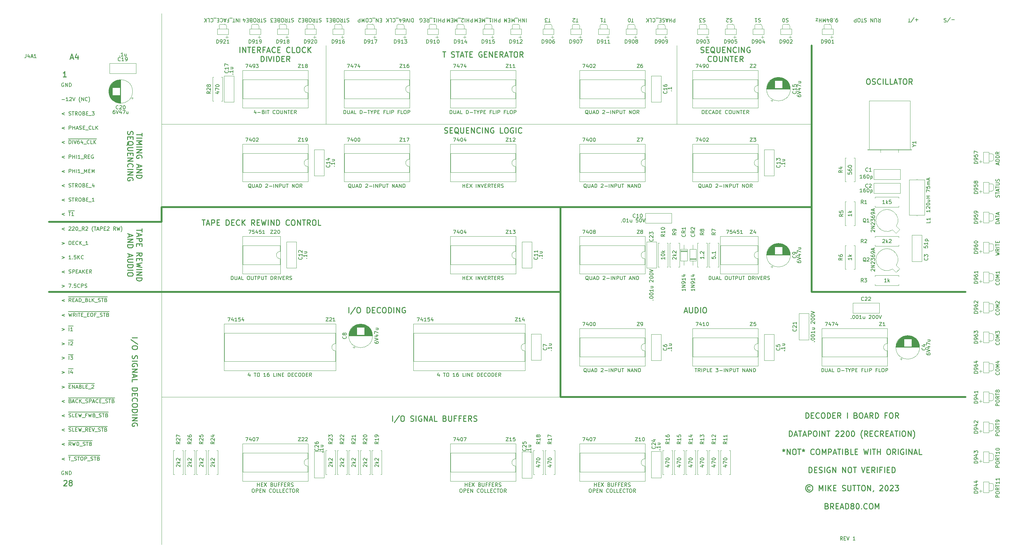
<source format=gto>
G04 #@! TF.GenerationSoftware,KiCad,Pcbnew,(5.1.12)-1*
G04 #@! TF.CreationDate,2023-03-25T16:08:14+00:00*
G04 #@! TF.ProjectId,Decoder,4465636f-6465-4722-9e6b-696361645f70,1*
G04 #@! TF.SameCoordinates,Original*
G04 #@! TF.FileFunction,Legend,Top*
G04 #@! TF.FilePolarity,Positive*
%FSLAX46Y46*%
G04 Gerber Fmt 4.6, Leading zero omitted, Abs format (unit mm)*
G04 Created by KiCad (PCBNEW (5.1.12)-1) date 2023-03-25 16:08:14*
%MOMM*%
%LPD*%
G01*
G04 APERTURE LIST*
%ADD10C,0.150000*%
%ADD11C,0.250000*%
%ADD12C,0.500000*%
%ADD13C,0.120000*%
G04 APERTURE END LIST*
D10*
X241141428Y-159202380D02*
X240808095Y-158726190D01*
X240570000Y-159202380D02*
X240570000Y-158202380D01*
X240950952Y-158202380D01*
X241046190Y-158250000D01*
X241093809Y-158297619D01*
X241141428Y-158392857D01*
X241141428Y-158535714D01*
X241093809Y-158630952D01*
X241046190Y-158678571D01*
X240950952Y-158726190D01*
X240570000Y-158726190D01*
X241570000Y-158678571D02*
X241903333Y-158678571D01*
X242046190Y-159202380D02*
X241570000Y-159202380D01*
X241570000Y-158202380D01*
X242046190Y-158202380D01*
X242331904Y-158202380D02*
X242665238Y-159202380D01*
X242998571Y-158202380D01*
X244617619Y-159202380D02*
X244046190Y-159202380D01*
X244331904Y-159202380D02*
X244331904Y-158202380D01*
X244236666Y-158345238D01*
X244141428Y-158440476D01*
X244046190Y-158488095D01*
D11*
X28773571Y-26285000D02*
X29487857Y-26285000D01*
X28630714Y-26713571D02*
X29130714Y-25213571D01*
X29630714Y-26713571D01*
X30773571Y-25713571D02*
X30773571Y-26713571D01*
X30416428Y-25142142D02*
X30059285Y-26213571D01*
X30987857Y-26213571D01*
X230998714Y-125592571D02*
X230998714Y-124092571D01*
X231355857Y-124092571D01*
X231570142Y-124164000D01*
X231713000Y-124306857D01*
X231784428Y-124449714D01*
X231855857Y-124735428D01*
X231855857Y-124949714D01*
X231784428Y-125235428D01*
X231713000Y-125378285D01*
X231570142Y-125521142D01*
X231355857Y-125592571D01*
X230998714Y-125592571D01*
X232498714Y-124806857D02*
X232998714Y-124806857D01*
X233213000Y-125592571D02*
X232498714Y-125592571D01*
X232498714Y-124092571D01*
X233213000Y-124092571D01*
X234713000Y-125449714D02*
X234641571Y-125521142D01*
X234427285Y-125592571D01*
X234284428Y-125592571D01*
X234070142Y-125521142D01*
X233927285Y-125378285D01*
X233855857Y-125235428D01*
X233784428Y-124949714D01*
X233784428Y-124735428D01*
X233855857Y-124449714D01*
X233927285Y-124306857D01*
X234070142Y-124164000D01*
X234284428Y-124092571D01*
X234427285Y-124092571D01*
X234641571Y-124164000D01*
X234713000Y-124235428D01*
X235641571Y-124092571D02*
X235927285Y-124092571D01*
X236070142Y-124164000D01*
X236213000Y-124306857D01*
X236284428Y-124592571D01*
X236284428Y-125092571D01*
X236213000Y-125378285D01*
X236070142Y-125521142D01*
X235927285Y-125592571D01*
X235641571Y-125592571D01*
X235498714Y-125521142D01*
X235355857Y-125378285D01*
X235284428Y-125092571D01*
X235284428Y-124592571D01*
X235355857Y-124306857D01*
X235498714Y-124164000D01*
X235641571Y-124092571D01*
X236927285Y-125592571D02*
X236927285Y-124092571D01*
X237284428Y-124092571D01*
X237498714Y-124164000D01*
X237641571Y-124306857D01*
X237713000Y-124449714D01*
X237784428Y-124735428D01*
X237784428Y-124949714D01*
X237713000Y-125235428D01*
X237641571Y-125378285D01*
X237498714Y-125521142D01*
X237284428Y-125592571D01*
X236927285Y-125592571D01*
X238427285Y-124806857D02*
X238927285Y-124806857D01*
X239141571Y-125592571D02*
X238427285Y-125592571D01*
X238427285Y-124092571D01*
X239141571Y-124092571D01*
X240641571Y-125592571D02*
X240141571Y-124878285D01*
X239784428Y-125592571D02*
X239784428Y-124092571D01*
X240355857Y-124092571D01*
X240498714Y-124164000D01*
X240570142Y-124235428D01*
X240641571Y-124378285D01*
X240641571Y-124592571D01*
X240570142Y-124735428D01*
X240498714Y-124806857D01*
X240355857Y-124878285D01*
X239784428Y-124878285D01*
X242427285Y-125592571D02*
X242427285Y-124092571D01*
X244784428Y-124806857D02*
X244998714Y-124878285D01*
X245070142Y-124949714D01*
X245141571Y-125092571D01*
X245141571Y-125306857D01*
X245070142Y-125449714D01*
X244998714Y-125521142D01*
X244855857Y-125592571D01*
X244284428Y-125592571D01*
X244284428Y-124092571D01*
X244784428Y-124092571D01*
X244927285Y-124164000D01*
X244998714Y-124235428D01*
X245070142Y-124378285D01*
X245070142Y-124521142D01*
X244998714Y-124664000D01*
X244927285Y-124735428D01*
X244784428Y-124806857D01*
X244284428Y-124806857D01*
X246070142Y-124092571D02*
X246355857Y-124092571D01*
X246498714Y-124164000D01*
X246641571Y-124306857D01*
X246713000Y-124592571D01*
X246713000Y-125092571D01*
X246641571Y-125378285D01*
X246498714Y-125521142D01*
X246355857Y-125592571D01*
X246070142Y-125592571D01*
X245927285Y-125521142D01*
X245784428Y-125378285D01*
X245713000Y-125092571D01*
X245713000Y-124592571D01*
X245784428Y-124306857D01*
X245927285Y-124164000D01*
X246070142Y-124092571D01*
X247284428Y-125164000D02*
X247998714Y-125164000D01*
X247141571Y-125592571D02*
X247641571Y-124092571D01*
X248141571Y-125592571D01*
X249498714Y-125592571D02*
X248998714Y-124878285D01*
X248641571Y-125592571D02*
X248641571Y-124092571D01*
X249213000Y-124092571D01*
X249355857Y-124164000D01*
X249427285Y-124235428D01*
X249498714Y-124378285D01*
X249498714Y-124592571D01*
X249427285Y-124735428D01*
X249355857Y-124806857D01*
X249213000Y-124878285D01*
X248641571Y-124878285D01*
X250141571Y-125592571D02*
X250141571Y-124092571D01*
X250498714Y-124092571D01*
X250713000Y-124164000D01*
X250855857Y-124306857D01*
X250927285Y-124449714D01*
X250998714Y-124735428D01*
X250998714Y-124949714D01*
X250927285Y-125235428D01*
X250855857Y-125378285D01*
X250713000Y-125521142D01*
X250498714Y-125592571D01*
X250141571Y-125592571D01*
X253284428Y-124806857D02*
X252784428Y-124806857D01*
X252784428Y-125592571D02*
X252784428Y-124092571D01*
X253498714Y-124092571D01*
X254355857Y-124092571D02*
X254641571Y-124092571D01*
X254784428Y-124164000D01*
X254927285Y-124306857D01*
X254998714Y-124592571D01*
X254998714Y-125092571D01*
X254927285Y-125378285D01*
X254784428Y-125521142D01*
X254641571Y-125592571D01*
X254355857Y-125592571D01*
X254213000Y-125521142D01*
X254070142Y-125378285D01*
X253998714Y-125092571D01*
X253998714Y-124592571D01*
X254070142Y-124306857D01*
X254213000Y-124164000D01*
X254355857Y-124092571D01*
X256498714Y-125592571D02*
X255998714Y-124878285D01*
X255641571Y-125592571D02*
X255641571Y-124092571D01*
X256213000Y-124092571D01*
X256355857Y-124164000D01*
X256427285Y-124235428D01*
X256498714Y-124378285D01*
X256498714Y-124592571D01*
X256427285Y-124735428D01*
X256355857Y-124806857D01*
X256213000Y-124878285D01*
X255641571Y-124878285D01*
X226463000Y-130592571D02*
X226463000Y-129092571D01*
X226820142Y-129092571D01*
X227034428Y-129164000D01*
X227177285Y-129306857D01*
X227248714Y-129449714D01*
X227320142Y-129735428D01*
X227320142Y-129949714D01*
X227248714Y-130235428D01*
X227177285Y-130378285D01*
X227034428Y-130521142D01*
X226820142Y-130592571D01*
X226463000Y-130592571D01*
X227891571Y-130164000D02*
X228605857Y-130164000D01*
X227748714Y-130592571D02*
X228248714Y-129092571D01*
X228748714Y-130592571D01*
X229034428Y-129092571D02*
X229891571Y-129092571D01*
X229463000Y-130592571D02*
X229463000Y-129092571D01*
X230320142Y-130164000D02*
X231034428Y-130164000D01*
X230177285Y-130592571D02*
X230677285Y-129092571D01*
X231177285Y-130592571D01*
X231677285Y-130592571D02*
X231677285Y-129092571D01*
X232248714Y-129092571D01*
X232391571Y-129164000D01*
X232463000Y-129235428D01*
X232534428Y-129378285D01*
X232534428Y-129592571D01*
X232463000Y-129735428D01*
X232391571Y-129806857D01*
X232248714Y-129878285D01*
X231677285Y-129878285D01*
X233463000Y-129092571D02*
X233748714Y-129092571D01*
X233891571Y-129164000D01*
X234034428Y-129306857D01*
X234105857Y-129592571D01*
X234105857Y-130092571D01*
X234034428Y-130378285D01*
X233891571Y-130521142D01*
X233748714Y-130592571D01*
X233463000Y-130592571D01*
X233320142Y-130521142D01*
X233177285Y-130378285D01*
X233105857Y-130092571D01*
X233105857Y-129592571D01*
X233177285Y-129306857D01*
X233320142Y-129164000D01*
X233463000Y-129092571D01*
X234748714Y-130592571D02*
X234748714Y-129092571D01*
X235463000Y-130592571D02*
X235463000Y-129092571D01*
X236320142Y-130592571D01*
X236320142Y-129092571D01*
X236820142Y-129092571D02*
X237677285Y-129092571D01*
X237248714Y-130592571D02*
X237248714Y-129092571D01*
X239248714Y-129235428D02*
X239320142Y-129164000D01*
X239463000Y-129092571D01*
X239820142Y-129092571D01*
X239963000Y-129164000D01*
X240034428Y-129235428D01*
X240105857Y-129378285D01*
X240105857Y-129521142D01*
X240034428Y-129735428D01*
X239177285Y-130592571D01*
X240105857Y-130592571D01*
X240677285Y-129235428D02*
X240748714Y-129164000D01*
X240891571Y-129092571D01*
X241248714Y-129092571D01*
X241391571Y-129164000D01*
X241463000Y-129235428D01*
X241534428Y-129378285D01*
X241534428Y-129521142D01*
X241463000Y-129735428D01*
X240605857Y-130592571D01*
X241534428Y-130592571D01*
X242463000Y-129092571D02*
X242605857Y-129092571D01*
X242748714Y-129164000D01*
X242820142Y-129235428D01*
X242891571Y-129378285D01*
X242963000Y-129664000D01*
X242963000Y-130021142D01*
X242891571Y-130306857D01*
X242820142Y-130449714D01*
X242748714Y-130521142D01*
X242605857Y-130592571D01*
X242463000Y-130592571D01*
X242320142Y-130521142D01*
X242248714Y-130449714D01*
X242177285Y-130306857D01*
X242105857Y-130021142D01*
X242105857Y-129664000D01*
X242177285Y-129378285D01*
X242248714Y-129235428D01*
X242320142Y-129164000D01*
X242463000Y-129092571D01*
X243891571Y-129092571D02*
X244034428Y-129092571D01*
X244177285Y-129164000D01*
X244248714Y-129235428D01*
X244320142Y-129378285D01*
X244391571Y-129664000D01*
X244391571Y-130021142D01*
X244320142Y-130306857D01*
X244248714Y-130449714D01*
X244177285Y-130521142D01*
X244034428Y-130592571D01*
X243891571Y-130592571D01*
X243748714Y-130521142D01*
X243677285Y-130449714D01*
X243605857Y-130306857D01*
X243534428Y-130021142D01*
X243534428Y-129664000D01*
X243605857Y-129378285D01*
X243677285Y-129235428D01*
X243748714Y-129164000D01*
X243891571Y-129092571D01*
X246605857Y-131164000D02*
X246534428Y-131092571D01*
X246391571Y-130878285D01*
X246320142Y-130735428D01*
X246248714Y-130521142D01*
X246177285Y-130164000D01*
X246177285Y-129878285D01*
X246248714Y-129521142D01*
X246320142Y-129306857D01*
X246391571Y-129164000D01*
X246534428Y-128949714D01*
X246605857Y-128878285D01*
X248034428Y-130592571D02*
X247534428Y-129878285D01*
X247177285Y-130592571D02*
X247177285Y-129092571D01*
X247748714Y-129092571D01*
X247891571Y-129164000D01*
X247963000Y-129235428D01*
X248034428Y-129378285D01*
X248034428Y-129592571D01*
X247963000Y-129735428D01*
X247891571Y-129806857D01*
X247748714Y-129878285D01*
X247177285Y-129878285D01*
X248677285Y-129806857D02*
X249177285Y-129806857D01*
X249391571Y-130592571D02*
X248677285Y-130592571D01*
X248677285Y-129092571D01*
X249391571Y-129092571D01*
X250891571Y-130449714D02*
X250820142Y-130521142D01*
X250605857Y-130592571D01*
X250463000Y-130592571D01*
X250248714Y-130521142D01*
X250105857Y-130378285D01*
X250034428Y-130235428D01*
X249963000Y-129949714D01*
X249963000Y-129735428D01*
X250034428Y-129449714D01*
X250105857Y-129306857D01*
X250248714Y-129164000D01*
X250463000Y-129092571D01*
X250605857Y-129092571D01*
X250820142Y-129164000D01*
X250891571Y-129235428D01*
X252391571Y-130592571D02*
X251891571Y-129878285D01*
X251534428Y-130592571D02*
X251534428Y-129092571D01*
X252105857Y-129092571D01*
X252248714Y-129164000D01*
X252320142Y-129235428D01*
X252391571Y-129378285D01*
X252391571Y-129592571D01*
X252320142Y-129735428D01*
X252248714Y-129806857D01*
X252105857Y-129878285D01*
X251534428Y-129878285D01*
X253034428Y-129806857D02*
X253534428Y-129806857D01*
X253748714Y-130592571D02*
X253034428Y-130592571D01*
X253034428Y-129092571D01*
X253748714Y-129092571D01*
X254320142Y-130164000D02*
X255034428Y-130164000D01*
X254177285Y-130592571D02*
X254677285Y-129092571D01*
X255177285Y-130592571D01*
X255463000Y-129092571D02*
X256320142Y-129092571D01*
X255891571Y-130592571D02*
X255891571Y-129092571D01*
X256820142Y-130592571D02*
X256820142Y-129092571D01*
X257820142Y-129092571D02*
X258105857Y-129092571D01*
X258248714Y-129164000D01*
X258391571Y-129306857D01*
X258463000Y-129592571D01*
X258463000Y-130092571D01*
X258391571Y-130378285D01*
X258248714Y-130521142D01*
X258105857Y-130592571D01*
X257820142Y-130592571D01*
X257677285Y-130521142D01*
X257534428Y-130378285D01*
X257463000Y-130092571D01*
X257463000Y-129592571D01*
X257534428Y-129306857D01*
X257677285Y-129164000D01*
X257820142Y-129092571D01*
X259105857Y-130592571D02*
X259105857Y-129092571D01*
X259963000Y-130592571D01*
X259963000Y-129092571D01*
X260534428Y-131164000D02*
X260605857Y-131092571D01*
X260748714Y-130878285D01*
X260820142Y-130735428D01*
X260891571Y-130521142D01*
X260963000Y-130164000D01*
X260963000Y-129878285D01*
X260891571Y-129521142D01*
X260820142Y-129306857D01*
X260748714Y-129164000D01*
X260605857Y-128949714D01*
X260534428Y-128878285D01*
X224927285Y-134092571D02*
X224927285Y-134449714D01*
X224570142Y-134306857D02*
X224927285Y-134449714D01*
X225284428Y-134306857D01*
X224713000Y-134735428D02*
X224927285Y-134449714D01*
X225141571Y-134735428D01*
X225855857Y-135592571D02*
X225855857Y-134092571D01*
X226713000Y-135592571D01*
X226713000Y-134092571D01*
X227713000Y-134092571D02*
X227998714Y-134092571D01*
X228141571Y-134164000D01*
X228284428Y-134306857D01*
X228355857Y-134592571D01*
X228355857Y-135092571D01*
X228284428Y-135378285D01*
X228141571Y-135521142D01*
X227998714Y-135592571D01*
X227713000Y-135592571D01*
X227570142Y-135521142D01*
X227427285Y-135378285D01*
X227355857Y-135092571D01*
X227355857Y-134592571D01*
X227427285Y-134306857D01*
X227570142Y-134164000D01*
X227713000Y-134092571D01*
X228784428Y-134092571D02*
X229641571Y-134092571D01*
X229213000Y-135592571D02*
X229213000Y-134092571D01*
X230355857Y-134092571D02*
X230355857Y-134449714D01*
X229998714Y-134306857D02*
X230355857Y-134449714D01*
X230713000Y-134306857D01*
X230141571Y-134735428D02*
X230355857Y-134449714D01*
X230570142Y-134735428D01*
X233284428Y-135449714D02*
X233213000Y-135521142D01*
X232998714Y-135592571D01*
X232855857Y-135592571D01*
X232641571Y-135521142D01*
X232498714Y-135378285D01*
X232427285Y-135235428D01*
X232355857Y-134949714D01*
X232355857Y-134735428D01*
X232427285Y-134449714D01*
X232498714Y-134306857D01*
X232641571Y-134164000D01*
X232855857Y-134092571D01*
X232998714Y-134092571D01*
X233213000Y-134164000D01*
X233284428Y-134235428D01*
X234213000Y-134092571D02*
X234498714Y-134092571D01*
X234641571Y-134164000D01*
X234784428Y-134306857D01*
X234855857Y-134592571D01*
X234855857Y-135092571D01*
X234784428Y-135378285D01*
X234641571Y-135521142D01*
X234498714Y-135592571D01*
X234213000Y-135592571D01*
X234070142Y-135521142D01*
X233927285Y-135378285D01*
X233855857Y-135092571D01*
X233855857Y-134592571D01*
X233927285Y-134306857D01*
X234070142Y-134164000D01*
X234213000Y-134092571D01*
X235498714Y-135592571D02*
X235498714Y-134092571D01*
X235998714Y-135164000D01*
X236498714Y-134092571D01*
X236498714Y-135592571D01*
X237213000Y-135592571D02*
X237213000Y-134092571D01*
X237784428Y-134092571D01*
X237927285Y-134164000D01*
X237998714Y-134235428D01*
X238070142Y-134378285D01*
X238070142Y-134592571D01*
X237998714Y-134735428D01*
X237927285Y-134806857D01*
X237784428Y-134878285D01*
X237213000Y-134878285D01*
X238641571Y-135164000D02*
X239355857Y-135164000D01*
X238498714Y-135592571D02*
X238998714Y-134092571D01*
X239498714Y-135592571D01*
X239784428Y-134092571D02*
X240641571Y-134092571D01*
X240213000Y-135592571D02*
X240213000Y-134092571D01*
X241141571Y-135592571D02*
X241141571Y-134092571D01*
X242355857Y-134806857D02*
X242570142Y-134878285D01*
X242641571Y-134949714D01*
X242713000Y-135092571D01*
X242713000Y-135306857D01*
X242641571Y-135449714D01*
X242570142Y-135521142D01*
X242427285Y-135592571D01*
X241855857Y-135592571D01*
X241855857Y-134092571D01*
X242355857Y-134092571D01*
X242498714Y-134164000D01*
X242570142Y-134235428D01*
X242641571Y-134378285D01*
X242641571Y-134521142D01*
X242570142Y-134664000D01*
X242498714Y-134735428D01*
X242355857Y-134806857D01*
X241855857Y-134806857D01*
X244070142Y-135592571D02*
X243355857Y-135592571D01*
X243355857Y-134092571D01*
X244570142Y-134806857D02*
X245070142Y-134806857D01*
X245284428Y-135592571D02*
X244570142Y-135592571D01*
X244570142Y-134092571D01*
X245284428Y-134092571D01*
X246927285Y-134092571D02*
X247284428Y-135592571D01*
X247570142Y-134521142D01*
X247855857Y-135592571D01*
X248213000Y-134092571D01*
X248784428Y-135592571D02*
X248784428Y-134092571D01*
X249284428Y-134092571D02*
X250141571Y-134092571D01*
X249712999Y-135592571D02*
X249712999Y-134092571D01*
X250641571Y-135592571D02*
X250641571Y-134092571D01*
X250641571Y-134806857D02*
X251498714Y-134806857D01*
X251498714Y-135592571D02*
X251498714Y-134092571D01*
X253641571Y-134092571D02*
X253927285Y-134092571D01*
X254070142Y-134164000D01*
X254212999Y-134306857D01*
X254284428Y-134592571D01*
X254284428Y-135092571D01*
X254212999Y-135378285D01*
X254070142Y-135521142D01*
X253927285Y-135592571D01*
X253641571Y-135592571D01*
X253498714Y-135521142D01*
X253355857Y-135378285D01*
X253284428Y-135092571D01*
X253284428Y-134592571D01*
X253355857Y-134306857D01*
X253498714Y-134164000D01*
X253641571Y-134092571D01*
X255784428Y-135592571D02*
X255284428Y-134878285D01*
X254927285Y-135592571D02*
X254927285Y-134092571D01*
X255498714Y-134092571D01*
X255641571Y-134164000D01*
X255712999Y-134235428D01*
X255784428Y-134378285D01*
X255784428Y-134592571D01*
X255712999Y-134735428D01*
X255641571Y-134806857D01*
X255498714Y-134878285D01*
X254927285Y-134878285D01*
X256427285Y-135592571D02*
X256427285Y-134092571D01*
X257927285Y-134164000D02*
X257784428Y-134092571D01*
X257570142Y-134092571D01*
X257355857Y-134164000D01*
X257212999Y-134306857D01*
X257141571Y-134449714D01*
X257070142Y-134735428D01*
X257070142Y-134949714D01*
X257141571Y-135235428D01*
X257212999Y-135378285D01*
X257355857Y-135521142D01*
X257570142Y-135592571D01*
X257712999Y-135592571D01*
X257927285Y-135521142D01*
X257998714Y-135449714D01*
X257998714Y-134949714D01*
X257712999Y-134949714D01*
X258641571Y-135592571D02*
X258641571Y-134092571D01*
X259355857Y-135592571D02*
X259355857Y-134092571D01*
X260213000Y-135592571D01*
X260213000Y-134092571D01*
X260855857Y-135164000D02*
X261570142Y-135164000D01*
X260713000Y-135592571D02*
X261213000Y-134092571D01*
X261713000Y-135592571D01*
X262927285Y-135592571D02*
X262213000Y-135592571D01*
X262213000Y-134092571D01*
X231891571Y-140592571D02*
X231891571Y-139092571D01*
X232248714Y-139092571D01*
X232463000Y-139164000D01*
X232605857Y-139306857D01*
X232677285Y-139449714D01*
X232748714Y-139735428D01*
X232748714Y-139949714D01*
X232677285Y-140235428D01*
X232605857Y-140378285D01*
X232463000Y-140521142D01*
X232248714Y-140592571D01*
X231891571Y-140592571D01*
X233391571Y-139806857D02*
X233891571Y-139806857D01*
X234105857Y-140592571D02*
X233391571Y-140592571D01*
X233391571Y-139092571D01*
X234105857Y-139092571D01*
X234677285Y-140521142D02*
X234891571Y-140592571D01*
X235248714Y-140592571D01*
X235391571Y-140521142D01*
X235463000Y-140449714D01*
X235534428Y-140306857D01*
X235534428Y-140164000D01*
X235463000Y-140021142D01*
X235391571Y-139949714D01*
X235248714Y-139878285D01*
X234963000Y-139806857D01*
X234820142Y-139735428D01*
X234748714Y-139664000D01*
X234677285Y-139521142D01*
X234677285Y-139378285D01*
X234748714Y-139235428D01*
X234820142Y-139164000D01*
X234963000Y-139092571D01*
X235320142Y-139092571D01*
X235534428Y-139164000D01*
X236177285Y-140592571D02*
X236177285Y-139092571D01*
X237677285Y-139164000D02*
X237534428Y-139092571D01*
X237320142Y-139092571D01*
X237105857Y-139164000D01*
X236963000Y-139306857D01*
X236891571Y-139449714D01*
X236820142Y-139735428D01*
X236820142Y-139949714D01*
X236891571Y-140235428D01*
X236963000Y-140378285D01*
X237105857Y-140521142D01*
X237320142Y-140592571D01*
X237463000Y-140592571D01*
X237677285Y-140521142D01*
X237748714Y-140449714D01*
X237748714Y-139949714D01*
X237463000Y-139949714D01*
X238391571Y-140592571D02*
X238391571Y-139092571D01*
X239248714Y-140592571D01*
X239248714Y-139092571D01*
X241105857Y-140592571D02*
X241105857Y-139092571D01*
X241963000Y-140592571D01*
X241963000Y-139092571D01*
X242963000Y-139092571D02*
X243248714Y-139092571D01*
X243391571Y-139164000D01*
X243534428Y-139306857D01*
X243605857Y-139592571D01*
X243605857Y-140092571D01*
X243534428Y-140378285D01*
X243391571Y-140521142D01*
X243248714Y-140592571D01*
X242963000Y-140592571D01*
X242820142Y-140521142D01*
X242677285Y-140378285D01*
X242605857Y-140092571D01*
X242605857Y-139592571D01*
X242677285Y-139306857D01*
X242820142Y-139164000D01*
X242963000Y-139092571D01*
X244034428Y-139092571D02*
X244891571Y-139092571D01*
X244463000Y-140592571D02*
X244463000Y-139092571D01*
X246320142Y-139092571D02*
X246820142Y-140592571D01*
X247320142Y-139092571D01*
X247820142Y-139806857D02*
X248320142Y-139806857D01*
X248534428Y-140592571D02*
X247820142Y-140592571D01*
X247820142Y-139092571D01*
X248534428Y-139092571D01*
X250034428Y-140592571D02*
X249534428Y-139878285D01*
X249177285Y-140592571D02*
X249177285Y-139092571D01*
X249748714Y-139092571D01*
X249891571Y-139164000D01*
X249963000Y-139235428D01*
X250034428Y-139378285D01*
X250034428Y-139592571D01*
X249963000Y-139735428D01*
X249891571Y-139806857D01*
X249748714Y-139878285D01*
X249177285Y-139878285D01*
X250677285Y-140592571D02*
X250677285Y-139092571D01*
X251891571Y-139806857D02*
X251391571Y-139806857D01*
X251391571Y-140592571D02*
X251391571Y-139092571D01*
X252105857Y-139092571D01*
X252677285Y-140592571D02*
X252677285Y-139092571D01*
X253391571Y-139806857D02*
X253891571Y-139806857D01*
X254105857Y-140592571D02*
X253391571Y-140592571D01*
X253391571Y-139092571D01*
X254105857Y-139092571D01*
X254748714Y-140592571D02*
X254748714Y-139092571D01*
X255105857Y-139092571D01*
X255320142Y-139164000D01*
X255463000Y-139306857D01*
X255534428Y-139449714D01*
X255605857Y-139735428D01*
X255605857Y-139949714D01*
X255534428Y-140235428D01*
X255463000Y-140378285D01*
X255320142Y-140521142D01*
X255105857Y-140592571D01*
X254748714Y-140592571D01*
X232213000Y-144449714D02*
X232070142Y-144378285D01*
X231784428Y-144378285D01*
X231641571Y-144449714D01*
X231498714Y-144592571D01*
X231427285Y-144735428D01*
X231427285Y-145021142D01*
X231498714Y-145164000D01*
X231641571Y-145306857D01*
X231784428Y-145378285D01*
X232070142Y-145378285D01*
X232213000Y-145306857D01*
X231927285Y-143878285D02*
X231570142Y-143949714D01*
X231213000Y-144164000D01*
X230998714Y-144521142D01*
X230927285Y-144878285D01*
X230998714Y-145235428D01*
X231213000Y-145592571D01*
X231570142Y-145806857D01*
X231927285Y-145878285D01*
X232284428Y-145806857D01*
X232641571Y-145592571D01*
X232855857Y-145235428D01*
X232927285Y-144878285D01*
X232855857Y-144521142D01*
X232641571Y-144164000D01*
X232284428Y-143949714D01*
X231927285Y-143878285D01*
X234713000Y-145592571D02*
X234713000Y-144092571D01*
X235213000Y-145164000D01*
X235713000Y-144092571D01*
X235713000Y-145592571D01*
X236427285Y-145592571D02*
X236427285Y-144092571D01*
X237141571Y-145592571D02*
X237141571Y-144092571D01*
X237998714Y-145592571D02*
X237355857Y-144735428D01*
X237998714Y-144092571D02*
X237141571Y-144949714D01*
X238641571Y-144806857D02*
X239141571Y-144806857D01*
X239355857Y-145592571D02*
X238641571Y-145592571D01*
X238641571Y-144092571D01*
X239355857Y-144092571D01*
X241070142Y-145521142D02*
X241284428Y-145592571D01*
X241641571Y-145592571D01*
X241784428Y-145521142D01*
X241855857Y-145449714D01*
X241927285Y-145306857D01*
X241927285Y-145164000D01*
X241855857Y-145021142D01*
X241784428Y-144949714D01*
X241641571Y-144878285D01*
X241355857Y-144806857D01*
X241213000Y-144735428D01*
X241141571Y-144664000D01*
X241070142Y-144521142D01*
X241070142Y-144378285D01*
X241141571Y-144235428D01*
X241213000Y-144164000D01*
X241355857Y-144092571D01*
X241713000Y-144092571D01*
X241927285Y-144164000D01*
X242570142Y-144092571D02*
X242570142Y-145306857D01*
X242641571Y-145449714D01*
X242713000Y-145521142D01*
X242855857Y-145592571D01*
X243141571Y-145592571D01*
X243284428Y-145521142D01*
X243355857Y-145449714D01*
X243427285Y-145306857D01*
X243427285Y-144092571D01*
X243927285Y-144092571D02*
X244784428Y-144092571D01*
X244355857Y-145592571D02*
X244355857Y-144092571D01*
X245070142Y-144092571D02*
X245927285Y-144092571D01*
X245498714Y-145592571D02*
X245498714Y-144092571D01*
X246713000Y-144092571D02*
X246998714Y-144092571D01*
X247141571Y-144164000D01*
X247284428Y-144306857D01*
X247355857Y-144592571D01*
X247355857Y-145092571D01*
X247284428Y-145378285D01*
X247141571Y-145521142D01*
X246998714Y-145592571D01*
X246713000Y-145592571D01*
X246570142Y-145521142D01*
X246427285Y-145378285D01*
X246355857Y-145092571D01*
X246355857Y-144592571D01*
X246427285Y-144306857D01*
X246570142Y-144164000D01*
X246713000Y-144092571D01*
X247998714Y-145592571D02*
X247998714Y-144092571D01*
X248855857Y-145592571D01*
X248855857Y-144092571D01*
X249641571Y-145521142D02*
X249641571Y-145592571D01*
X249570142Y-145735428D01*
X249498714Y-145806857D01*
X251355857Y-144235428D02*
X251427285Y-144164000D01*
X251570142Y-144092571D01*
X251927285Y-144092571D01*
X252070142Y-144164000D01*
X252141571Y-144235428D01*
X252213000Y-144378285D01*
X252213000Y-144521142D01*
X252141571Y-144735428D01*
X251284428Y-145592571D01*
X252213000Y-145592571D01*
X253141571Y-144092571D02*
X253284428Y-144092571D01*
X253427285Y-144164000D01*
X253498714Y-144235428D01*
X253570142Y-144378285D01*
X253641571Y-144664000D01*
X253641571Y-145021142D01*
X253570142Y-145306857D01*
X253498714Y-145449714D01*
X253427285Y-145521142D01*
X253284428Y-145592571D01*
X253141571Y-145592571D01*
X252998714Y-145521142D01*
X252927285Y-145449714D01*
X252855857Y-145306857D01*
X252784428Y-145021142D01*
X252784428Y-144664000D01*
X252855857Y-144378285D01*
X252927285Y-144235428D01*
X252998714Y-144164000D01*
X253141571Y-144092571D01*
X254213000Y-144235428D02*
X254284428Y-144164000D01*
X254427285Y-144092571D01*
X254784428Y-144092571D01*
X254927285Y-144164000D01*
X254998714Y-144235428D01*
X255070142Y-144378285D01*
X255070142Y-144521142D01*
X254998714Y-144735428D01*
X254141571Y-145592571D01*
X255070142Y-145592571D01*
X255570142Y-144092571D02*
X256498714Y-144092571D01*
X255998714Y-144664000D01*
X256213000Y-144664000D01*
X256355857Y-144735428D01*
X256427285Y-144806857D01*
X256498714Y-144949714D01*
X256498714Y-145306857D01*
X256427285Y-145449714D01*
X256355857Y-145521142D01*
X256213000Y-145592571D01*
X255784428Y-145592571D01*
X255641571Y-145521142D01*
X255570142Y-145449714D01*
X236820142Y-149806857D02*
X237034428Y-149878285D01*
X237105857Y-149949714D01*
X237177285Y-150092571D01*
X237177285Y-150306857D01*
X237105857Y-150449714D01*
X237034428Y-150521142D01*
X236891571Y-150592571D01*
X236320142Y-150592571D01*
X236320142Y-149092571D01*
X236820142Y-149092571D01*
X236963000Y-149164000D01*
X237034428Y-149235428D01*
X237105857Y-149378285D01*
X237105857Y-149521142D01*
X237034428Y-149664000D01*
X236963000Y-149735428D01*
X236820142Y-149806857D01*
X236320142Y-149806857D01*
X238677285Y-150592571D02*
X238177285Y-149878285D01*
X237820142Y-150592571D02*
X237820142Y-149092571D01*
X238391571Y-149092571D01*
X238534428Y-149164000D01*
X238605857Y-149235428D01*
X238677285Y-149378285D01*
X238677285Y-149592571D01*
X238605857Y-149735428D01*
X238534428Y-149806857D01*
X238391571Y-149878285D01*
X237820142Y-149878285D01*
X239320142Y-149806857D02*
X239820142Y-149806857D01*
X240034428Y-150592571D02*
X239320142Y-150592571D01*
X239320142Y-149092571D01*
X240034428Y-149092571D01*
X240605857Y-150164000D02*
X241320142Y-150164000D01*
X240463000Y-150592571D02*
X240963000Y-149092571D01*
X241463000Y-150592571D01*
X241963000Y-150592571D02*
X241963000Y-149092571D01*
X242320142Y-149092571D01*
X242534428Y-149164000D01*
X242677285Y-149306857D01*
X242748714Y-149449714D01*
X242820142Y-149735428D01*
X242820142Y-149949714D01*
X242748714Y-150235428D01*
X242677285Y-150378285D01*
X242534428Y-150521142D01*
X242320142Y-150592571D01*
X241963000Y-150592571D01*
X243677285Y-149735428D02*
X243534428Y-149664000D01*
X243463000Y-149592571D01*
X243391571Y-149449714D01*
X243391571Y-149378285D01*
X243463000Y-149235428D01*
X243534428Y-149164000D01*
X243677285Y-149092571D01*
X243963000Y-149092571D01*
X244105857Y-149164000D01*
X244177285Y-149235428D01*
X244248714Y-149378285D01*
X244248714Y-149449714D01*
X244177285Y-149592571D01*
X244105857Y-149664000D01*
X243963000Y-149735428D01*
X243677285Y-149735428D01*
X243534428Y-149806857D01*
X243463000Y-149878285D01*
X243391571Y-150021142D01*
X243391571Y-150306857D01*
X243463000Y-150449714D01*
X243534428Y-150521142D01*
X243677285Y-150592571D01*
X243963000Y-150592571D01*
X244105857Y-150521142D01*
X244177285Y-150449714D01*
X244248714Y-150306857D01*
X244248714Y-150021142D01*
X244177285Y-149878285D01*
X244105857Y-149806857D01*
X243963000Y-149735428D01*
X245177285Y-149092571D02*
X245320142Y-149092571D01*
X245463000Y-149164000D01*
X245534428Y-149235428D01*
X245605857Y-149378285D01*
X245677285Y-149664000D01*
X245677285Y-150021142D01*
X245605857Y-150306857D01*
X245534428Y-150449714D01*
X245463000Y-150521142D01*
X245320142Y-150592571D01*
X245177285Y-150592571D01*
X245034428Y-150521142D01*
X244963000Y-150449714D01*
X244891571Y-150306857D01*
X244820142Y-150021142D01*
X244820142Y-149664000D01*
X244891571Y-149378285D01*
X244963000Y-149235428D01*
X245034428Y-149164000D01*
X245177285Y-149092571D01*
X246320142Y-150449714D02*
X246391571Y-150521142D01*
X246320142Y-150592571D01*
X246248714Y-150521142D01*
X246320142Y-150449714D01*
X246320142Y-150592571D01*
X247891571Y-150449714D02*
X247820142Y-150521142D01*
X247605857Y-150592571D01*
X247463000Y-150592571D01*
X247248714Y-150521142D01*
X247105857Y-150378285D01*
X247034428Y-150235428D01*
X246963000Y-149949714D01*
X246963000Y-149735428D01*
X247034428Y-149449714D01*
X247105857Y-149306857D01*
X247248714Y-149164000D01*
X247463000Y-149092571D01*
X247605857Y-149092571D01*
X247820142Y-149164000D01*
X247891571Y-149235428D01*
X248820142Y-149092571D02*
X249105857Y-149092571D01*
X249248714Y-149164000D01*
X249391571Y-149306857D01*
X249463000Y-149592571D01*
X249463000Y-150092571D01*
X249391571Y-150378285D01*
X249248714Y-150521142D01*
X249105857Y-150592571D01*
X248820142Y-150592571D01*
X248677285Y-150521142D01*
X248534428Y-150378285D01*
X248463000Y-150092571D01*
X248463000Y-149592571D01*
X248534428Y-149306857D01*
X248677285Y-149164000D01*
X248820142Y-149092571D01*
X250105857Y-150592571D02*
X250105857Y-149092571D01*
X250605857Y-150164000D01*
X251105857Y-149092571D01*
X251105857Y-150592571D01*
X45676428Y-103391428D02*
X47176428Y-103391428D01*
X47247857Y-105177142D02*
X45319285Y-103891428D01*
X47176428Y-105962857D02*
X47176428Y-106248571D01*
X47105000Y-106391428D01*
X46962142Y-106534285D01*
X46676428Y-106605714D01*
X46176428Y-106605714D01*
X45890714Y-106534285D01*
X45747857Y-106391428D01*
X45676428Y-106248571D01*
X45676428Y-105962857D01*
X45747857Y-105820000D01*
X45890714Y-105677142D01*
X46176428Y-105605714D01*
X46676428Y-105605714D01*
X46962142Y-105677142D01*
X47105000Y-105820000D01*
X47176428Y-105962857D01*
X45747857Y-108320000D02*
X45676428Y-108534285D01*
X45676428Y-108891428D01*
X45747857Y-109034285D01*
X45819285Y-109105714D01*
X45962142Y-109177142D01*
X46105000Y-109177142D01*
X46247857Y-109105714D01*
X46319285Y-109034285D01*
X46390714Y-108891428D01*
X46462142Y-108605714D01*
X46533571Y-108462857D01*
X46605000Y-108391428D01*
X46747857Y-108320000D01*
X46890714Y-108320000D01*
X47033571Y-108391428D01*
X47105000Y-108462857D01*
X47176428Y-108605714D01*
X47176428Y-108962857D01*
X47105000Y-109177142D01*
X45676428Y-109820000D02*
X47176428Y-109820000D01*
X47105000Y-111320000D02*
X47176428Y-111177142D01*
X47176428Y-110962857D01*
X47105000Y-110748571D01*
X46962142Y-110605714D01*
X46819285Y-110534285D01*
X46533571Y-110462857D01*
X46319285Y-110462857D01*
X46033571Y-110534285D01*
X45890714Y-110605714D01*
X45747857Y-110748571D01*
X45676428Y-110962857D01*
X45676428Y-111105714D01*
X45747857Y-111320000D01*
X45819285Y-111391428D01*
X46319285Y-111391428D01*
X46319285Y-111105714D01*
X45676428Y-112034285D02*
X47176428Y-112034285D01*
X45676428Y-112891428D01*
X47176428Y-112891428D01*
X46105000Y-113534285D02*
X46105000Y-114248571D01*
X45676428Y-113391428D02*
X47176428Y-113891428D01*
X45676428Y-114391428D01*
X45676428Y-115605714D02*
X45676428Y-114891428D01*
X47176428Y-114891428D01*
X45676428Y-117248571D02*
X47176428Y-117248571D01*
X47176428Y-117605714D01*
X47105000Y-117820000D01*
X46962142Y-117962857D01*
X46819285Y-118034285D01*
X46533571Y-118105714D01*
X46319285Y-118105714D01*
X46033571Y-118034285D01*
X45890714Y-117962857D01*
X45747857Y-117820000D01*
X45676428Y-117605714D01*
X45676428Y-117248571D01*
X46462142Y-118748571D02*
X46462142Y-119248571D01*
X45676428Y-119462857D02*
X45676428Y-118748571D01*
X47176428Y-118748571D01*
X47176428Y-119462857D01*
X45819285Y-120962857D02*
X45747857Y-120891428D01*
X45676428Y-120677142D01*
X45676428Y-120534285D01*
X45747857Y-120320000D01*
X45890714Y-120177142D01*
X46033571Y-120105714D01*
X46319285Y-120034285D01*
X46533571Y-120034285D01*
X46819285Y-120105714D01*
X46962142Y-120177142D01*
X47105000Y-120320000D01*
X47176428Y-120534285D01*
X47176428Y-120677142D01*
X47105000Y-120891428D01*
X47033571Y-120962857D01*
X47176428Y-121891428D02*
X47176428Y-122177142D01*
X47105000Y-122320000D01*
X46962142Y-122462857D01*
X46676428Y-122534285D01*
X46176428Y-122534285D01*
X45890714Y-122462857D01*
X45747857Y-122320000D01*
X45676428Y-122177142D01*
X45676428Y-121891428D01*
X45747857Y-121748571D01*
X45890714Y-121605714D01*
X46176428Y-121534285D01*
X46676428Y-121534285D01*
X46962142Y-121605714D01*
X47105000Y-121748571D01*
X47176428Y-121891428D01*
X45676428Y-123177142D02*
X47176428Y-123177142D01*
X47176428Y-123534285D01*
X47105000Y-123748571D01*
X46962142Y-123891428D01*
X46819285Y-123962857D01*
X46533571Y-124034285D01*
X46319285Y-124034285D01*
X46033571Y-123962857D01*
X45890714Y-123891428D01*
X45747857Y-123748571D01*
X45676428Y-123534285D01*
X45676428Y-123177142D01*
X45676428Y-124677142D02*
X47176428Y-124677142D01*
X45676428Y-125391428D02*
X47176428Y-125391428D01*
X45676428Y-126248571D01*
X47176428Y-126248571D01*
X47105000Y-127748571D02*
X47176428Y-127605714D01*
X47176428Y-127391428D01*
X47105000Y-127177142D01*
X46962142Y-127034285D01*
X46819285Y-126962857D01*
X46533571Y-126891428D01*
X46319285Y-126891428D01*
X46033571Y-126962857D01*
X45890714Y-127034285D01*
X45747857Y-127177142D01*
X45676428Y-127391428D01*
X45676428Y-127534285D01*
X45747857Y-127748571D01*
X45819285Y-127820000D01*
X46319285Y-127820000D01*
X46319285Y-127534285D01*
X48426428Y-73395000D02*
X48426428Y-74252142D01*
X46926428Y-73823571D02*
X48426428Y-73823571D01*
X47355000Y-74680714D02*
X47355000Y-75395000D01*
X46926428Y-74537857D02*
X48426428Y-75037857D01*
X46926428Y-75537857D01*
X46926428Y-76037857D02*
X48426428Y-76037857D01*
X48426428Y-76609285D01*
X48355000Y-76752142D01*
X48283571Y-76823571D01*
X48140714Y-76895000D01*
X47926428Y-76895000D01*
X47783571Y-76823571D01*
X47712142Y-76752142D01*
X47640714Y-76609285D01*
X47640714Y-76037857D01*
X47712142Y-77537857D02*
X47712142Y-78037857D01*
X46926428Y-78252142D02*
X46926428Y-77537857D01*
X48426428Y-77537857D01*
X48426428Y-78252142D01*
X46926428Y-80895000D02*
X47640714Y-80395000D01*
X46926428Y-80037857D02*
X48426428Y-80037857D01*
X48426428Y-80609285D01*
X48355000Y-80752142D01*
X48283571Y-80823571D01*
X48140714Y-80895000D01*
X47926428Y-80895000D01*
X47783571Y-80823571D01*
X47712142Y-80752142D01*
X47640714Y-80609285D01*
X47640714Y-80037857D01*
X47712142Y-81537857D02*
X47712142Y-82037857D01*
X46926428Y-82252142D02*
X46926428Y-81537857D01*
X48426428Y-81537857D01*
X48426428Y-82252142D01*
X48426428Y-82752142D02*
X46926428Y-83109285D01*
X47997857Y-83395000D01*
X46926428Y-83680714D01*
X48426428Y-84037857D01*
X46926428Y-84609285D02*
X48426428Y-84609285D01*
X46926428Y-85323571D02*
X48426428Y-85323571D01*
X46926428Y-86180714D01*
X48426428Y-86180714D01*
X46926428Y-86895000D02*
X48426428Y-86895000D01*
X48426428Y-87252142D01*
X48355000Y-87466428D01*
X48212142Y-87609285D01*
X48069285Y-87680714D01*
X47783571Y-87752142D01*
X47569285Y-87752142D01*
X47283571Y-87680714D01*
X47140714Y-87609285D01*
X46997857Y-87466428D01*
X46926428Y-87252142D01*
X46926428Y-86895000D01*
X44855000Y-74859285D02*
X44855000Y-75573571D01*
X44426428Y-74716428D02*
X45926428Y-75216428D01*
X44426428Y-75716428D01*
X44426428Y-76216428D02*
X45926428Y-76216428D01*
X44426428Y-77073571D01*
X45926428Y-77073571D01*
X44426428Y-77787857D02*
X45926428Y-77787857D01*
X45926428Y-78145000D01*
X45855000Y-78359285D01*
X45712142Y-78502142D01*
X45569285Y-78573571D01*
X45283571Y-78645000D01*
X45069285Y-78645000D01*
X44783571Y-78573571D01*
X44640714Y-78502142D01*
X44497857Y-78359285D01*
X44426428Y-78145000D01*
X44426428Y-77787857D01*
X44855000Y-80359285D02*
X44855000Y-81073571D01*
X44426428Y-80216428D02*
X45926428Y-80716428D01*
X44426428Y-81216428D01*
X45926428Y-81716428D02*
X44712142Y-81716428D01*
X44569285Y-81787857D01*
X44497857Y-81859285D01*
X44426428Y-82002142D01*
X44426428Y-82287857D01*
X44497857Y-82430714D01*
X44569285Y-82502142D01*
X44712142Y-82573571D01*
X45926428Y-82573571D01*
X44426428Y-83287857D02*
X45926428Y-83287857D01*
X45926428Y-83645000D01*
X45855000Y-83859285D01*
X45712142Y-84002142D01*
X45569285Y-84073571D01*
X45283571Y-84145000D01*
X45069285Y-84145000D01*
X44783571Y-84073571D01*
X44640714Y-84002142D01*
X44497857Y-83859285D01*
X44426428Y-83645000D01*
X44426428Y-83287857D01*
X44426428Y-84787857D02*
X45926428Y-84787857D01*
X45926428Y-85787857D02*
X45926428Y-86073571D01*
X45855000Y-86216428D01*
X45712142Y-86359285D01*
X45426428Y-86430714D01*
X44926428Y-86430714D01*
X44640714Y-86359285D01*
X44497857Y-86216428D01*
X44426428Y-86073571D01*
X44426428Y-85787857D01*
X44497857Y-85645000D01*
X44640714Y-85502142D01*
X44926428Y-85430714D01*
X45426428Y-85430714D01*
X45712142Y-85502142D01*
X45855000Y-85645000D01*
X45926428Y-85787857D01*
X48426428Y-47054285D02*
X48426428Y-47911428D01*
X46926428Y-47482857D02*
X48426428Y-47482857D01*
X46926428Y-48411428D02*
X48426428Y-48411428D01*
X46926428Y-49125714D02*
X48426428Y-49125714D01*
X47355000Y-49625714D01*
X48426428Y-50125714D01*
X46926428Y-50125714D01*
X46926428Y-50840000D02*
X48426428Y-50840000D01*
X46926428Y-51554285D02*
X48426428Y-51554285D01*
X46926428Y-52411428D01*
X48426428Y-52411428D01*
X48355000Y-53911428D02*
X48426428Y-53768571D01*
X48426428Y-53554285D01*
X48355000Y-53340000D01*
X48212142Y-53197142D01*
X48069285Y-53125714D01*
X47783571Y-53054285D01*
X47569285Y-53054285D01*
X47283571Y-53125714D01*
X47140714Y-53197142D01*
X46997857Y-53340000D01*
X46926428Y-53554285D01*
X46926428Y-53697142D01*
X46997857Y-53911428D01*
X47069285Y-53982857D01*
X47569285Y-53982857D01*
X47569285Y-53697142D01*
X47355000Y-55697142D02*
X47355000Y-56411428D01*
X46926428Y-55554285D02*
X48426428Y-56054285D01*
X46926428Y-56554285D01*
X46926428Y-57054285D02*
X48426428Y-57054285D01*
X46926428Y-57911428D01*
X48426428Y-57911428D01*
X46926428Y-58625714D02*
X48426428Y-58625714D01*
X48426428Y-58982857D01*
X48355000Y-59197142D01*
X48212142Y-59340000D01*
X48069285Y-59411428D01*
X47783571Y-59482857D01*
X47569285Y-59482857D01*
X47283571Y-59411428D01*
X47140714Y-59340000D01*
X46997857Y-59197142D01*
X46926428Y-58982857D01*
X46926428Y-58625714D01*
X44497857Y-46554285D02*
X44426428Y-46768571D01*
X44426428Y-47125714D01*
X44497857Y-47268571D01*
X44569285Y-47340000D01*
X44712142Y-47411428D01*
X44855000Y-47411428D01*
X44997857Y-47340000D01*
X45069285Y-47268571D01*
X45140714Y-47125714D01*
X45212142Y-46840000D01*
X45283571Y-46697142D01*
X45355000Y-46625714D01*
X45497857Y-46554285D01*
X45640714Y-46554285D01*
X45783571Y-46625714D01*
X45855000Y-46697142D01*
X45926428Y-46840000D01*
X45926428Y-47197142D01*
X45855000Y-47411428D01*
X45212142Y-48054285D02*
X45212142Y-48554285D01*
X44426428Y-48768571D02*
X44426428Y-48054285D01*
X45926428Y-48054285D01*
X45926428Y-48768571D01*
X44283571Y-50411428D02*
X44355000Y-50268571D01*
X44497857Y-50125714D01*
X44712142Y-49911428D01*
X44783571Y-49768571D01*
X44783571Y-49625714D01*
X44426428Y-49697142D02*
X44497857Y-49554285D01*
X44640714Y-49411428D01*
X44926428Y-49340000D01*
X45426428Y-49340000D01*
X45712142Y-49411428D01*
X45855000Y-49554285D01*
X45926428Y-49697142D01*
X45926428Y-49982857D01*
X45855000Y-50125714D01*
X45712142Y-50268571D01*
X45426428Y-50340000D01*
X44926428Y-50340000D01*
X44640714Y-50268571D01*
X44497857Y-50125714D01*
X44426428Y-49982857D01*
X44426428Y-49697142D01*
X45926428Y-50982857D02*
X44712142Y-50982857D01*
X44569285Y-51054285D01*
X44497857Y-51125714D01*
X44426428Y-51268571D01*
X44426428Y-51554285D01*
X44497857Y-51697142D01*
X44569285Y-51768571D01*
X44712142Y-51840000D01*
X45926428Y-51840000D01*
X45212142Y-52554285D02*
X45212142Y-53054285D01*
X44426428Y-53268571D02*
X44426428Y-52554285D01*
X45926428Y-52554285D01*
X45926428Y-53268571D01*
X44426428Y-53911428D02*
X45926428Y-53911428D01*
X44426428Y-54768571D01*
X45926428Y-54768571D01*
X44569285Y-56340000D02*
X44497857Y-56268571D01*
X44426428Y-56054285D01*
X44426428Y-55911428D01*
X44497857Y-55697142D01*
X44640714Y-55554285D01*
X44783571Y-55482857D01*
X45069285Y-55411428D01*
X45283571Y-55411428D01*
X45569285Y-55482857D01*
X45712142Y-55554285D01*
X45855000Y-55697142D01*
X45926428Y-55911428D01*
X45926428Y-56054285D01*
X45855000Y-56268571D01*
X45783571Y-56340000D01*
X44426428Y-56982857D02*
X45926428Y-56982857D01*
X44426428Y-57697142D02*
X45926428Y-57697142D01*
X44426428Y-58554285D01*
X45926428Y-58554285D01*
X45855000Y-60054285D02*
X45926428Y-59911428D01*
X45926428Y-59697142D01*
X45855000Y-59482857D01*
X45712142Y-59340000D01*
X45569285Y-59268571D01*
X45283571Y-59197142D01*
X45069285Y-59197142D01*
X44783571Y-59268571D01*
X44640714Y-59340000D01*
X44497857Y-59482857D01*
X44426428Y-59697142D01*
X44426428Y-59840000D01*
X44497857Y-60054285D01*
X44569285Y-60125714D01*
X45069285Y-60125714D01*
X45069285Y-59840000D01*
D12*
X53848000Y-67437000D02*
X53848000Y-71501000D01*
X53848000Y-90805000D02*
X22860000Y-90805000D01*
X53848000Y-71501000D02*
X22860000Y-71501000D01*
D13*
X195580000Y-44577000D02*
X195580000Y-22860000D01*
X99060000Y-44577000D02*
X99060000Y-22860000D01*
X163576000Y-119761000D02*
X53848000Y-119761000D01*
D12*
X163576000Y-90805000D02*
X53848000Y-90805000D01*
X274955000Y-90805000D02*
X232664000Y-90805000D01*
X163576000Y-119761000D02*
X274955000Y-119761000D01*
X163576000Y-67437000D02*
X163576000Y-119761000D01*
X232664000Y-67437000D02*
X53848000Y-67437000D01*
X232664000Y-22860000D02*
X232664000Y-90805000D01*
D13*
X53848000Y-44577000D02*
X232664000Y-44577000D01*
X53848000Y-14097000D02*
X53848000Y-160401000D01*
D10*
X172895238Y-144407380D02*
X172895238Y-143407380D01*
X172895238Y-143883571D02*
X173466666Y-143883571D01*
X173466666Y-144407380D02*
X173466666Y-143407380D01*
X173942857Y-143883571D02*
X174276190Y-143883571D01*
X174419047Y-144407380D02*
X173942857Y-144407380D01*
X173942857Y-143407380D01*
X174419047Y-143407380D01*
X174752380Y-143407380D02*
X175419047Y-144407380D01*
X175419047Y-143407380D02*
X174752380Y-144407380D01*
X176895238Y-143883571D02*
X177038095Y-143931190D01*
X177085714Y-143978809D01*
X177133333Y-144074047D01*
X177133333Y-144216904D01*
X177085714Y-144312142D01*
X177038095Y-144359761D01*
X176942857Y-144407380D01*
X176561904Y-144407380D01*
X176561904Y-143407380D01*
X176895238Y-143407380D01*
X176990476Y-143455000D01*
X177038095Y-143502619D01*
X177085714Y-143597857D01*
X177085714Y-143693095D01*
X177038095Y-143788333D01*
X176990476Y-143835952D01*
X176895238Y-143883571D01*
X176561904Y-143883571D01*
X177561904Y-143407380D02*
X177561904Y-144216904D01*
X177609523Y-144312142D01*
X177657142Y-144359761D01*
X177752380Y-144407380D01*
X177942857Y-144407380D01*
X178038095Y-144359761D01*
X178085714Y-144312142D01*
X178133333Y-144216904D01*
X178133333Y-143407380D01*
X178942857Y-143883571D02*
X178609523Y-143883571D01*
X178609523Y-144407380D02*
X178609523Y-143407380D01*
X179085714Y-143407380D01*
X179800000Y-143883571D02*
X179466666Y-143883571D01*
X179466666Y-144407380D02*
X179466666Y-143407380D01*
X179942857Y-143407380D01*
X180323809Y-143883571D02*
X180657142Y-143883571D01*
X180800000Y-144407380D02*
X180323809Y-144407380D01*
X180323809Y-143407380D01*
X180800000Y-143407380D01*
X181800000Y-144407380D02*
X181466666Y-143931190D01*
X181228571Y-144407380D02*
X181228571Y-143407380D01*
X181609523Y-143407380D01*
X181704761Y-143455000D01*
X181752380Y-143502619D01*
X181800000Y-143597857D01*
X181800000Y-143740714D01*
X181752380Y-143835952D01*
X181704761Y-143883571D01*
X181609523Y-143931190D01*
X181228571Y-143931190D01*
X182180952Y-144359761D02*
X182323809Y-144407380D01*
X182561904Y-144407380D01*
X182657142Y-144359761D01*
X182704761Y-144312142D01*
X182752380Y-144216904D01*
X182752380Y-144121666D01*
X182704761Y-144026428D01*
X182657142Y-143978809D01*
X182561904Y-143931190D01*
X182371428Y-143883571D01*
X182276190Y-143835952D01*
X182228571Y-143788333D01*
X182180952Y-143693095D01*
X182180952Y-143597857D01*
X182228571Y-143502619D01*
X182276190Y-143455000D01*
X182371428Y-143407380D01*
X182609523Y-143407380D01*
X182752380Y-143455000D01*
X171657142Y-145057380D02*
X171847619Y-145057380D01*
X171942857Y-145105000D01*
X172038095Y-145200238D01*
X172085714Y-145390714D01*
X172085714Y-145724047D01*
X172038095Y-145914523D01*
X171942857Y-146009761D01*
X171847619Y-146057380D01*
X171657142Y-146057380D01*
X171561904Y-146009761D01*
X171466666Y-145914523D01*
X171419047Y-145724047D01*
X171419047Y-145390714D01*
X171466666Y-145200238D01*
X171561904Y-145105000D01*
X171657142Y-145057380D01*
X172514285Y-146057380D02*
X172514285Y-145057380D01*
X172895238Y-145057380D01*
X172990476Y-145105000D01*
X173038095Y-145152619D01*
X173085714Y-145247857D01*
X173085714Y-145390714D01*
X173038095Y-145485952D01*
X172990476Y-145533571D01*
X172895238Y-145581190D01*
X172514285Y-145581190D01*
X173514285Y-145533571D02*
X173847619Y-145533571D01*
X173990476Y-146057380D02*
X173514285Y-146057380D01*
X173514285Y-145057380D01*
X173990476Y-145057380D01*
X174419047Y-146057380D02*
X174419047Y-145057380D01*
X174990476Y-146057380D01*
X174990476Y-145057380D01*
X176800000Y-145962142D02*
X176752380Y-146009761D01*
X176609523Y-146057380D01*
X176514285Y-146057380D01*
X176371428Y-146009761D01*
X176276190Y-145914523D01*
X176228571Y-145819285D01*
X176180952Y-145628809D01*
X176180952Y-145485952D01*
X176228571Y-145295476D01*
X176276190Y-145200238D01*
X176371428Y-145105000D01*
X176514285Y-145057380D01*
X176609523Y-145057380D01*
X176752380Y-145105000D01*
X176800000Y-145152619D01*
X177419047Y-145057380D02*
X177609523Y-145057380D01*
X177704761Y-145105000D01*
X177800000Y-145200238D01*
X177847619Y-145390714D01*
X177847619Y-145724047D01*
X177800000Y-145914523D01*
X177704761Y-146009761D01*
X177609523Y-146057380D01*
X177419047Y-146057380D01*
X177323809Y-146009761D01*
X177228571Y-145914523D01*
X177180952Y-145724047D01*
X177180952Y-145390714D01*
X177228571Y-145200238D01*
X177323809Y-145105000D01*
X177419047Y-145057380D01*
X178752380Y-146057380D02*
X178276190Y-146057380D01*
X178276190Y-145057380D01*
X179561904Y-146057380D02*
X179085714Y-146057380D01*
X179085714Y-145057380D01*
X179895238Y-145533571D02*
X180228571Y-145533571D01*
X180371428Y-146057380D02*
X179895238Y-146057380D01*
X179895238Y-145057380D01*
X180371428Y-145057380D01*
X181371428Y-145962142D02*
X181323809Y-146009761D01*
X181180952Y-146057380D01*
X181085714Y-146057380D01*
X180942857Y-146009761D01*
X180847619Y-145914523D01*
X180800000Y-145819285D01*
X180752380Y-145628809D01*
X180752380Y-145485952D01*
X180800000Y-145295476D01*
X180847619Y-145200238D01*
X180942857Y-145105000D01*
X181085714Y-145057380D01*
X181180952Y-145057380D01*
X181323809Y-145105000D01*
X181371428Y-145152619D01*
X181657142Y-145057380D02*
X182228571Y-145057380D01*
X181942857Y-146057380D02*
X181942857Y-145057380D01*
X182752380Y-145057380D02*
X182942857Y-145057380D01*
X183038095Y-145105000D01*
X183133333Y-145200238D01*
X183180952Y-145390714D01*
X183180952Y-145724047D01*
X183133333Y-145914523D01*
X183038095Y-146009761D01*
X182942857Y-146057380D01*
X182752380Y-146057380D01*
X182657142Y-146009761D01*
X182561904Y-145914523D01*
X182514285Y-145724047D01*
X182514285Y-145390714D01*
X182561904Y-145200238D01*
X182657142Y-145105000D01*
X182752380Y-145057380D01*
X184180952Y-146057380D02*
X183847619Y-145581190D01*
X183609523Y-146057380D02*
X183609523Y-145057380D01*
X183990476Y-145057380D01*
X184085714Y-145105000D01*
X184133333Y-145152619D01*
X184180952Y-145247857D01*
X184180952Y-145390714D01*
X184133333Y-145485952D01*
X184085714Y-145533571D01*
X183990476Y-145581190D01*
X183609523Y-145581190D01*
X137335238Y-144407380D02*
X137335238Y-143407380D01*
X137335238Y-143883571D02*
X137906666Y-143883571D01*
X137906666Y-144407380D02*
X137906666Y-143407380D01*
X138382857Y-143883571D02*
X138716190Y-143883571D01*
X138859047Y-144407380D02*
X138382857Y-144407380D01*
X138382857Y-143407380D01*
X138859047Y-143407380D01*
X139192380Y-143407380D02*
X139859047Y-144407380D01*
X139859047Y-143407380D02*
X139192380Y-144407380D01*
X141335238Y-143883571D02*
X141478095Y-143931190D01*
X141525714Y-143978809D01*
X141573333Y-144074047D01*
X141573333Y-144216904D01*
X141525714Y-144312142D01*
X141478095Y-144359761D01*
X141382857Y-144407380D01*
X141001904Y-144407380D01*
X141001904Y-143407380D01*
X141335238Y-143407380D01*
X141430476Y-143455000D01*
X141478095Y-143502619D01*
X141525714Y-143597857D01*
X141525714Y-143693095D01*
X141478095Y-143788333D01*
X141430476Y-143835952D01*
X141335238Y-143883571D01*
X141001904Y-143883571D01*
X142001904Y-143407380D02*
X142001904Y-144216904D01*
X142049523Y-144312142D01*
X142097142Y-144359761D01*
X142192380Y-144407380D01*
X142382857Y-144407380D01*
X142478095Y-144359761D01*
X142525714Y-144312142D01*
X142573333Y-144216904D01*
X142573333Y-143407380D01*
X143382857Y-143883571D02*
X143049523Y-143883571D01*
X143049523Y-144407380D02*
X143049523Y-143407380D01*
X143525714Y-143407380D01*
X144240000Y-143883571D02*
X143906666Y-143883571D01*
X143906666Y-144407380D02*
X143906666Y-143407380D01*
X144382857Y-143407380D01*
X144763809Y-143883571D02*
X145097142Y-143883571D01*
X145240000Y-144407380D02*
X144763809Y-144407380D01*
X144763809Y-143407380D01*
X145240000Y-143407380D01*
X146240000Y-144407380D02*
X145906666Y-143931190D01*
X145668571Y-144407380D02*
X145668571Y-143407380D01*
X146049523Y-143407380D01*
X146144761Y-143455000D01*
X146192380Y-143502619D01*
X146240000Y-143597857D01*
X146240000Y-143740714D01*
X146192380Y-143835952D01*
X146144761Y-143883571D01*
X146049523Y-143931190D01*
X145668571Y-143931190D01*
X146620952Y-144359761D02*
X146763809Y-144407380D01*
X147001904Y-144407380D01*
X147097142Y-144359761D01*
X147144761Y-144312142D01*
X147192380Y-144216904D01*
X147192380Y-144121666D01*
X147144761Y-144026428D01*
X147097142Y-143978809D01*
X147001904Y-143931190D01*
X146811428Y-143883571D01*
X146716190Y-143835952D01*
X146668571Y-143788333D01*
X146620952Y-143693095D01*
X146620952Y-143597857D01*
X146668571Y-143502619D01*
X146716190Y-143455000D01*
X146811428Y-143407380D01*
X147049523Y-143407380D01*
X147192380Y-143455000D01*
X136097142Y-145057380D02*
X136287619Y-145057380D01*
X136382857Y-145105000D01*
X136478095Y-145200238D01*
X136525714Y-145390714D01*
X136525714Y-145724047D01*
X136478095Y-145914523D01*
X136382857Y-146009761D01*
X136287619Y-146057380D01*
X136097142Y-146057380D01*
X136001904Y-146009761D01*
X135906666Y-145914523D01*
X135859047Y-145724047D01*
X135859047Y-145390714D01*
X135906666Y-145200238D01*
X136001904Y-145105000D01*
X136097142Y-145057380D01*
X136954285Y-146057380D02*
X136954285Y-145057380D01*
X137335238Y-145057380D01*
X137430476Y-145105000D01*
X137478095Y-145152619D01*
X137525714Y-145247857D01*
X137525714Y-145390714D01*
X137478095Y-145485952D01*
X137430476Y-145533571D01*
X137335238Y-145581190D01*
X136954285Y-145581190D01*
X137954285Y-145533571D02*
X138287619Y-145533571D01*
X138430476Y-146057380D02*
X137954285Y-146057380D01*
X137954285Y-145057380D01*
X138430476Y-145057380D01*
X138859047Y-146057380D02*
X138859047Y-145057380D01*
X139430476Y-146057380D01*
X139430476Y-145057380D01*
X141240000Y-145962142D02*
X141192380Y-146009761D01*
X141049523Y-146057380D01*
X140954285Y-146057380D01*
X140811428Y-146009761D01*
X140716190Y-145914523D01*
X140668571Y-145819285D01*
X140620952Y-145628809D01*
X140620952Y-145485952D01*
X140668571Y-145295476D01*
X140716190Y-145200238D01*
X140811428Y-145105000D01*
X140954285Y-145057380D01*
X141049523Y-145057380D01*
X141192380Y-145105000D01*
X141240000Y-145152619D01*
X141859047Y-145057380D02*
X142049523Y-145057380D01*
X142144761Y-145105000D01*
X142240000Y-145200238D01*
X142287619Y-145390714D01*
X142287619Y-145724047D01*
X142240000Y-145914523D01*
X142144761Y-146009761D01*
X142049523Y-146057380D01*
X141859047Y-146057380D01*
X141763809Y-146009761D01*
X141668571Y-145914523D01*
X141620952Y-145724047D01*
X141620952Y-145390714D01*
X141668571Y-145200238D01*
X141763809Y-145105000D01*
X141859047Y-145057380D01*
X143192380Y-146057380D02*
X142716190Y-146057380D01*
X142716190Y-145057380D01*
X144001904Y-146057380D02*
X143525714Y-146057380D01*
X143525714Y-145057380D01*
X144335238Y-145533571D02*
X144668571Y-145533571D01*
X144811428Y-146057380D02*
X144335238Y-146057380D01*
X144335238Y-145057380D01*
X144811428Y-145057380D01*
X145811428Y-145962142D02*
X145763809Y-146009761D01*
X145620952Y-146057380D01*
X145525714Y-146057380D01*
X145382857Y-146009761D01*
X145287619Y-145914523D01*
X145240000Y-145819285D01*
X145192380Y-145628809D01*
X145192380Y-145485952D01*
X145240000Y-145295476D01*
X145287619Y-145200238D01*
X145382857Y-145105000D01*
X145525714Y-145057380D01*
X145620952Y-145057380D01*
X145763809Y-145105000D01*
X145811428Y-145152619D01*
X146097142Y-145057380D02*
X146668571Y-145057380D01*
X146382857Y-146057380D02*
X146382857Y-145057380D01*
X147192380Y-145057380D02*
X147382857Y-145057380D01*
X147478095Y-145105000D01*
X147573333Y-145200238D01*
X147620952Y-145390714D01*
X147620952Y-145724047D01*
X147573333Y-145914523D01*
X147478095Y-146009761D01*
X147382857Y-146057380D01*
X147192380Y-146057380D01*
X147097142Y-146009761D01*
X147001904Y-145914523D01*
X146954285Y-145724047D01*
X146954285Y-145390714D01*
X147001904Y-145200238D01*
X147097142Y-145105000D01*
X147192380Y-145057380D01*
X148620952Y-146057380D02*
X148287619Y-145581190D01*
X148049523Y-146057380D02*
X148049523Y-145057380D01*
X148430476Y-145057380D01*
X148525714Y-145105000D01*
X148573333Y-145152619D01*
X148620952Y-145247857D01*
X148620952Y-145390714D01*
X148573333Y-145485952D01*
X148525714Y-145533571D01*
X148430476Y-145581190D01*
X148049523Y-145581190D01*
X80185238Y-144407380D02*
X80185238Y-143407380D01*
X80185238Y-143883571D02*
X80756666Y-143883571D01*
X80756666Y-144407380D02*
X80756666Y-143407380D01*
X81232857Y-143883571D02*
X81566190Y-143883571D01*
X81709047Y-144407380D02*
X81232857Y-144407380D01*
X81232857Y-143407380D01*
X81709047Y-143407380D01*
X82042380Y-143407380D02*
X82709047Y-144407380D01*
X82709047Y-143407380D02*
X82042380Y-144407380D01*
X84185238Y-143883571D02*
X84328095Y-143931190D01*
X84375714Y-143978809D01*
X84423333Y-144074047D01*
X84423333Y-144216904D01*
X84375714Y-144312142D01*
X84328095Y-144359761D01*
X84232857Y-144407380D01*
X83851904Y-144407380D01*
X83851904Y-143407380D01*
X84185238Y-143407380D01*
X84280476Y-143455000D01*
X84328095Y-143502619D01*
X84375714Y-143597857D01*
X84375714Y-143693095D01*
X84328095Y-143788333D01*
X84280476Y-143835952D01*
X84185238Y-143883571D01*
X83851904Y-143883571D01*
X84851904Y-143407380D02*
X84851904Y-144216904D01*
X84899523Y-144312142D01*
X84947142Y-144359761D01*
X85042380Y-144407380D01*
X85232857Y-144407380D01*
X85328095Y-144359761D01*
X85375714Y-144312142D01*
X85423333Y-144216904D01*
X85423333Y-143407380D01*
X86232857Y-143883571D02*
X85899523Y-143883571D01*
X85899523Y-144407380D02*
X85899523Y-143407380D01*
X86375714Y-143407380D01*
X87090000Y-143883571D02*
X86756666Y-143883571D01*
X86756666Y-144407380D02*
X86756666Y-143407380D01*
X87232857Y-143407380D01*
X87613809Y-143883571D02*
X87947142Y-143883571D01*
X88090000Y-144407380D02*
X87613809Y-144407380D01*
X87613809Y-143407380D01*
X88090000Y-143407380D01*
X89090000Y-144407380D02*
X88756666Y-143931190D01*
X88518571Y-144407380D02*
X88518571Y-143407380D01*
X88899523Y-143407380D01*
X88994761Y-143455000D01*
X89042380Y-143502619D01*
X89090000Y-143597857D01*
X89090000Y-143740714D01*
X89042380Y-143835952D01*
X88994761Y-143883571D01*
X88899523Y-143931190D01*
X88518571Y-143931190D01*
X89470952Y-144359761D02*
X89613809Y-144407380D01*
X89851904Y-144407380D01*
X89947142Y-144359761D01*
X89994761Y-144312142D01*
X90042380Y-144216904D01*
X90042380Y-144121666D01*
X89994761Y-144026428D01*
X89947142Y-143978809D01*
X89851904Y-143931190D01*
X89661428Y-143883571D01*
X89566190Y-143835952D01*
X89518571Y-143788333D01*
X89470952Y-143693095D01*
X89470952Y-143597857D01*
X89518571Y-143502619D01*
X89566190Y-143455000D01*
X89661428Y-143407380D01*
X89899523Y-143407380D01*
X90042380Y-143455000D01*
X78947142Y-145057380D02*
X79137619Y-145057380D01*
X79232857Y-145105000D01*
X79328095Y-145200238D01*
X79375714Y-145390714D01*
X79375714Y-145724047D01*
X79328095Y-145914523D01*
X79232857Y-146009761D01*
X79137619Y-146057380D01*
X78947142Y-146057380D01*
X78851904Y-146009761D01*
X78756666Y-145914523D01*
X78709047Y-145724047D01*
X78709047Y-145390714D01*
X78756666Y-145200238D01*
X78851904Y-145105000D01*
X78947142Y-145057380D01*
X79804285Y-146057380D02*
X79804285Y-145057380D01*
X80185238Y-145057380D01*
X80280476Y-145105000D01*
X80328095Y-145152619D01*
X80375714Y-145247857D01*
X80375714Y-145390714D01*
X80328095Y-145485952D01*
X80280476Y-145533571D01*
X80185238Y-145581190D01*
X79804285Y-145581190D01*
X80804285Y-145533571D02*
X81137619Y-145533571D01*
X81280476Y-146057380D02*
X80804285Y-146057380D01*
X80804285Y-145057380D01*
X81280476Y-145057380D01*
X81709047Y-146057380D02*
X81709047Y-145057380D01*
X82280476Y-146057380D01*
X82280476Y-145057380D01*
X84090000Y-145962142D02*
X84042380Y-146009761D01*
X83899523Y-146057380D01*
X83804285Y-146057380D01*
X83661428Y-146009761D01*
X83566190Y-145914523D01*
X83518571Y-145819285D01*
X83470952Y-145628809D01*
X83470952Y-145485952D01*
X83518571Y-145295476D01*
X83566190Y-145200238D01*
X83661428Y-145105000D01*
X83804285Y-145057380D01*
X83899523Y-145057380D01*
X84042380Y-145105000D01*
X84090000Y-145152619D01*
X84709047Y-145057380D02*
X84899523Y-145057380D01*
X84994761Y-145105000D01*
X85090000Y-145200238D01*
X85137619Y-145390714D01*
X85137619Y-145724047D01*
X85090000Y-145914523D01*
X84994761Y-146009761D01*
X84899523Y-146057380D01*
X84709047Y-146057380D01*
X84613809Y-146009761D01*
X84518571Y-145914523D01*
X84470952Y-145724047D01*
X84470952Y-145390714D01*
X84518571Y-145200238D01*
X84613809Y-145105000D01*
X84709047Y-145057380D01*
X86042380Y-146057380D02*
X85566190Y-146057380D01*
X85566190Y-145057380D01*
X86851904Y-146057380D02*
X86375714Y-146057380D01*
X86375714Y-145057380D01*
X87185238Y-145533571D02*
X87518571Y-145533571D01*
X87661428Y-146057380D02*
X87185238Y-146057380D01*
X87185238Y-145057380D01*
X87661428Y-145057380D01*
X88661428Y-145962142D02*
X88613809Y-146009761D01*
X88470952Y-146057380D01*
X88375714Y-146057380D01*
X88232857Y-146009761D01*
X88137619Y-145914523D01*
X88090000Y-145819285D01*
X88042380Y-145628809D01*
X88042380Y-145485952D01*
X88090000Y-145295476D01*
X88137619Y-145200238D01*
X88232857Y-145105000D01*
X88375714Y-145057380D01*
X88470952Y-145057380D01*
X88613809Y-145105000D01*
X88661428Y-145152619D01*
X88947142Y-145057380D02*
X89518571Y-145057380D01*
X89232857Y-146057380D02*
X89232857Y-145057380D01*
X90042380Y-145057380D02*
X90232857Y-145057380D01*
X90328095Y-145105000D01*
X90423333Y-145200238D01*
X90470952Y-145390714D01*
X90470952Y-145724047D01*
X90423333Y-145914523D01*
X90328095Y-146009761D01*
X90232857Y-146057380D01*
X90042380Y-146057380D01*
X89947142Y-146009761D01*
X89851904Y-145914523D01*
X89804285Y-145724047D01*
X89804285Y-145390714D01*
X89851904Y-145200238D01*
X89947142Y-145105000D01*
X90042380Y-145057380D01*
X91470952Y-146057380D02*
X91137619Y-145581190D01*
X90899523Y-146057380D02*
X90899523Y-145057380D01*
X91280476Y-145057380D01*
X91375714Y-145105000D01*
X91423333Y-145152619D01*
X91470952Y-145247857D01*
X91470952Y-145390714D01*
X91423333Y-145485952D01*
X91375714Y-145533571D01*
X91280476Y-145581190D01*
X90899523Y-145581190D01*
X78121904Y-113450714D02*
X78121904Y-114117380D01*
X77883809Y-113069761D02*
X77645714Y-113784047D01*
X78264761Y-113784047D01*
X79264761Y-113117380D02*
X79836190Y-113117380D01*
X79550476Y-114117380D02*
X79550476Y-113117380D01*
X80360000Y-113117380D02*
X80550476Y-113117380D01*
X80645714Y-113165000D01*
X80740952Y-113260238D01*
X80788571Y-113450714D01*
X80788571Y-113784047D01*
X80740952Y-113974523D01*
X80645714Y-114069761D01*
X80550476Y-114117380D01*
X80360000Y-114117380D01*
X80264761Y-114069761D01*
X80169523Y-113974523D01*
X80121904Y-113784047D01*
X80121904Y-113450714D01*
X80169523Y-113260238D01*
X80264761Y-113165000D01*
X80360000Y-113117380D01*
X82502857Y-114117380D02*
X81931428Y-114117380D01*
X82217142Y-114117380D02*
X82217142Y-113117380D01*
X82121904Y-113260238D01*
X82026666Y-113355476D01*
X81931428Y-113403095D01*
X83360000Y-113117380D02*
X83169523Y-113117380D01*
X83074285Y-113165000D01*
X83026666Y-113212619D01*
X82931428Y-113355476D01*
X82883809Y-113545952D01*
X82883809Y-113926904D01*
X82931428Y-114022142D01*
X82979047Y-114069761D01*
X83074285Y-114117380D01*
X83264761Y-114117380D01*
X83360000Y-114069761D01*
X83407619Y-114022142D01*
X83455238Y-113926904D01*
X83455238Y-113688809D01*
X83407619Y-113593571D01*
X83360000Y-113545952D01*
X83264761Y-113498333D01*
X83074285Y-113498333D01*
X82979047Y-113545952D01*
X82931428Y-113593571D01*
X82883809Y-113688809D01*
X85121904Y-114117380D02*
X84645714Y-114117380D01*
X84645714Y-113117380D01*
X85455238Y-114117380D02*
X85455238Y-113117380D01*
X85931428Y-114117380D02*
X85931428Y-113117380D01*
X86502857Y-114117380D01*
X86502857Y-113117380D01*
X86979047Y-113593571D02*
X87312380Y-113593571D01*
X87455238Y-114117380D02*
X86979047Y-114117380D01*
X86979047Y-113117380D01*
X87455238Y-113117380D01*
X88645714Y-114117380D02*
X88645714Y-113117380D01*
X88883809Y-113117380D01*
X89026666Y-113165000D01*
X89121904Y-113260238D01*
X89169523Y-113355476D01*
X89217142Y-113545952D01*
X89217142Y-113688809D01*
X89169523Y-113879285D01*
X89121904Y-113974523D01*
X89026666Y-114069761D01*
X88883809Y-114117380D01*
X88645714Y-114117380D01*
X89645714Y-113593571D02*
X89979047Y-113593571D01*
X90121904Y-114117380D02*
X89645714Y-114117380D01*
X89645714Y-113117380D01*
X90121904Y-113117380D01*
X91121904Y-114022142D02*
X91074285Y-114069761D01*
X90931428Y-114117380D01*
X90836190Y-114117380D01*
X90693333Y-114069761D01*
X90598095Y-113974523D01*
X90550476Y-113879285D01*
X90502857Y-113688809D01*
X90502857Y-113545952D01*
X90550476Y-113355476D01*
X90598095Y-113260238D01*
X90693333Y-113165000D01*
X90836190Y-113117380D01*
X90931428Y-113117380D01*
X91074285Y-113165000D01*
X91121904Y-113212619D01*
X91740952Y-113117380D02*
X91931428Y-113117380D01*
X92026666Y-113165000D01*
X92121904Y-113260238D01*
X92169523Y-113450714D01*
X92169523Y-113784047D01*
X92121904Y-113974523D01*
X92026666Y-114069761D01*
X91931428Y-114117380D01*
X91740952Y-114117380D01*
X91645714Y-114069761D01*
X91550476Y-113974523D01*
X91502857Y-113784047D01*
X91502857Y-113450714D01*
X91550476Y-113260238D01*
X91645714Y-113165000D01*
X91740952Y-113117380D01*
X92598095Y-114117380D02*
X92598095Y-113117380D01*
X92836190Y-113117380D01*
X92979047Y-113165000D01*
X93074285Y-113260238D01*
X93121904Y-113355476D01*
X93169523Y-113545952D01*
X93169523Y-113688809D01*
X93121904Y-113879285D01*
X93074285Y-113974523D01*
X92979047Y-114069761D01*
X92836190Y-114117380D01*
X92598095Y-114117380D01*
X93598095Y-113593571D02*
X93931428Y-113593571D01*
X94074285Y-114117380D02*
X93598095Y-114117380D01*
X93598095Y-113117380D01*
X94074285Y-113117380D01*
X95074285Y-114117380D02*
X94740952Y-113641190D01*
X94502857Y-114117380D02*
X94502857Y-113117380D01*
X94883809Y-113117380D01*
X94979047Y-113165000D01*
X95026666Y-113212619D01*
X95074285Y-113307857D01*
X95074285Y-113450714D01*
X95026666Y-113545952D01*
X94979047Y-113593571D01*
X94883809Y-113641190D01*
X94502857Y-113641190D01*
X130191904Y-113450714D02*
X130191904Y-114117380D01*
X129953809Y-113069761D02*
X129715714Y-113784047D01*
X130334761Y-113784047D01*
X131334761Y-113117380D02*
X131906190Y-113117380D01*
X131620476Y-114117380D02*
X131620476Y-113117380D01*
X132430000Y-113117380D02*
X132620476Y-113117380D01*
X132715714Y-113165000D01*
X132810952Y-113260238D01*
X132858571Y-113450714D01*
X132858571Y-113784047D01*
X132810952Y-113974523D01*
X132715714Y-114069761D01*
X132620476Y-114117380D01*
X132430000Y-114117380D01*
X132334761Y-114069761D01*
X132239523Y-113974523D01*
X132191904Y-113784047D01*
X132191904Y-113450714D01*
X132239523Y-113260238D01*
X132334761Y-113165000D01*
X132430000Y-113117380D01*
X134572857Y-114117380D02*
X134001428Y-114117380D01*
X134287142Y-114117380D02*
X134287142Y-113117380D01*
X134191904Y-113260238D01*
X134096666Y-113355476D01*
X134001428Y-113403095D01*
X135430000Y-113117380D02*
X135239523Y-113117380D01*
X135144285Y-113165000D01*
X135096666Y-113212619D01*
X135001428Y-113355476D01*
X134953809Y-113545952D01*
X134953809Y-113926904D01*
X135001428Y-114022142D01*
X135049047Y-114069761D01*
X135144285Y-114117380D01*
X135334761Y-114117380D01*
X135430000Y-114069761D01*
X135477619Y-114022142D01*
X135525238Y-113926904D01*
X135525238Y-113688809D01*
X135477619Y-113593571D01*
X135430000Y-113545952D01*
X135334761Y-113498333D01*
X135144285Y-113498333D01*
X135049047Y-113545952D01*
X135001428Y-113593571D01*
X134953809Y-113688809D01*
X137191904Y-114117380D02*
X136715714Y-114117380D01*
X136715714Y-113117380D01*
X137525238Y-114117380D02*
X137525238Y-113117380D01*
X138001428Y-114117380D02*
X138001428Y-113117380D01*
X138572857Y-114117380D01*
X138572857Y-113117380D01*
X139049047Y-113593571D02*
X139382380Y-113593571D01*
X139525238Y-114117380D02*
X139049047Y-114117380D01*
X139049047Y-113117380D01*
X139525238Y-113117380D01*
X140715714Y-114117380D02*
X140715714Y-113117380D01*
X140953809Y-113117380D01*
X141096666Y-113165000D01*
X141191904Y-113260238D01*
X141239523Y-113355476D01*
X141287142Y-113545952D01*
X141287142Y-113688809D01*
X141239523Y-113879285D01*
X141191904Y-113974523D01*
X141096666Y-114069761D01*
X140953809Y-114117380D01*
X140715714Y-114117380D01*
X141715714Y-113593571D02*
X142049047Y-113593571D01*
X142191904Y-114117380D02*
X141715714Y-114117380D01*
X141715714Y-113117380D01*
X142191904Y-113117380D01*
X143191904Y-114022142D02*
X143144285Y-114069761D01*
X143001428Y-114117380D01*
X142906190Y-114117380D01*
X142763333Y-114069761D01*
X142668095Y-113974523D01*
X142620476Y-113879285D01*
X142572857Y-113688809D01*
X142572857Y-113545952D01*
X142620476Y-113355476D01*
X142668095Y-113260238D01*
X142763333Y-113165000D01*
X142906190Y-113117380D01*
X143001428Y-113117380D01*
X143144285Y-113165000D01*
X143191904Y-113212619D01*
X143810952Y-113117380D02*
X144001428Y-113117380D01*
X144096666Y-113165000D01*
X144191904Y-113260238D01*
X144239523Y-113450714D01*
X144239523Y-113784047D01*
X144191904Y-113974523D01*
X144096666Y-114069761D01*
X144001428Y-114117380D01*
X143810952Y-114117380D01*
X143715714Y-114069761D01*
X143620476Y-113974523D01*
X143572857Y-113784047D01*
X143572857Y-113450714D01*
X143620476Y-113260238D01*
X143715714Y-113165000D01*
X143810952Y-113117380D01*
X144668095Y-114117380D02*
X144668095Y-113117380D01*
X144906190Y-113117380D01*
X145049047Y-113165000D01*
X145144285Y-113260238D01*
X145191904Y-113355476D01*
X145239523Y-113545952D01*
X145239523Y-113688809D01*
X145191904Y-113879285D01*
X145144285Y-113974523D01*
X145049047Y-114069761D01*
X144906190Y-114117380D01*
X144668095Y-114117380D01*
X145668095Y-113593571D02*
X146001428Y-113593571D01*
X146144285Y-114117380D02*
X145668095Y-114117380D01*
X145668095Y-113117380D01*
X146144285Y-113117380D01*
X147144285Y-114117380D02*
X146810952Y-113641190D01*
X146572857Y-114117380D02*
X146572857Y-113117380D01*
X146953809Y-113117380D01*
X147049047Y-113165000D01*
X147096666Y-113212619D01*
X147144285Y-113307857D01*
X147144285Y-113450714D01*
X147096666Y-113545952D01*
X147049047Y-113593571D01*
X146953809Y-113641190D01*
X146572857Y-113641190D01*
X170728571Y-112942619D02*
X170633333Y-112895000D01*
X170538095Y-112799761D01*
X170395238Y-112656904D01*
X170300000Y-112609285D01*
X170204761Y-112609285D01*
X170252380Y-112847380D02*
X170157142Y-112799761D01*
X170061904Y-112704523D01*
X170014285Y-112514047D01*
X170014285Y-112180714D01*
X170061904Y-111990238D01*
X170157142Y-111895000D01*
X170252380Y-111847380D01*
X170442857Y-111847380D01*
X170538095Y-111895000D01*
X170633333Y-111990238D01*
X170680952Y-112180714D01*
X170680952Y-112514047D01*
X170633333Y-112704523D01*
X170538095Y-112799761D01*
X170442857Y-112847380D01*
X170252380Y-112847380D01*
X171109523Y-111847380D02*
X171109523Y-112656904D01*
X171157142Y-112752142D01*
X171204761Y-112799761D01*
X171300000Y-112847380D01*
X171490476Y-112847380D01*
X171585714Y-112799761D01*
X171633333Y-112752142D01*
X171680952Y-112656904D01*
X171680952Y-111847380D01*
X172109523Y-112561666D02*
X172585714Y-112561666D01*
X172014285Y-112847380D02*
X172347619Y-111847380D01*
X172680952Y-112847380D01*
X173014285Y-112847380D02*
X173014285Y-111847380D01*
X173252380Y-111847380D01*
X173395238Y-111895000D01*
X173490476Y-111990238D01*
X173538095Y-112085476D01*
X173585714Y-112275952D01*
X173585714Y-112418809D01*
X173538095Y-112609285D01*
X173490476Y-112704523D01*
X173395238Y-112799761D01*
X173252380Y-112847380D01*
X173014285Y-112847380D01*
X174728571Y-111942619D02*
X174776190Y-111895000D01*
X174871428Y-111847380D01*
X175109523Y-111847380D01*
X175204761Y-111895000D01*
X175252380Y-111942619D01*
X175300000Y-112037857D01*
X175300000Y-112133095D01*
X175252380Y-112275952D01*
X174680952Y-112847380D01*
X175300000Y-112847380D01*
X175728571Y-112466428D02*
X176490476Y-112466428D01*
X176966666Y-112847380D02*
X176966666Y-111847380D01*
X177442857Y-112847380D02*
X177442857Y-111847380D01*
X178014285Y-112847380D01*
X178014285Y-111847380D01*
X178490476Y-112847380D02*
X178490476Y-111847380D01*
X178871428Y-111847380D01*
X178966666Y-111895000D01*
X179014285Y-111942619D01*
X179061904Y-112037857D01*
X179061904Y-112180714D01*
X179014285Y-112275952D01*
X178966666Y-112323571D01*
X178871428Y-112371190D01*
X178490476Y-112371190D01*
X179490476Y-111847380D02*
X179490476Y-112656904D01*
X179538095Y-112752142D01*
X179585714Y-112799761D01*
X179680952Y-112847380D01*
X179871428Y-112847380D01*
X179966666Y-112799761D01*
X180014285Y-112752142D01*
X180061904Y-112656904D01*
X180061904Y-111847380D01*
X180395238Y-111847380D02*
X180966666Y-111847380D01*
X180680952Y-112847380D02*
X180680952Y-111847380D01*
X182061904Y-112847380D02*
X182061904Y-111847380D01*
X182633333Y-112847380D01*
X182633333Y-111847380D01*
X183061904Y-112561666D02*
X183538095Y-112561666D01*
X182966666Y-112847380D02*
X183300000Y-111847380D01*
X183633333Y-112847380D01*
X183966666Y-112847380D02*
X183966666Y-111847380D01*
X184538095Y-112847380D01*
X184538095Y-111847380D01*
X185014285Y-112847380D02*
X185014285Y-111847380D01*
X185252380Y-111847380D01*
X185395238Y-111895000D01*
X185490476Y-111990238D01*
X185538095Y-112085476D01*
X185585714Y-112275952D01*
X185585714Y-112418809D01*
X185538095Y-112609285D01*
X185490476Y-112704523D01*
X185395238Y-112799761D01*
X185252380Y-112847380D01*
X185014285Y-112847380D01*
X200534047Y-111847380D02*
X201105476Y-111847380D01*
X200819761Y-112847380D02*
X200819761Y-111847380D01*
X202010238Y-112847380D02*
X201676904Y-112371190D01*
X201438809Y-112847380D02*
X201438809Y-111847380D01*
X201819761Y-111847380D01*
X201915000Y-111895000D01*
X201962619Y-111942619D01*
X202010238Y-112037857D01*
X202010238Y-112180714D01*
X201962619Y-112275952D01*
X201915000Y-112323571D01*
X201819761Y-112371190D01*
X201438809Y-112371190D01*
X202438809Y-112847380D02*
X202438809Y-111847380D01*
X202915000Y-112847380D02*
X202915000Y-111847380D01*
X203295952Y-111847380D01*
X203391190Y-111895000D01*
X203438809Y-111942619D01*
X203486428Y-112037857D01*
X203486428Y-112180714D01*
X203438809Y-112275952D01*
X203391190Y-112323571D01*
X203295952Y-112371190D01*
X202915000Y-112371190D01*
X204391190Y-112847380D02*
X203915000Y-112847380D01*
X203915000Y-111847380D01*
X204724523Y-112323571D02*
X205057857Y-112323571D01*
X205200714Y-112847380D02*
X204724523Y-112847380D01*
X204724523Y-111847380D01*
X205200714Y-111847380D01*
X206295952Y-111847380D02*
X206915000Y-111847380D01*
X206581666Y-112228333D01*
X206724523Y-112228333D01*
X206819761Y-112275952D01*
X206867380Y-112323571D01*
X206915000Y-112418809D01*
X206915000Y-112656904D01*
X206867380Y-112752142D01*
X206819761Y-112799761D01*
X206724523Y-112847380D01*
X206438809Y-112847380D01*
X206343571Y-112799761D01*
X206295952Y-112752142D01*
X207343571Y-112466428D02*
X208105476Y-112466428D01*
X208581666Y-112847380D02*
X208581666Y-111847380D01*
X209057857Y-112847380D02*
X209057857Y-111847380D01*
X209629285Y-112847380D01*
X209629285Y-111847380D01*
X210105476Y-112847380D02*
X210105476Y-111847380D01*
X210486428Y-111847380D01*
X210581666Y-111895000D01*
X210629285Y-111942619D01*
X210676904Y-112037857D01*
X210676904Y-112180714D01*
X210629285Y-112275952D01*
X210581666Y-112323571D01*
X210486428Y-112371190D01*
X210105476Y-112371190D01*
X211105476Y-111847380D02*
X211105476Y-112656904D01*
X211153095Y-112752142D01*
X211200714Y-112799761D01*
X211295952Y-112847380D01*
X211486428Y-112847380D01*
X211581666Y-112799761D01*
X211629285Y-112752142D01*
X211676904Y-112656904D01*
X211676904Y-111847380D01*
X212010238Y-111847380D02*
X212581666Y-111847380D01*
X212295952Y-112847380D02*
X212295952Y-111847380D01*
X213676904Y-112847380D02*
X213676904Y-111847380D01*
X214248333Y-112847380D01*
X214248333Y-111847380D01*
X214676904Y-112561666D02*
X215153095Y-112561666D01*
X214581666Y-112847380D02*
X214915000Y-111847380D01*
X215248333Y-112847380D01*
X215581666Y-112847380D02*
X215581666Y-111847380D01*
X216153095Y-112847380D01*
X216153095Y-111847380D01*
X216629285Y-112847380D02*
X216629285Y-111847380D01*
X216867380Y-111847380D01*
X217010238Y-111895000D01*
X217105476Y-111990238D01*
X217153095Y-112085476D01*
X217200714Y-112275952D01*
X217200714Y-112418809D01*
X217153095Y-112609285D01*
X217105476Y-112704523D01*
X217010238Y-112799761D01*
X216867380Y-112847380D01*
X216629285Y-112847380D01*
X235403571Y-112847380D02*
X235403571Y-111847380D01*
X235641666Y-111847380D01*
X235784523Y-111895000D01*
X235879761Y-111990238D01*
X235927380Y-112085476D01*
X235975000Y-112275952D01*
X235975000Y-112418809D01*
X235927380Y-112609285D01*
X235879761Y-112704523D01*
X235784523Y-112799761D01*
X235641666Y-112847380D01*
X235403571Y-112847380D01*
X236403571Y-111847380D02*
X236403571Y-112656904D01*
X236451190Y-112752142D01*
X236498809Y-112799761D01*
X236594047Y-112847380D01*
X236784523Y-112847380D01*
X236879761Y-112799761D01*
X236927380Y-112752142D01*
X236975000Y-112656904D01*
X236975000Y-111847380D01*
X237403571Y-112561666D02*
X237879761Y-112561666D01*
X237308333Y-112847380D02*
X237641666Y-111847380D01*
X237975000Y-112847380D01*
X238784523Y-112847380D02*
X238308333Y-112847380D01*
X238308333Y-111847380D01*
X239879761Y-112847380D02*
X239879761Y-111847380D01*
X240117857Y-111847380D01*
X240260714Y-111895000D01*
X240355952Y-111990238D01*
X240403571Y-112085476D01*
X240451190Y-112275952D01*
X240451190Y-112418809D01*
X240403571Y-112609285D01*
X240355952Y-112704523D01*
X240260714Y-112799761D01*
X240117857Y-112847380D01*
X239879761Y-112847380D01*
X240879761Y-112466428D02*
X241641666Y-112466428D01*
X241975000Y-111847380D02*
X242546428Y-111847380D01*
X242260714Y-112847380D02*
X242260714Y-111847380D01*
X243070238Y-112371190D02*
X243070238Y-112847380D01*
X242736904Y-111847380D02*
X243070238Y-112371190D01*
X243403571Y-111847380D01*
X243736904Y-112847380D02*
X243736904Y-111847380D01*
X244117857Y-111847380D01*
X244213095Y-111895000D01*
X244260714Y-111942619D01*
X244308333Y-112037857D01*
X244308333Y-112180714D01*
X244260714Y-112275952D01*
X244213095Y-112323571D01*
X244117857Y-112371190D01*
X243736904Y-112371190D01*
X244736904Y-112323571D02*
X245070238Y-112323571D01*
X245213095Y-112847380D02*
X244736904Y-112847380D01*
X244736904Y-111847380D01*
X245213095Y-111847380D01*
X246736904Y-112323571D02*
X246403571Y-112323571D01*
X246403571Y-112847380D02*
X246403571Y-111847380D01*
X246879761Y-111847380D01*
X247736904Y-112847380D02*
X247260714Y-112847380D01*
X247260714Y-111847380D01*
X248070238Y-112847380D02*
X248070238Y-111847380D01*
X248546428Y-112847380D02*
X248546428Y-111847380D01*
X248927380Y-111847380D01*
X249022619Y-111895000D01*
X249070238Y-111942619D01*
X249117857Y-112037857D01*
X249117857Y-112180714D01*
X249070238Y-112275952D01*
X249022619Y-112323571D01*
X248927380Y-112371190D01*
X248546428Y-112371190D01*
X250641666Y-112323571D02*
X250308333Y-112323571D01*
X250308333Y-112847380D02*
X250308333Y-111847380D01*
X250784523Y-111847380D01*
X251641666Y-112847380D02*
X251165476Y-112847380D01*
X251165476Y-111847380D01*
X252165476Y-111847380D02*
X252355952Y-111847380D01*
X252451190Y-111895000D01*
X252546428Y-111990238D01*
X252594047Y-112180714D01*
X252594047Y-112514047D01*
X252546428Y-112704523D01*
X252451190Y-112799761D01*
X252355952Y-112847380D01*
X252165476Y-112847380D01*
X252070238Y-112799761D01*
X251975000Y-112704523D01*
X251927380Y-112514047D01*
X251927380Y-112180714D01*
X251975000Y-111990238D01*
X252070238Y-111895000D01*
X252165476Y-111847380D01*
X253022619Y-112847380D02*
X253022619Y-111847380D01*
X253403571Y-111847380D01*
X253498809Y-111895000D01*
X253546428Y-111942619D01*
X253594047Y-112037857D01*
X253594047Y-112180714D01*
X253546428Y-112275952D01*
X253498809Y-112323571D01*
X253403571Y-112371190D01*
X253022619Y-112371190D01*
X204415476Y-87447380D02*
X204415476Y-86447380D01*
X204653571Y-86447380D01*
X204796428Y-86495000D01*
X204891666Y-86590238D01*
X204939285Y-86685476D01*
X204986904Y-86875952D01*
X204986904Y-87018809D01*
X204939285Y-87209285D01*
X204891666Y-87304523D01*
X204796428Y-87399761D01*
X204653571Y-87447380D01*
X204415476Y-87447380D01*
X205415476Y-86447380D02*
X205415476Y-87256904D01*
X205463095Y-87352142D01*
X205510714Y-87399761D01*
X205605952Y-87447380D01*
X205796428Y-87447380D01*
X205891666Y-87399761D01*
X205939285Y-87352142D01*
X205986904Y-87256904D01*
X205986904Y-86447380D01*
X206415476Y-87161666D02*
X206891666Y-87161666D01*
X206320238Y-87447380D02*
X206653571Y-86447380D01*
X206986904Y-87447380D01*
X207796428Y-87447380D02*
X207320238Y-87447380D01*
X207320238Y-86447380D01*
X209082142Y-86447380D02*
X209272619Y-86447380D01*
X209367857Y-86495000D01*
X209463095Y-86590238D01*
X209510714Y-86780714D01*
X209510714Y-87114047D01*
X209463095Y-87304523D01*
X209367857Y-87399761D01*
X209272619Y-87447380D01*
X209082142Y-87447380D01*
X208986904Y-87399761D01*
X208891666Y-87304523D01*
X208844047Y-87114047D01*
X208844047Y-86780714D01*
X208891666Y-86590238D01*
X208986904Y-86495000D01*
X209082142Y-86447380D01*
X209939285Y-86447380D02*
X209939285Y-87256904D01*
X209986904Y-87352142D01*
X210034523Y-87399761D01*
X210129761Y-87447380D01*
X210320238Y-87447380D01*
X210415476Y-87399761D01*
X210463095Y-87352142D01*
X210510714Y-87256904D01*
X210510714Y-86447380D01*
X210844047Y-86447380D02*
X211415476Y-86447380D01*
X211129761Y-87447380D02*
X211129761Y-86447380D01*
X211748809Y-87447380D02*
X211748809Y-86447380D01*
X212129761Y-86447380D01*
X212225000Y-86495000D01*
X212272619Y-86542619D01*
X212320238Y-86637857D01*
X212320238Y-86780714D01*
X212272619Y-86875952D01*
X212225000Y-86923571D01*
X212129761Y-86971190D01*
X211748809Y-86971190D01*
X212748809Y-86447380D02*
X212748809Y-87256904D01*
X212796428Y-87352142D01*
X212844047Y-87399761D01*
X212939285Y-87447380D01*
X213129761Y-87447380D01*
X213225000Y-87399761D01*
X213272619Y-87352142D01*
X213320238Y-87256904D01*
X213320238Y-86447380D01*
X213653571Y-86447380D02*
X214225000Y-86447380D01*
X213939285Y-87447380D02*
X213939285Y-86447380D01*
X215320238Y-87447380D02*
X215320238Y-86447380D01*
X215558333Y-86447380D01*
X215701190Y-86495000D01*
X215796428Y-86590238D01*
X215844047Y-86685476D01*
X215891666Y-86875952D01*
X215891666Y-87018809D01*
X215844047Y-87209285D01*
X215796428Y-87304523D01*
X215701190Y-87399761D01*
X215558333Y-87447380D01*
X215320238Y-87447380D01*
X216891666Y-87447380D02*
X216558333Y-86971190D01*
X216320238Y-87447380D02*
X216320238Y-86447380D01*
X216701190Y-86447380D01*
X216796428Y-86495000D01*
X216844047Y-86542619D01*
X216891666Y-86637857D01*
X216891666Y-86780714D01*
X216844047Y-86875952D01*
X216796428Y-86923571D01*
X216701190Y-86971190D01*
X216320238Y-86971190D01*
X217320238Y-87447380D02*
X217320238Y-86447380D01*
X217653571Y-86447380D02*
X217986904Y-87447380D01*
X218320238Y-86447380D01*
X218653571Y-86923571D02*
X218986904Y-86923571D01*
X219129761Y-87447380D02*
X218653571Y-87447380D01*
X218653571Y-86447380D01*
X219129761Y-86447380D01*
X220129761Y-87447380D02*
X219796428Y-86971190D01*
X219558333Y-87447380D02*
X219558333Y-86447380D01*
X219939285Y-86447380D01*
X220034523Y-86495000D01*
X220082142Y-86542619D01*
X220129761Y-86637857D01*
X220129761Y-86780714D01*
X220082142Y-86875952D01*
X220034523Y-86923571D01*
X219939285Y-86971190D01*
X219558333Y-86971190D01*
X220510714Y-87399761D02*
X220653571Y-87447380D01*
X220891666Y-87447380D01*
X220986904Y-87399761D01*
X221034523Y-87352142D01*
X221082142Y-87256904D01*
X221082142Y-87161666D01*
X221034523Y-87066428D01*
X220986904Y-87018809D01*
X220891666Y-86971190D01*
X220701190Y-86923571D01*
X220605952Y-86875952D01*
X220558333Y-86828333D01*
X220510714Y-86733095D01*
X220510714Y-86637857D01*
X220558333Y-86542619D01*
X220605952Y-86495000D01*
X220701190Y-86447380D01*
X220939285Y-86447380D01*
X221082142Y-86495000D01*
X171252380Y-87542619D02*
X171157142Y-87495000D01*
X171061904Y-87399761D01*
X170919047Y-87256904D01*
X170823809Y-87209285D01*
X170728571Y-87209285D01*
X170776190Y-87447380D02*
X170680952Y-87399761D01*
X170585714Y-87304523D01*
X170538095Y-87114047D01*
X170538095Y-86780714D01*
X170585714Y-86590238D01*
X170680952Y-86495000D01*
X170776190Y-86447380D01*
X170966666Y-86447380D01*
X171061904Y-86495000D01*
X171157142Y-86590238D01*
X171204761Y-86780714D01*
X171204761Y-87114047D01*
X171157142Y-87304523D01*
X171061904Y-87399761D01*
X170966666Y-87447380D01*
X170776190Y-87447380D01*
X171633333Y-86447380D02*
X171633333Y-87256904D01*
X171680952Y-87352142D01*
X171728571Y-87399761D01*
X171823809Y-87447380D01*
X172014285Y-87447380D01*
X172109523Y-87399761D01*
X172157142Y-87352142D01*
X172204761Y-87256904D01*
X172204761Y-86447380D01*
X172633333Y-87161666D02*
X173109523Y-87161666D01*
X172538095Y-87447380D02*
X172871428Y-86447380D01*
X173204761Y-87447380D01*
X173538095Y-87447380D02*
X173538095Y-86447380D01*
X173776190Y-86447380D01*
X173919047Y-86495000D01*
X174014285Y-86590238D01*
X174061904Y-86685476D01*
X174109523Y-86875952D01*
X174109523Y-87018809D01*
X174061904Y-87209285D01*
X174014285Y-87304523D01*
X173919047Y-87399761D01*
X173776190Y-87447380D01*
X173538095Y-87447380D01*
X175252380Y-86542619D02*
X175300000Y-86495000D01*
X175395238Y-86447380D01*
X175633333Y-86447380D01*
X175728571Y-86495000D01*
X175776190Y-86542619D01*
X175823809Y-86637857D01*
X175823809Y-86733095D01*
X175776190Y-86875952D01*
X175204761Y-87447380D01*
X175823809Y-87447380D01*
X176252380Y-87066428D02*
X177014285Y-87066428D01*
X177490476Y-87447380D02*
X177490476Y-86447380D01*
X177966666Y-87447380D02*
X177966666Y-86447380D01*
X178538095Y-87447380D01*
X178538095Y-86447380D01*
X179014285Y-87447380D02*
X179014285Y-86447380D01*
X179395238Y-86447380D01*
X179490476Y-86495000D01*
X179538095Y-86542619D01*
X179585714Y-86637857D01*
X179585714Y-86780714D01*
X179538095Y-86875952D01*
X179490476Y-86923571D01*
X179395238Y-86971190D01*
X179014285Y-86971190D01*
X180014285Y-86447380D02*
X180014285Y-87256904D01*
X180061904Y-87352142D01*
X180109523Y-87399761D01*
X180204761Y-87447380D01*
X180395238Y-87447380D01*
X180490476Y-87399761D01*
X180538095Y-87352142D01*
X180585714Y-87256904D01*
X180585714Y-86447380D01*
X180919047Y-86447380D02*
X181490476Y-86447380D01*
X181204761Y-87447380D02*
X181204761Y-86447380D01*
X182538095Y-87161666D02*
X183014285Y-87161666D01*
X182442857Y-87447380D02*
X182776190Y-86447380D01*
X183109523Y-87447380D01*
X183442857Y-87447380D02*
X183442857Y-86447380D01*
X184014285Y-87447380D01*
X184014285Y-86447380D01*
X184490476Y-87447380D02*
X184490476Y-86447380D01*
X184728571Y-86447380D01*
X184871428Y-86495000D01*
X184966666Y-86590238D01*
X185014285Y-86685476D01*
X185061904Y-86875952D01*
X185061904Y-87018809D01*
X185014285Y-87209285D01*
X184966666Y-87304523D01*
X184871428Y-87399761D01*
X184728571Y-87447380D01*
X184490476Y-87447380D01*
X136692380Y-87447380D02*
X136692380Y-86447380D01*
X136692380Y-86923571D02*
X137263809Y-86923571D01*
X137263809Y-87447380D02*
X137263809Y-86447380D01*
X137740000Y-86923571D02*
X138073333Y-86923571D01*
X138216190Y-87447380D02*
X137740000Y-87447380D01*
X137740000Y-86447380D01*
X138216190Y-86447380D01*
X138549523Y-86447380D02*
X139216190Y-87447380D01*
X139216190Y-86447380D02*
X138549523Y-87447380D01*
X140359047Y-87447380D02*
X140359047Y-86447380D01*
X140835238Y-87447380D02*
X140835238Y-86447380D01*
X141406666Y-87447380D01*
X141406666Y-86447380D01*
X141740000Y-86447380D02*
X142073333Y-87447380D01*
X142406666Y-86447380D01*
X142740000Y-86923571D02*
X143073333Y-86923571D01*
X143216190Y-87447380D02*
X142740000Y-87447380D01*
X142740000Y-86447380D01*
X143216190Y-86447380D01*
X144216190Y-87447380D02*
X143882857Y-86971190D01*
X143644761Y-87447380D02*
X143644761Y-86447380D01*
X144025714Y-86447380D01*
X144120952Y-86495000D01*
X144168571Y-86542619D01*
X144216190Y-86637857D01*
X144216190Y-86780714D01*
X144168571Y-86875952D01*
X144120952Y-86923571D01*
X144025714Y-86971190D01*
X143644761Y-86971190D01*
X144501904Y-86447380D02*
X145073333Y-86447380D01*
X144787619Y-87447380D02*
X144787619Y-86447380D01*
X145406666Y-86923571D02*
X145740000Y-86923571D01*
X145882857Y-87447380D02*
X145406666Y-87447380D01*
X145406666Y-86447380D01*
X145882857Y-86447380D01*
X146882857Y-87447380D02*
X146549523Y-86971190D01*
X146311428Y-87447380D02*
X146311428Y-86447380D01*
X146692380Y-86447380D01*
X146787619Y-86495000D01*
X146835238Y-86542619D01*
X146882857Y-86637857D01*
X146882857Y-86780714D01*
X146835238Y-86875952D01*
X146787619Y-86923571D01*
X146692380Y-86971190D01*
X146311428Y-86971190D01*
X147263809Y-87399761D02*
X147406666Y-87447380D01*
X147644761Y-87447380D01*
X147740000Y-87399761D01*
X147787619Y-87352142D01*
X147835238Y-87256904D01*
X147835238Y-87161666D01*
X147787619Y-87066428D01*
X147740000Y-87018809D01*
X147644761Y-86971190D01*
X147454285Y-86923571D01*
X147359047Y-86875952D01*
X147311428Y-86828333D01*
X147263809Y-86733095D01*
X147263809Y-86637857D01*
X147311428Y-86542619D01*
X147359047Y-86495000D01*
X147454285Y-86447380D01*
X147692380Y-86447380D01*
X147835238Y-86495000D01*
X72970476Y-87447380D02*
X72970476Y-86447380D01*
X73208571Y-86447380D01*
X73351428Y-86495000D01*
X73446666Y-86590238D01*
X73494285Y-86685476D01*
X73541904Y-86875952D01*
X73541904Y-87018809D01*
X73494285Y-87209285D01*
X73446666Y-87304523D01*
X73351428Y-87399761D01*
X73208571Y-87447380D01*
X72970476Y-87447380D01*
X73970476Y-86447380D02*
X73970476Y-87256904D01*
X74018095Y-87352142D01*
X74065714Y-87399761D01*
X74160952Y-87447380D01*
X74351428Y-87447380D01*
X74446666Y-87399761D01*
X74494285Y-87352142D01*
X74541904Y-87256904D01*
X74541904Y-86447380D01*
X74970476Y-87161666D02*
X75446666Y-87161666D01*
X74875238Y-87447380D02*
X75208571Y-86447380D01*
X75541904Y-87447380D01*
X76351428Y-87447380D02*
X75875238Y-87447380D01*
X75875238Y-86447380D01*
X77637142Y-86447380D02*
X77827619Y-86447380D01*
X77922857Y-86495000D01*
X78018095Y-86590238D01*
X78065714Y-86780714D01*
X78065714Y-87114047D01*
X78018095Y-87304523D01*
X77922857Y-87399761D01*
X77827619Y-87447380D01*
X77637142Y-87447380D01*
X77541904Y-87399761D01*
X77446666Y-87304523D01*
X77399047Y-87114047D01*
X77399047Y-86780714D01*
X77446666Y-86590238D01*
X77541904Y-86495000D01*
X77637142Y-86447380D01*
X78494285Y-86447380D02*
X78494285Y-87256904D01*
X78541904Y-87352142D01*
X78589523Y-87399761D01*
X78684761Y-87447380D01*
X78875238Y-87447380D01*
X78970476Y-87399761D01*
X79018095Y-87352142D01*
X79065714Y-87256904D01*
X79065714Y-86447380D01*
X79399047Y-86447380D02*
X79970476Y-86447380D01*
X79684761Y-87447380D02*
X79684761Y-86447380D01*
X80303809Y-87447380D02*
X80303809Y-86447380D01*
X80684761Y-86447380D01*
X80780000Y-86495000D01*
X80827619Y-86542619D01*
X80875238Y-86637857D01*
X80875238Y-86780714D01*
X80827619Y-86875952D01*
X80780000Y-86923571D01*
X80684761Y-86971190D01*
X80303809Y-86971190D01*
X81303809Y-86447380D02*
X81303809Y-87256904D01*
X81351428Y-87352142D01*
X81399047Y-87399761D01*
X81494285Y-87447380D01*
X81684761Y-87447380D01*
X81780000Y-87399761D01*
X81827619Y-87352142D01*
X81875238Y-87256904D01*
X81875238Y-86447380D01*
X82208571Y-86447380D02*
X82780000Y-86447380D01*
X82494285Y-87447380D02*
X82494285Y-86447380D01*
X83875238Y-87447380D02*
X83875238Y-86447380D01*
X84113333Y-86447380D01*
X84256190Y-86495000D01*
X84351428Y-86590238D01*
X84399047Y-86685476D01*
X84446666Y-86875952D01*
X84446666Y-87018809D01*
X84399047Y-87209285D01*
X84351428Y-87304523D01*
X84256190Y-87399761D01*
X84113333Y-87447380D01*
X83875238Y-87447380D01*
X85446666Y-87447380D02*
X85113333Y-86971190D01*
X84875238Y-87447380D02*
X84875238Y-86447380D01*
X85256190Y-86447380D01*
X85351428Y-86495000D01*
X85399047Y-86542619D01*
X85446666Y-86637857D01*
X85446666Y-86780714D01*
X85399047Y-86875952D01*
X85351428Y-86923571D01*
X85256190Y-86971190D01*
X84875238Y-86971190D01*
X85875238Y-87447380D02*
X85875238Y-86447380D01*
X86208571Y-86447380D02*
X86541904Y-87447380D01*
X86875238Y-86447380D01*
X87208571Y-86923571D02*
X87541904Y-86923571D01*
X87684761Y-87447380D02*
X87208571Y-87447380D01*
X87208571Y-86447380D01*
X87684761Y-86447380D01*
X88684761Y-87447380D02*
X88351428Y-86971190D01*
X88113333Y-87447380D02*
X88113333Y-86447380D01*
X88494285Y-86447380D01*
X88589523Y-86495000D01*
X88637142Y-86542619D01*
X88684761Y-86637857D01*
X88684761Y-86780714D01*
X88637142Y-86875952D01*
X88589523Y-86923571D01*
X88494285Y-86971190D01*
X88113333Y-86971190D01*
X89065714Y-87399761D02*
X89208571Y-87447380D01*
X89446666Y-87447380D01*
X89541904Y-87399761D01*
X89589523Y-87352142D01*
X89637142Y-87256904D01*
X89637142Y-87161666D01*
X89589523Y-87066428D01*
X89541904Y-87018809D01*
X89446666Y-86971190D01*
X89256190Y-86923571D01*
X89160952Y-86875952D01*
X89113333Y-86828333D01*
X89065714Y-86733095D01*
X89065714Y-86637857D01*
X89113333Y-86542619D01*
X89160952Y-86495000D01*
X89256190Y-86447380D01*
X89494285Y-86447380D01*
X89637142Y-86495000D01*
X78447142Y-62142619D02*
X78351904Y-62095000D01*
X78256666Y-61999761D01*
X78113809Y-61856904D01*
X78018571Y-61809285D01*
X77923333Y-61809285D01*
X77970952Y-62047380D02*
X77875714Y-61999761D01*
X77780476Y-61904523D01*
X77732857Y-61714047D01*
X77732857Y-61380714D01*
X77780476Y-61190238D01*
X77875714Y-61095000D01*
X77970952Y-61047380D01*
X78161428Y-61047380D01*
X78256666Y-61095000D01*
X78351904Y-61190238D01*
X78399523Y-61380714D01*
X78399523Y-61714047D01*
X78351904Y-61904523D01*
X78256666Y-61999761D01*
X78161428Y-62047380D01*
X77970952Y-62047380D01*
X78828095Y-61047380D02*
X78828095Y-61856904D01*
X78875714Y-61952142D01*
X78923333Y-61999761D01*
X79018571Y-62047380D01*
X79209047Y-62047380D01*
X79304285Y-61999761D01*
X79351904Y-61952142D01*
X79399523Y-61856904D01*
X79399523Y-61047380D01*
X79828095Y-61761666D02*
X80304285Y-61761666D01*
X79732857Y-62047380D02*
X80066190Y-61047380D01*
X80399523Y-62047380D01*
X80732857Y-62047380D02*
X80732857Y-61047380D01*
X80970952Y-61047380D01*
X81113809Y-61095000D01*
X81209047Y-61190238D01*
X81256666Y-61285476D01*
X81304285Y-61475952D01*
X81304285Y-61618809D01*
X81256666Y-61809285D01*
X81209047Y-61904523D01*
X81113809Y-61999761D01*
X80970952Y-62047380D01*
X80732857Y-62047380D01*
X82447142Y-61142619D02*
X82494761Y-61095000D01*
X82590000Y-61047380D01*
X82828095Y-61047380D01*
X82923333Y-61095000D01*
X82970952Y-61142619D01*
X83018571Y-61237857D01*
X83018571Y-61333095D01*
X82970952Y-61475952D01*
X82399523Y-62047380D01*
X83018571Y-62047380D01*
X83447142Y-61666428D02*
X84209047Y-61666428D01*
X84685238Y-62047380D02*
X84685238Y-61047380D01*
X85161428Y-62047380D02*
X85161428Y-61047380D01*
X85732857Y-62047380D01*
X85732857Y-61047380D01*
X86209047Y-62047380D02*
X86209047Y-61047380D01*
X86590000Y-61047380D01*
X86685238Y-61095000D01*
X86732857Y-61142619D01*
X86780476Y-61237857D01*
X86780476Y-61380714D01*
X86732857Y-61475952D01*
X86685238Y-61523571D01*
X86590000Y-61571190D01*
X86209047Y-61571190D01*
X87209047Y-61047380D02*
X87209047Y-61856904D01*
X87256666Y-61952142D01*
X87304285Y-61999761D01*
X87399523Y-62047380D01*
X87590000Y-62047380D01*
X87685238Y-61999761D01*
X87732857Y-61952142D01*
X87780476Y-61856904D01*
X87780476Y-61047380D01*
X88113809Y-61047380D02*
X88685238Y-61047380D01*
X88399523Y-62047380D02*
X88399523Y-61047380D01*
X89780476Y-62047380D02*
X89780476Y-61047380D01*
X90351904Y-62047380D01*
X90351904Y-61047380D01*
X91018571Y-61047380D02*
X91209047Y-61047380D01*
X91304285Y-61095000D01*
X91399523Y-61190238D01*
X91447142Y-61380714D01*
X91447142Y-61714047D01*
X91399523Y-61904523D01*
X91304285Y-61999761D01*
X91209047Y-62047380D01*
X91018571Y-62047380D01*
X90923333Y-61999761D01*
X90828095Y-61904523D01*
X90780476Y-61714047D01*
X90780476Y-61380714D01*
X90828095Y-61190238D01*
X90923333Y-61095000D01*
X91018571Y-61047380D01*
X92447142Y-62047380D02*
X92113809Y-61571190D01*
X91875714Y-62047380D02*
X91875714Y-61047380D01*
X92256666Y-61047380D01*
X92351904Y-61095000D01*
X92399523Y-61142619D01*
X92447142Y-61237857D01*
X92447142Y-61380714D01*
X92399523Y-61475952D01*
X92351904Y-61523571D01*
X92256666Y-61571190D01*
X91875714Y-61571190D01*
X105958571Y-62142619D02*
X105863333Y-62095000D01*
X105768095Y-61999761D01*
X105625238Y-61856904D01*
X105530000Y-61809285D01*
X105434761Y-61809285D01*
X105482380Y-62047380D02*
X105387142Y-61999761D01*
X105291904Y-61904523D01*
X105244285Y-61714047D01*
X105244285Y-61380714D01*
X105291904Y-61190238D01*
X105387142Y-61095000D01*
X105482380Y-61047380D01*
X105672857Y-61047380D01*
X105768095Y-61095000D01*
X105863333Y-61190238D01*
X105910952Y-61380714D01*
X105910952Y-61714047D01*
X105863333Y-61904523D01*
X105768095Y-61999761D01*
X105672857Y-62047380D01*
X105482380Y-62047380D01*
X106339523Y-61047380D02*
X106339523Y-61856904D01*
X106387142Y-61952142D01*
X106434761Y-61999761D01*
X106530000Y-62047380D01*
X106720476Y-62047380D01*
X106815714Y-61999761D01*
X106863333Y-61952142D01*
X106910952Y-61856904D01*
X106910952Y-61047380D01*
X107339523Y-61761666D02*
X107815714Y-61761666D01*
X107244285Y-62047380D02*
X107577619Y-61047380D01*
X107910952Y-62047380D01*
X108244285Y-62047380D02*
X108244285Y-61047380D01*
X108482380Y-61047380D01*
X108625238Y-61095000D01*
X108720476Y-61190238D01*
X108768095Y-61285476D01*
X108815714Y-61475952D01*
X108815714Y-61618809D01*
X108768095Y-61809285D01*
X108720476Y-61904523D01*
X108625238Y-61999761D01*
X108482380Y-62047380D01*
X108244285Y-62047380D01*
X109958571Y-61142619D02*
X110006190Y-61095000D01*
X110101428Y-61047380D01*
X110339523Y-61047380D01*
X110434761Y-61095000D01*
X110482380Y-61142619D01*
X110530000Y-61237857D01*
X110530000Y-61333095D01*
X110482380Y-61475952D01*
X109910952Y-62047380D01*
X110530000Y-62047380D01*
X110958571Y-61666428D02*
X111720476Y-61666428D01*
X112196666Y-62047380D02*
X112196666Y-61047380D01*
X112672857Y-62047380D02*
X112672857Y-61047380D01*
X113244285Y-62047380D01*
X113244285Y-61047380D01*
X113720476Y-62047380D02*
X113720476Y-61047380D01*
X114101428Y-61047380D01*
X114196666Y-61095000D01*
X114244285Y-61142619D01*
X114291904Y-61237857D01*
X114291904Y-61380714D01*
X114244285Y-61475952D01*
X114196666Y-61523571D01*
X114101428Y-61571190D01*
X113720476Y-61571190D01*
X114720476Y-61047380D02*
X114720476Y-61856904D01*
X114768095Y-61952142D01*
X114815714Y-61999761D01*
X114910952Y-62047380D01*
X115101428Y-62047380D01*
X115196666Y-61999761D01*
X115244285Y-61952142D01*
X115291904Y-61856904D01*
X115291904Y-61047380D01*
X115625238Y-61047380D02*
X116196666Y-61047380D01*
X115910952Y-62047380D02*
X115910952Y-61047380D01*
X117291904Y-62047380D02*
X117291904Y-61047380D01*
X117863333Y-62047380D01*
X117863333Y-61047380D01*
X118291904Y-61761666D02*
X118768095Y-61761666D01*
X118196666Y-62047380D02*
X118530000Y-61047380D01*
X118863333Y-62047380D01*
X119196666Y-62047380D02*
X119196666Y-61047380D01*
X119768095Y-62047380D01*
X119768095Y-61047380D01*
X120244285Y-62047380D02*
X120244285Y-61047380D01*
X120482380Y-61047380D01*
X120625238Y-61095000D01*
X120720476Y-61190238D01*
X120768095Y-61285476D01*
X120815714Y-61475952D01*
X120815714Y-61618809D01*
X120768095Y-61809285D01*
X120720476Y-61904523D01*
X120625238Y-61999761D01*
X120482380Y-62047380D01*
X120244285Y-62047380D01*
X136692380Y-62047380D02*
X136692380Y-61047380D01*
X136692380Y-61523571D02*
X137263809Y-61523571D01*
X137263809Y-62047380D02*
X137263809Y-61047380D01*
X137740000Y-61523571D02*
X138073333Y-61523571D01*
X138216190Y-62047380D02*
X137740000Y-62047380D01*
X137740000Y-61047380D01*
X138216190Y-61047380D01*
X138549523Y-61047380D02*
X139216190Y-62047380D01*
X139216190Y-61047380D02*
X138549523Y-62047380D01*
X140359047Y-62047380D02*
X140359047Y-61047380D01*
X140835238Y-62047380D02*
X140835238Y-61047380D01*
X141406666Y-62047380D01*
X141406666Y-61047380D01*
X141740000Y-61047380D02*
X142073333Y-62047380D01*
X142406666Y-61047380D01*
X142740000Y-61523571D02*
X143073333Y-61523571D01*
X143216190Y-62047380D02*
X142740000Y-62047380D01*
X142740000Y-61047380D01*
X143216190Y-61047380D01*
X144216190Y-62047380D02*
X143882857Y-61571190D01*
X143644761Y-62047380D02*
X143644761Y-61047380D01*
X144025714Y-61047380D01*
X144120952Y-61095000D01*
X144168571Y-61142619D01*
X144216190Y-61237857D01*
X144216190Y-61380714D01*
X144168571Y-61475952D01*
X144120952Y-61523571D01*
X144025714Y-61571190D01*
X143644761Y-61571190D01*
X144501904Y-61047380D02*
X145073333Y-61047380D01*
X144787619Y-62047380D02*
X144787619Y-61047380D01*
X145406666Y-61523571D02*
X145740000Y-61523571D01*
X145882857Y-62047380D02*
X145406666Y-62047380D01*
X145406666Y-61047380D01*
X145882857Y-61047380D01*
X146882857Y-62047380D02*
X146549523Y-61571190D01*
X146311428Y-62047380D02*
X146311428Y-61047380D01*
X146692380Y-61047380D01*
X146787619Y-61095000D01*
X146835238Y-61142619D01*
X146882857Y-61237857D01*
X146882857Y-61380714D01*
X146835238Y-61475952D01*
X146787619Y-61523571D01*
X146692380Y-61571190D01*
X146311428Y-61571190D01*
X147263809Y-61999761D02*
X147406666Y-62047380D01*
X147644761Y-62047380D01*
X147740000Y-61999761D01*
X147787619Y-61952142D01*
X147835238Y-61856904D01*
X147835238Y-61761666D01*
X147787619Y-61666428D01*
X147740000Y-61618809D01*
X147644761Y-61571190D01*
X147454285Y-61523571D01*
X147359047Y-61475952D01*
X147311428Y-61428333D01*
X147263809Y-61333095D01*
X147263809Y-61237857D01*
X147311428Y-61142619D01*
X147359047Y-61095000D01*
X147454285Y-61047380D01*
X147692380Y-61047380D01*
X147835238Y-61095000D01*
X170728571Y-62142619D02*
X170633333Y-62095000D01*
X170538095Y-61999761D01*
X170395238Y-61856904D01*
X170300000Y-61809285D01*
X170204761Y-61809285D01*
X170252380Y-62047380D02*
X170157142Y-61999761D01*
X170061904Y-61904523D01*
X170014285Y-61714047D01*
X170014285Y-61380714D01*
X170061904Y-61190238D01*
X170157142Y-61095000D01*
X170252380Y-61047380D01*
X170442857Y-61047380D01*
X170538095Y-61095000D01*
X170633333Y-61190238D01*
X170680952Y-61380714D01*
X170680952Y-61714047D01*
X170633333Y-61904523D01*
X170538095Y-61999761D01*
X170442857Y-62047380D01*
X170252380Y-62047380D01*
X171109523Y-61047380D02*
X171109523Y-61856904D01*
X171157142Y-61952142D01*
X171204761Y-61999761D01*
X171300000Y-62047380D01*
X171490476Y-62047380D01*
X171585714Y-61999761D01*
X171633333Y-61952142D01*
X171680952Y-61856904D01*
X171680952Y-61047380D01*
X172109523Y-61761666D02*
X172585714Y-61761666D01*
X172014285Y-62047380D02*
X172347619Y-61047380D01*
X172680952Y-62047380D01*
X173014285Y-62047380D02*
X173014285Y-61047380D01*
X173252380Y-61047380D01*
X173395238Y-61095000D01*
X173490476Y-61190238D01*
X173538095Y-61285476D01*
X173585714Y-61475952D01*
X173585714Y-61618809D01*
X173538095Y-61809285D01*
X173490476Y-61904523D01*
X173395238Y-61999761D01*
X173252380Y-62047380D01*
X173014285Y-62047380D01*
X174728571Y-61142619D02*
X174776190Y-61095000D01*
X174871428Y-61047380D01*
X175109523Y-61047380D01*
X175204761Y-61095000D01*
X175252380Y-61142619D01*
X175300000Y-61237857D01*
X175300000Y-61333095D01*
X175252380Y-61475952D01*
X174680952Y-62047380D01*
X175300000Y-62047380D01*
X175728571Y-61666428D02*
X176490476Y-61666428D01*
X176966666Y-62047380D02*
X176966666Y-61047380D01*
X177442857Y-62047380D02*
X177442857Y-61047380D01*
X178014285Y-62047380D01*
X178014285Y-61047380D01*
X178490476Y-62047380D02*
X178490476Y-61047380D01*
X178871428Y-61047380D01*
X178966666Y-61095000D01*
X179014285Y-61142619D01*
X179061904Y-61237857D01*
X179061904Y-61380714D01*
X179014285Y-61475952D01*
X178966666Y-61523571D01*
X178871428Y-61571190D01*
X178490476Y-61571190D01*
X179490476Y-61047380D02*
X179490476Y-61856904D01*
X179538095Y-61952142D01*
X179585714Y-61999761D01*
X179680952Y-62047380D01*
X179871428Y-62047380D01*
X179966666Y-61999761D01*
X180014285Y-61952142D01*
X180061904Y-61856904D01*
X180061904Y-61047380D01*
X180395238Y-61047380D02*
X180966666Y-61047380D01*
X180680952Y-62047380D02*
X180680952Y-61047380D01*
X182061904Y-62047380D02*
X182061904Y-61047380D01*
X182633333Y-62047380D01*
X182633333Y-61047380D01*
X183061904Y-61761666D02*
X183538095Y-61761666D01*
X182966666Y-62047380D02*
X183300000Y-61047380D01*
X183633333Y-62047380D01*
X183966666Y-62047380D02*
X183966666Y-61047380D01*
X184538095Y-62047380D01*
X184538095Y-61047380D01*
X185014285Y-62047380D02*
X185014285Y-61047380D01*
X185252380Y-61047380D01*
X185395238Y-61095000D01*
X185490476Y-61190238D01*
X185538095Y-61285476D01*
X185585714Y-61475952D01*
X185585714Y-61618809D01*
X185538095Y-61809285D01*
X185490476Y-61904523D01*
X185395238Y-61999761D01*
X185252380Y-62047380D01*
X185014285Y-62047380D01*
X202272142Y-62142619D02*
X202176904Y-62095000D01*
X202081666Y-61999761D01*
X201938809Y-61856904D01*
X201843571Y-61809285D01*
X201748333Y-61809285D01*
X201795952Y-62047380D02*
X201700714Y-61999761D01*
X201605476Y-61904523D01*
X201557857Y-61714047D01*
X201557857Y-61380714D01*
X201605476Y-61190238D01*
X201700714Y-61095000D01*
X201795952Y-61047380D01*
X201986428Y-61047380D01*
X202081666Y-61095000D01*
X202176904Y-61190238D01*
X202224523Y-61380714D01*
X202224523Y-61714047D01*
X202176904Y-61904523D01*
X202081666Y-61999761D01*
X201986428Y-62047380D01*
X201795952Y-62047380D01*
X202653095Y-61047380D02*
X202653095Y-61856904D01*
X202700714Y-61952142D01*
X202748333Y-61999761D01*
X202843571Y-62047380D01*
X203034047Y-62047380D01*
X203129285Y-61999761D01*
X203176904Y-61952142D01*
X203224523Y-61856904D01*
X203224523Y-61047380D01*
X203653095Y-61761666D02*
X204129285Y-61761666D01*
X203557857Y-62047380D02*
X203891190Y-61047380D01*
X204224523Y-62047380D01*
X204557857Y-62047380D02*
X204557857Y-61047380D01*
X204795952Y-61047380D01*
X204938809Y-61095000D01*
X205034047Y-61190238D01*
X205081666Y-61285476D01*
X205129285Y-61475952D01*
X205129285Y-61618809D01*
X205081666Y-61809285D01*
X205034047Y-61904523D01*
X204938809Y-61999761D01*
X204795952Y-62047380D01*
X204557857Y-62047380D01*
X206272142Y-61142619D02*
X206319761Y-61095000D01*
X206415000Y-61047380D01*
X206653095Y-61047380D01*
X206748333Y-61095000D01*
X206795952Y-61142619D01*
X206843571Y-61237857D01*
X206843571Y-61333095D01*
X206795952Y-61475952D01*
X206224523Y-62047380D01*
X206843571Y-62047380D01*
X207272142Y-61666428D02*
X208034047Y-61666428D01*
X208510238Y-62047380D02*
X208510238Y-61047380D01*
X208986428Y-62047380D02*
X208986428Y-61047380D01*
X209557857Y-62047380D01*
X209557857Y-61047380D01*
X210034047Y-62047380D02*
X210034047Y-61047380D01*
X210415000Y-61047380D01*
X210510238Y-61095000D01*
X210557857Y-61142619D01*
X210605476Y-61237857D01*
X210605476Y-61380714D01*
X210557857Y-61475952D01*
X210510238Y-61523571D01*
X210415000Y-61571190D01*
X210034047Y-61571190D01*
X211034047Y-61047380D02*
X211034047Y-61856904D01*
X211081666Y-61952142D01*
X211129285Y-61999761D01*
X211224523Y-62047380D01*
X211415000Y-62047380D01*
X211510238Y-61999761D01*
X211557857Y-61952142D01*
X211605476Y-61856904D01*
X211605476Y-61047380D01*
X211938809Y-61047380D02*
X212510238Y-61047380D01*
X212224523Y-62047380D02*
X212224523Y-61047380D01*
X213605476Y-62047380D02*
X213605476Y-61047380D01*
X214176904Y-62047380D01*
X214176904Y-61047380D01*
X214843571Y-61047380D02*
X215034047Y-61047380D01*
X215129285Y-61095000D01*
X215224523Y-61190238D01*
X215272142Y-61380714D01*
X215272142Y-61714047D01*
X215224523Y-61904523D01*
X215129285Y-61999761D01*
X215034047Y-62047380D01*
X214843571Y-62047380D01*
X214748333Y-61999761D01*
X214653095Y-61904523D01*
X214605476Y-61714047D01*
X214605476Y-61380714D01*
X214653095Y-61190238D01*
X214748333Y-61095000D01*
X214843571Y-61047380D01*
X216272142Y-62047380D02*
X215938809Y-61571190D01*
X215700714Y-62047380D02*
X215700714Y-61047380D01*
X216081666Y-61047380D01*
X216176904Y-61095000D01*
X216224523Y-61142619D01*
X216272142Y-61237857D01*
X216272142Y-61380714D01*
X216224523Y-61475952D01*
X216176904Y-61523571D01*
X216081666Y-61571190D01*
X215700714Y-61571190D01*
X202534047Y-41727380D02*
X202534047Y-40727380D01*
X202772142Y-40727380D01*
X202915000Y-40775000D01*
X203010238Y-40870238D01*
X203057857Y-40965476D01*
X203105476Y-41155952D01*
X203105476Y-41298809D01*
X203057857Y-41489285D01*
X203010238Y-41584523D01*
X202915000Y-41679761D01*
X202772142Y-41727380D01*
X202534047Y-41727380D01*
X203534047Y-41203571D02*
X203867380Y-41203571D01*
X204010238Y-41727380D02*
X203534047Y-41727380D01*
X203534047Y-40727380D01*
X204010238Y-40727380D01*
X205010238Y-41632142D02*
X204962619Y-41679761D01*
X204819761Y-41727380D01*
X204724523Y-41727380D01*
X204581666Y-41679761D01*
X204486428Y-41584523D01*
X204438809Y-41489285D01*
X204391190Y-41298809D01*
X204391190Y-41155952D01*
X204438809Y-40965476D01*
X204486428Y-40870238D01*
X204581666Y-40775000D01*
X204724523Y-40727380D01*
X204819761Y-40727380D01*
X204962619Y-40775000D01*
X205010238Y-40822619D01*
X205391190Y-41441666D02*
X205867380Y-41441666D01*
X205295952Y-41727380D02*
X205629285Y-40727380D01*
X205962619Y-41727380D01*
X206295952Y-41727380D02*
X206295952Y-40727380D01*
X206534047Y-40727380D01*
X206676904Y-40775000D01*
X206772142Y-40870238D01*
X206819761Y-40965476D01*
X206867380Y-41155952D01*
X206867380Y-41298809D01*
X206819761Y-41489285D01*
X206772142Y-41584523D01*
X206676904Y-41679761D01*
X206534047Y-41727380D01*
X206295952Y-41727380D01*
X207295952Y-41203571D02*
X207629285Y-41203571D01*
X207772142Y-41727380D02*
X207295952Y-41727380D01*
X207295952Y-40727380D01*
X207772142Y-40727380D01*
X209534047Y-41632142D02*
X209486428Y-41679761D01*
X209343571Y-41727380D01*
X209248333Y-41727380D01*
X209105476Y-41679761D01*
X209010238Y-41584523D01*
X208962619Y-41489285D01*
X208915000Y-41298809D01*
X208915000Y-41155952D01*
X208962619Y-40965476D01*
X209010238Y-40870238D01*
X209105476Y-40775000D01*
X209248333Y-40727380D01*
X209343571Y-40727380D01*
X209486428Y-40775000D01*
X209534047Y-40822619D01*
X210153095Y-40727380D02*
X210343571Y-40727380D01*
X210438809Y-40775000D01*
X210534047Y-40870238D01*
X210581666Y-41060714D01*
X210581666Y-41394047D01*
X210534047Y-41584523D01*
X210438809Y-41679761D01*
X210343571Y-41727380D01*
X210153095Y-41727380D01*
X210057857Y-41679761D01*
X209962619Y-41584523D01*
X209915000Y-41394047D01*
X209915000Y-41060714D01*
X209962619Y-40870238D01*
X210057857Y-40775000D01*
X210153095Y-40727380D01*
X211010238Y-40727380D02*
X211010238Y-41536904D01*
X211057857Y-41632142D01*
X211105476Y-41679761D01*
X211200714Y-41727380D01*
X211391190Y-41727380D01*
X211486428Y-41679761D01*
X211534047Y-41632142D01*
X211581666Y-41536904D01*
X211581666Y-40727380D01*
X212057857Y-41727380D02*
X212057857Y-40727380D01*
X212629285Y-41727380D01*
X212629285Y-40727380D01*
X212962619Y-40727380D02*
X213534047Y-40727380D01*
X213248333Y-41727380D02*
X213248333Y-40727380D01*
X213867380Y-41203571D02*
X214200714Y-41203571D01*
X214343571Y-41727380D02*
X213867380Y-41727380D01*
X213867380Y-40727380D01*
X214343571Y-40727380D01*
X215343571Y-41727380D02*
X215010238Y-41251190D01*
X214772142Y-41727380D02*
X214772142Y-40727380D01*
X215153095Y-40727380D01*
X215248333Y-40775000D01*
X215295952Y-40822619D01*
X215343571Y-40917857D01*
X215343571Y-41060714D01*
X215295952Y-41155952D01*
X215248333Y-41203571D01*
X215153095Y-41251190D01*
X214772142Y-41251190D01*
X171157142Y-41822619D02*
X171061904Y-41775000D01*
X170966666Y-41679761D01*
X170823809Y-41536904D01*
X170728571Y-41489285D01*
X170633333Y-41489285D01*
X170680952Y-41727380D02*
X170585714Y-41679761D01*
X170490476Y-41584523D01*
X170442857Y-41394047D01*
X170442857Y-41060714D01*
X170490476Y-40870238D01*
X170585714Y-40775000D01*
X170680952Y-40727380D01*
X170871428Y-40727380D01*
X170966666Y-40775000D01*
X171061904Y-40870238D01*
X171109523Y-41060714D01*
X171109523Y-41394047D01*
X171061904Y-41584523D01*
X170966666Y-41679761D01*
X170871428Y-41727380D01*
X170680952Y-41727380D01*
X171538095Y-40727380D02*
X171538095Y-41536904D01*
X171585714Y-41632142D01*
X171633333Y-41679761D01*
X171728571Y-41727380D01*
X171919047Y-41727380D01*
X172014285Y-41679761D01*
X172061904Y-41632142D01*
X172109523Y-41536904D01*
X172109523Y-40727380D01*
X172538095Y-41441666D02*
X173014285Y-41441666D01*
X172442857Y-41727380D02*
X172776190Y-40727380D01*
X173109523Y-41727380D01*
X173442857Y-41727380D02*
X173442857Y-40727380D01*
X173680952Y-40727380D01*
X173823809Y-40775000D01*
X173919047Y-40870238D01*
X173966666Y-40965476D01*
X174014285Y-41155952D01*
X174014285Y-41298809D01*
X173966666Y-41489285D01*
X173919047Y-41584523D01*
X173823809Y-41679761D01*
X173680952Y-41727380D01*
X173442857Y-41727380D01*
X175157142Y-40822619D02*
X175204761Y-40775000D01*
X175300000Y-40727380D01*
X175538095Y-40727380D01*
X175633333Y-40775000D01*
X175680952Y-40822619D01*
X175728571Y-40917857D01*
X175728571Y-41013095D01*
X175680952Y-41155952D01*
X175109523Y-41727380D01*
X175728571Y-41727380D01*
X176157142Y-41346428D02*
X176919047Y-41346428D01*
X177395238Y-41727380D02*
X177395238Y-40727380D01*
X177871428Y-41727380D02*
X177871428Y-40727380D01*
X178442857Y-41727380D01*
X178442857Y-40727380D01*
X178919047Y-41727380D02*
X178919047Y-40727380D01*
X179300000Y-40727380D01*
X179395238Y-40775000D01*
X179442857Y-40822619D01*
X179490476Y-40917857D01*
X179490476Y-41060714D01*
X179442857Y-41155952D01*
X179395238Y-41203571D01*
X179300000Y-41251190D01*
X178919047Y-41251190D01*
X179919047Y-40727380D02*
X179919047Y-41536904D01*
X179966666Y-41632142D01*
X180014285Y-41679761D01*
X180109523Y-41727380D01*
X180300000Y-41727380D01*
X180395238Y-41679761D01*
X180442857Y-41632142D01*
X180490476Y-41536904D01*
X180490476Y-40727380D01*
X180823809Y-40727380D02*
X181395238Y-40727380D01*
X181109523Y-41727380D02*
X181109523Y-40727380D01*
X182490476Y-41727380D02*
X182490476Y-40727380D01*
X183061904Y-41727380D01*
X183061904Y-40727380D01*
X183728571Y-40727380D02*
X183919047Y-40727380D01*
X184014285Y-40775000D01*
X184109523Y-40870238D01*
X184157142Y-41060714D01*
X184157142Y-41394047D01*
X184109523Y-41584523D01*
X184014285Y-41679761D01*
X183919047Y-41727380D01*
X183728571Y-41727380D01*
X183633333Y-41679761D01*
X183538095Y-41584523D01*
X183490476Y-41394047D01*
X183490476Y-41060714D01*
X183538095Y-40870238D01*
X183633333Y-40775000D01*
X183728571Y-40727380D01*
X185157142Y-41727380D02*
X184823809Y-41251190D01*
X184585714Y-41727380D02*
X184585714Y-40727380D01*
X184966666Y-40727380D01*
X185061904Y-40775000D01*
X185109523Y-40822619D01*
X185157142Y-40917857D01*
X185157142Y-41060714D01*
X185109523Y-41155952D01*
X185061904Y-41203571D01*
X184966666Y-41251190D01*
X184585714Y-41251190D01*
X133168571Y-41727380D02*
X133168571Y-40727380D01*
X133406666Y-40727380D01*
X133549523Y-40775000D01*
X133644761Y-40870238D01*
X133692380Y-40965476D01*
X133740000Y-41155952D01*
X133740000Y-41298809D01*
X133692380Y-41489285D01*
X133644761Y-41584523D01*
X133549523Y-41679761D01*
X133406666Y-41727380D01*
X133168571Y-41727380D01*
X134168571Y-40727380D02*
X134168571Y-41536904D01*
X134216190Y-41632142D01*
X134263809Y-41679761D01*
X134359047Y-41727380D01*
X134549523Y-41727380D01*
X134644761Y-41679761D01*
X134692380Y-41632142D01*
X134740000Y-41536904D01*
X134740000Y-40727380D01*
X135168571Y-41441666D02*
X135644761Y-41441666D01*
X135073333Y-41727380D02*
X135406666Y-40727380D01*
X135740000Y-41727380D01*
X136549523Y-41727380D02*
X136073333Y-41727380D01*
X136073333Y-40727380D01*
X137644761Y-41727380D02*
X137644761Y-40727380D01*
X137882857Y-40727380D01*
X138025714Y-40775000D01*
X138120952Y-40870238D01*
X138168571Y-40965476D01*
X138216190Y-41155952D01*
X138216190Y-41298809D01*
X138168571Y-41489285D01*
X138120952Y-41584523D01*
X138025714Y-41679761D01*
X137882857Y-41727380D01*
X137644761Y-41727380D01*
X138644761Y-41346428D02*
X139406666Y-41346428D01*
X139740000Y-40727380D02*
X140311428Y-40727380D01*
X140025714Y-41727380D02*
X140025714Y-40727380D01*
X140835238Y-41251190D02*
X140835238Y-41727380D01*
X140501904Y-40727380D02*
X140835238Y-41251190D01*
X141168571Y-40727380D01*
X141501904Y-41727380D02*
X141501904Y-40727380D01*
X141882857Y-40727380D01*
X141978095Y-40775000D01*
X142025714Y-40822619D01*
X142073333Y-40917857D01*
X142073333Y-41060714D01*
X142025714Y-41155952D01*
X141978095Y-41203571D01*
X141882857Y-41251190D01*
X141501904Y-41251190D01*
X142501904Y-41203571D02*
X142835238Y-41203571D01*
X142978095Y-41727380D02*
X142501904Y-41727380D01*
X142501904Y-40727380D01*
X142978095Y-40727380D01*
X144501904Y-41203571D02*
X144168571Y-41203571D01*
X144168571Y-41727380D02*
X144168571Y-40727380D01*
X144644761Y-40727380D01*
X145501904Y-41727380D02*
X145025714Y-41727380D01*
X145025714Y-40727380D01*
X145835238Y-41727380D02*
X145835238Y-40727380D01*
X146311428Y-41727380D02*
X146311428Y-40727380D01*
X146692380Y-40727380D01*
X146787619Y-40775000D01*
X146835238Y-40822619D01*
X146882857Y-40917857D01*
X146882857Y-41060714D01*
X146835238Y-41155952D01*
X146787619Y-41203571D01*
X146692380Y-41251190D01*
X146311428Y-41251190D01*
X148406666Y-41203571D02*
X148073333Y-41203571D01*
X148073333Y-41727380D02*
X148073333Y-40727380D01*
X148549523Y-40727380D01*
X149406666Y-41727380D02*
X148930476Y-41727380D01*
X148930476Y-40727380D01*
X149930476Y-40727380D02*
X150120952Y-40727380D01*
X150216190Y-40775000D01*
X150311428Y-40870238D01*
X150359047Y-41060714D01*
X150359047Y-41394047D01*
X150311428Y-41584523D01*
X150216190Y-41679761D01*
X150120952Y-41727380D01*
X149930476Y-41727380D01*
X149835238Y-41679761D01*
X149740000Y-41584523D01*
X149692380Y-41394047D01*
X149692380Y-41060714D01*
X149740000Y-40870238D01*
X149835238Y-40775000D01*
X149930476Y-40727380D01*
X150787619Y-41727380D02*
X150787619Y-40727380D01*
X151168571Y-40727380D01*
X151263809Y-40775000D01*
X151311428Y-40822619D01*
X151359047Y-40917857D01*
X151359047Y-41060714D01*
X151311428Y-41155952D01*
X151263809Y-41203571D01*
X151168571Y-41251190D01*
X150787619Y-41251190D01*
X103958571Y-41727380D02*
X103958571Y-40727380D01*
X104196666Y-40727380D01*
X104339523Y-40775000D01*
X104434761Y-40870238D01*
X104482380Y-40965476D01*
X104530000Y-41155952D01*
X104530000Y-41298809D01*
X104482380Y-41489285D01*
X104434761Y-41584523D01*
X104339523Y-41679761D01*
X104196666Y-41727380D01*
X103958571Y-41727380D01*
X104958571Y-40727380D02*
X104958571Y-41536904D01*
X105006190Y-41632142D01*
X105053809Y-41679761D01*
X105149047Y-41727380D01*
X105339523Y-41727380D01*
X105434761Y-41679761D01*
X105482380Y-41632142D01*
X105530000Y-41536904D01*
X105530000Y-40727380D01*
X105958571Y-41441666D02*
X106434761Y-41441666D01*
X105863333Y-41727380D02*
X106196666Y-40727380D01*
X106530000Y-41727380D01*
X107339523Y-41727380D02*
X106863333Y-41727380D01*
X106863333Y-40727380D01*
X108434761Y-41727380D02*
X108434761Y-40727380D01*
X108672857Y-40727380D01*
X108815714Y-40775000D01*
X108910952Y-40870238D01*
X108958571Y-40965476D01*
X109006190Y-41155952D01*
X109006190Y-41298809D01*
X108958571Y-41489285D01*
X108910952Y-41584523D01*
X108815714Y-41679761D01*
X108672857Y-41727380D01*
X108434761Y-41727380D01*
X109434761Y-41346428D02*
X110196666Y-41346428D01*
X110530000Y-40727380D02*
X111101428Y-40727380D01*
X110815714Y-41727380D02*
X110815714Y-40727380D01*
X111625238Y-41251190D02*
X111625238Y-41727380D01*
X111291904Y-40727380D02*
X111625238Y-41251190D01*
X111958571Y-40727380D01*
X112291904Y-41727380D02*
X112291904Y-40727380D01*
X112672857Y-40727380D01*
X112768095Y-40775000D01*
X112815714Y-40822619D01*
X112863333Y-40917857D01*
X112863333Y-41060714D01*
X112815714Y-41155952D01*
X112768095Y-41203571D01*
X112672857Y-41251190D01*
X112291904Y-41251190D01*
X113291904Y-41203571D02*
X113625238Y-41203571D01*
X113768095Y-41727380D02*
X113291904Y-41727380D01*
X113291904Y-40727380D01*
X113768095Y-40727380D01*
X115291904Y-41203571D02*
X114958571Y-41203571D01*
X114958571Y-41727380D02*
X114958571Y-40727380D01*
X115434761Y-40727380D01*
X116291904Y-41727380D02*
X115815714Y-41727380D01*
X115815714Y-40727380D01*
X116625238Y-41727380D02*
X116625238Y-40727380D01*
X117101428Y-41727380D02*
X117101428Y-40727380D01*
X117482380Y-40727380D01*
X117577619Y-40775000D01*
X117625238Y-40822619D01*
X117672857Y-40917857D01*
X117672857Y-41060714D01*
X117625238Y-41155952D01*
X117577619Y-41203571D01*
X117482380Y-41251190D01*
X117101428Y-41251190D01*
X119196666Y-41203571D02*
X118863333Y-41203571D01*
X118863333Y-41727380D02*
X118863333Y-40727380D01*
X119339523Y-40727380D01*
X120196666Y-41727380D02*
X119720476Y-41727380D01*
X119720476Y-40727380D01*
X120720476Y-40727380D02*
X120910952Y-40727380D01*
X121006190Y-40775000D01*
X121101428Y-40870238D01*
X121149047Y-41060714D01*
X121149047Y-41394047D01*
X121101428Y-41584523D01*
X121006190Y-41679761D01*
X120910952Y-41727380D01*
X120720476Y-41727380D01*
X120625238Y-41679761D01*
X120530000Y-41584523D01*
X120482380Y-41394047D01*
X120482380Y-41060714D01*
X120530000Y-40870238D01*
X120625238Y-40775000D01*
X120720476Y-40727380D01*
X121577619Y-41727380D02*
X121577619Y-40727380D01*
X121958571Y-40727380D01*
X122053809Y-40775000D01*
X122101428Y-40822619D01*
X122149047Y-40917857D01*
X122149047Y-41060714D01*
X122101428Y-41155952D01*
X122053809Y-41203571D01*
X121958571Y-41251190D01*
X121577619Y-41251190D01*
X79756666Y-41060714D02*
X79756666Y-41727380D01*
X79518571Y-40679761D02*
X79280476Y-41394047D01*
X79899523Y-41394047D01*
X80280476Y-41346428D02*
X81042380Y-41346428D01*
X81851904Y-41203571D02*
X81994761Y-41251190D01*
X82042380Y-41298809D01*
X82090000Y-41394047D01*
X82090000Y-41536904D01*
X82042380Y-41632142D01*
X81994761Y-41679761D01*
X81899523Y-41727380D01*
X81518571Y-41727380D01*
X81518571Y-40727380D01*
X81851904Y-40727380D01*
X81947142Y-40775000D01*
X81994761Y-40822619D01*
X82042380Y-40917857D01*
X82042380Y-41013095D01*
X81994761Y-41108333D01*
X81947142Y-41155952D01*
X81851904Y-41203571D01*
X81518571Y-41203571D01*
X82518571Y-41727380D02*
X82518571Y-40727380D01*
X82851904Y-40727380D02*
X83423333Y-40727380D01*
X83137619Y-41727380D02*
X83137619Y-40727380D01*
X85090000Y-41632142D02*
X85042380Y-41679761D01*
X84899523Y-41727380D01*
X84804285Y-41727380D01*
X84661428Y-41679761D01*
X84566190Y-41584523D01*
X84518571Y-41489285D01*
X84470952Y-41298809D01*
X84470952Y-41155952D01*
X84518571Y-40965476D01*
X84566190Y-40870238D01*
X84661428Y-40775000D01*
X84804285Y-40727380D01*
X84899523Y-40727380D01*
X85042380Y-40775000D01*
X85090000Y-40822619D01*
X85709047Y-40727380D02*
X85899523Y-40727380D01*
X85994761Y-40775000D01*
X86090000Y-40870238D01*
X86137619Y-41060714D01*
X86137619Y-41394047D01*
X86090000Y-41584523D01*
X85994761Y-41679761D01*
X85899523Y-41727380D01*
X85709047Y-41727380D01*
X85613809Y-41679761D01*
X85518571Y-41584523D01*
X85470952Y-41394047D01*
X85470952Y-41060714D01*
X85518571Y-40870238D01*
X85613809Y-40775000D01*
X85709047Y-40727380D01*
X86566190Y-40727380D02*
X86566190Y-41536904D01*
X86613809Y-41632142D01*
X86661428Y-41679761D01*
X86756666Y-41727380D01*
X86947142Y-41727380D01*
X87042380Y-41679761D01*
X87090000Y-41632142D01*
X87137619Y-41536904D01*
X87137619Y-40727380D01*
X87613809Y-41727380D02*
X87613809Y-40727380D01*
X88185238Y-41727380D01*
X88185238Y-40727380D01*
X88518571Y-40727380D02*
X89090000Y-40727380D01*
X88804285Y-41727380D02*
X88804285Y-40727380D01*
X89423333Y-41203571D02*
X89756666Y-41203571D01*
X89899523Y-41727380D02*
X89423333Y-41727380D01*
X89423333Y-40727380D01*
X89899523Y-40727380D01*
X90899523Y-41727380D02*
X90566190Y-41251190D01*
X90328095Y-41727380D02*
X90328095Y-40727380D01*
X90709047Y-40727380D01*
X90804285Y-40775000D01*
X90851904Y-40822619D01*
X90899523Y-40917857D01*
X90899523Y-41060714D01*
X90851904Y-41155952D01*
X90804285Y-41203571D01*
X90709047Y-41251190D01*
X90328095Y-41251190D01*
D11*
X248071428Y-32071571D02*
X248357142Y-32071571D01*
X248500000Y-32143000D01*
X248642857Y-32285857D01*
X248714285Y-32571571D01*
X248714285Y-33071571D01*
X248642857Y-33357285D01*
X248500000Y-33500142D01*
X248357142Y-33571571D01*
X248071428Y-33571571D01*
X247928571Y-33500142D01*
X247785714Y-33357285D01*
X247714285Y-33071571D01*
X247714285Y-32571571D01*
X247785714Y-32285857D01*
X247928571Y-32143000D01*
X248071428Y-32071571D01*
X249285714Y-33500142D02*
X249500000Y-33571571D01*
X249857142Y-33571571D01*
X250000000Y-33500142D01*
X250071428Y-33428714D01*
X250142857Y-33285857D01*
X250142857Y-33143000D01*
X250071428Y-33000142D01*
X250000000Y-32928714D01*
X249857142Y-32857285D01*
X249571428Y-32785857D01*
X249428571Y-32714428D01*
X249357142Y-32643000D01*
X249285714Y-32500142D01*
X249285714Y-32357285D01*
X249357142Y-32214428D01*
X249428571Y-32143000D01*
X249571428Y-32071571D01*
X249928571Y-32071571D01*
X250142857Y-32143000D01*
X251642857Y-33428714D02*
X251571428Y-33500142D01*
X251357142Y-33571571D01*
X251214285Y-33571571D01*
X251000000Y-33500142D01*
X250857142Y-33357285D01*
X250785714Y-33214428D01*
X250714285Y-32928714D01*
X250714285Y-32714428D01*
X250785714Y-32428714D01*
X250857142Y-32285857D01*
X251000000Y-32143000D01*
X251214285Y-32071571D01*
X251357142Y-32071571D01*
X251571428Y-32143000D01*
X251642857Y-32214428D01*
X252285714Y-33571571D02*
X252285714Y-32071571D01*
X253714285Y-33571571D02*
X253000000Y-33571571D01*
X253000000Y-32071571D01*
X254928571Y-33571571D02*
X254214285Y-33571571D01*
X254214285Y-32071571D01*
X255357142Y-33143000D02*
X256071428Y-33143000D01*
X255214285Y-33571571D02*
X255714285Y-32071571D01*
X256214285Y-33571571D01*
X256500000Y-32071571D02*
X257357142Y-32071571D01*
X256928571Y-33571571D02*
X256928571Y-32071571D01*
X258142857Y-32071571D02*
X258428571Y-32071571D01*
X258571428Y-32143000D01*
X258714285Y-32285857D01*
X258785714Y-32571571D01*
X258785714Y-33071571D01*
X258714285Y-33357285D01*
X258571428Y-33500142D01*
X258428571Y-33571571D01*
X258142857Y-33571571D01*
X258000000Y-33500142D01*
X257857142Y-33357285D01*
X257785714Y-33071571D01*
X257785714Y-32571571D01*
X257857142Y-32285857D01*
X258000000Y-32143000D01*
X258142857Y-32071571D01*
X260285714Y-33571571D02*
X259785714Y-32857285D01*
X259428571Y-33571571D02*
X259428571Y-32071571D01*
X260000000Y-32071571D01*
X260142857Y-32143000D01*
X260214285Y-32214428D01*
X260285714Y-32357285D01*
X260285714Y-32571571D01*
X260214285Y-32714428D01*
X260142857Y-32785857D01*
X260000000Y-32857285D01*
X259428571Y-32857285D01*
X117369285Y-126408571D02*
X117369285Y-124908571D01*
X119155000Y-124837142D02*
X117869285Y-126765714D01*
X119940714Y-124908571D02*
X120226428Y-124908571D01*
X120369285Y-124980000D01*
X120512142Y-125122857D01*
X120583571Y-125408571D01*
X120583571Y-125908571D01*
X120512142Y-126194285D01*
X120369285Y-126337142D01*
X120226428Y-126408571D01*
X119940714Y-126408571D01*
X119797857Y-126337142D01*
X119655000Y-126194285D01*
X119583571Y-125908571D01*
X119583571Y-125408571D01*
X119655000Y-125122857D01*
X119797857Y-124980000D01*
X119940714Y-124908571D01*
X122297857Y-126337142D02*
X122512142Y-126408571D01*
X122869285Y-126408571D01*
X123012142Y-126337142D01*
X123083571Y-126265714D01*
X123155000Y-126122857D01*
X123155000Y-125980000D01*
X123083571Y-125837142D01*
X123012142Y-125765714D01*
X122869285Y-125694285D01*
X122583571Y-125622857D01*
X122440714Y-125551428D01*
X122369285Y-125480000D01*
X122297857Y-125337142D01*
X122297857Y-125194285D01*
X122369285Y-125051428D01*
X122440714Y-124980000D01*
X122583571Y-124908571D01*
X122940714Y-124908571D01*
X123155000Y-124980000D01*
X123797857Y-126408571D02*
X123797857Y-124908571D01*
X125297857Y-124980000D02*
X125155000Y-124908571D01*
X124940714Y-124908571D01*
X124726428Y-124980000D01*
X124583571Y-125122857D01*
X124512142Y-125265714D01*
X124440714Y-125551428D01*
X124440714Y-125765714D01*
X124512142Y-126051428D01*
X124583571Y-126194285D01*
X124726428Y-126337142D01*
X124940714Y-126408571D01*
X125083571Y-126408571D01*
X125297857Y-126337142D01*
X125369285Y-126265714D01*
X125369285Y-125765714D01*
X125083571Y-125765714D01*
X126012142Y-126408571D02*
X126012142Y-124908571D01*
X126869285Y-126408571D01*
X126869285Y-124908571D01*
X127512142Y-125980000D02*
X128226428Y-125980000D01*
X127369285Y-126408571D02*
X127869285Y-124908571D01*
X128369285Y-126408571D01*
X129583571Y-126408571D02*
X128869285Y-126408571D01*
X128869285Y-124908571D01*
X131726428Y-125622857D02*
X131940714Y-125694285D01*
X132012142Y-125765714D01*
X132083571Y-125908571D01*
X132083571Y-126122857D01*
X132012142Y-126265714D01*
X131940714Y-126337142D01*
X131797857Y-126408571D01*
X131226428Y-126408571D01*
X131226428Y-124908571D01*
X131726428Y-124908571D01*
X131869285Y-124980000D01*
X131940714Y-125051428D01*
X132012142Y-125194285D01*
X132012142Y-125337142D01*
X131940714Y-125480000D01*
X131869285Y-125551428D01*
X131726428Y-125622857D01*
X131226428Y-125622857D01*
X132726428Y-124908571D02*
X132726428Y-126122857D01*
X132797857Y-126265714D01*
X132869285Y-126337142D01*
X133012142Y-126408571D01*
X133297857Y-126408571D01*
X133440714Y-126337142D01*
X133512142Y-126265714D01*
X133583571Y-126122857D01*
X133583571Y-124908571D01*
X134797857Y-125622857D02*
X134297857Y-125622857D01*
X134297857Y-126408571D02*
X134297857Y-124908571D01*
X135012142Y-124908571D01*
X136083571Y-125622857D02*
X135583571Y-125622857D01*
X135583571Y-126408571D02*
X135583571Y-124908571D01*
X136297857Y-124908571D01*
X136869285Y-125622857D02*
X137369285Y-125622857D01*
X137583571Y-126408571D02*
X136869285Y-126408571D01*
X136869285Y-124908571D01*
X137583571Y-124908571D01*
X139083571Y-126408571D02*
X138583571Y-125694285D01*
X138226428Y-126408571D02*
X138226428Y-124908571D01*
X138797857Y-124908571D01*
X138940714Y-124980000D01*
X139012142Y-125051428D01*
X139083571Y-125194285D01*
X139083571Y-125408571D01*
X139012142Y-125551428D01*
X138940714Y-125622857D01*
X138797857Y-125694285D01*
X138226428Y-125694285D01*
X139655000Y-126337142D02*
X139869285Y-126408571D01*
X140226428Y-126408571D01*
X140369285Y-126337142D01*
X140440714Y-126265714D01*
X140512142Y-126122857D01*
X140512142Y-125980000D01*
X140440714Y-125837142D01*
X140369285Y-125765714D01*
X140226428Y-125694285D01*
X139940714Y-125622857D01*
X139797857Y-125551428D01*
X139726428Y-125480000D01*
X139655000Y-125337142D01*
X139655000Y-125194285D01*
X139726428Y-125051428D01*
X139797857Y-124980000D01*
X139940714Y-124908571D01*
X140297857Y-124908571D01*
X140512142Y-124980000D01*
X105280000Y-96563571D02*
X105280000Y-95063571D01*
X107065714Y-94992142D02*
X105780000Y-96920714D01*
X107851428Y-95063571D02*
X108137142Y-95063571D01*
X108280000Y-95135000D01*
X108422857Y-95277857D01*
X108494285Y-95563571D01*
X108494285Y-96063571D01*
X108422857Y-96349285D01*
X108280000Y-96492142D01*
X108137142Y-96563571D01*
X107851428Y-96563571D01*
X107708571Y-96492142D01*
X107565714Y-96349285D01*
X107494285Y-96063571D01*
X107494285Y-95563571D01*
X107565714Y-95277857D01*
X107708571Y-95135000D01*
X107851428Y-95063571D01*
X110280000Y-96563571D02*
X110280000Y-95063571D01*
X110637142Y-95063571D01*
X110851428Y-95135000D01*
X110994285Y-95277857D01*
X111065714Y-95420714D01*
X111137142Y-95706428D01*
X111137142Y-95920714D01*
X111065714Y-96206428D01*
X110994285Y-96349285D01*
X110851428Y-96492142D01*
X110637142Y-96563571D01*
X110280000Y-96563571D01*
X111780000Y-95777857D02*
X112280000Y-95777857D01*
X112494285Y-96563571D02*
X111780000Y-96563571D01*
X111780000Y-95063571D01*
X112494285Y-95063571D01*
X113994285Y-96420714D02*
X113922857Y-96492142D01*
X113708571Y-96563571D01*
X113565714Y-96563571D01*
X113351428Y-96492142D01*
X113208571Y-96349285D01*
X113137142Y-96206428D01*
X113065714Y-95920714D01*
X113065714Y-95706428D01*
X113137142Y-95420714D01*
X113208571Y-95277857D01*
X113351428Y-95135000D01*
X113565714Y-95063571D01*
X113708571Y-95063571D01*
X113922857Y-95135000D01*
X113994285Y-95206428D01*
X114922857Y-95063571D02*
X115208571Y-95063571D01*
X115351428Y-95135000D01*
X115494285Y-95277857D01*
X115565714Y-95563571D01*
X115565714Y-96063571D01*
X115494285Y-96349285D01*
X115351428Y-96492142D01*
X115208571Y-96563571D01*
X114922857Y-96563571D01*
X114780000Y-96492142D01*
X114637142Y-96349285D01*
X114565714Y-96063571D01*
X114565714Y-95563571D01*
X114637142Y-95277857D01*
X114780000Y-95135000D01*
X114922857Y-95063571D01*
X116208571Y-96563571D02*
X116208571Y-95063571D01*
X116565714Y-95063571D01*
X116780000Y-95135000D01*
X116922857Y-95277857D01*
X116994285Y-95420714D01*
X117065714Y-95706428D01*
X117065714Y-95920714D01*
X116994285Y-96206428D01*
X116922857Y-96349285D01*
X116780000Y-96492142D01*
X116565714Y-96563571D01*
X116208571Y-96563571D01*
X117708571Y-96563571D02*
X117708571Y-95063571D01*
X118422857Y-96563571D02*
X118422857Y-95063571D01*
X119280000Y-96563571D01*
X119280000Y-95063571D01*
X120780000Y-95135000D02*
X120637142Y-95063571D01*
X120422857Y-95063571D01*
X120208571Y-95135000D01*
X120065714Y-95277857D01*
X119994285Y-95420714D01*
X119922857Y-95706428D01*
X119922857Y-95920714D01*
X119994285Y-96206428D01*
X120065714Y-96349285D01*
X120208571Y-96492142D01*
X120422857Y-96563571D01*
X120565714Y-96563571D01*
X120780000Y-96492142D01*
X120851428Y-96420714D01*
X120851428Y-95920714D01*
X120565714Y-95920714D01*
X197624285Y-96135000D02*
X198338571Y-96135000D01*
X197481428Y-96563571D02*
X197981428Y-95063571D01*
X198481428Y-96563571D01*
X198981428Y-95063571D02*
X198981428Y-96277857D01*
X199052857Y-96420714D01*
X199124285Y-96492142D01*
X199267142Y-96563571D01*
X199552857Y-96563571D01*
X199695714Y-96492142D01*
X199767142Y-96420714D01*
X199838571Y-96277857D01*
X199838571Y-95063571D01*
X200552857Y-96563571D02*
X200552857Y-95063571D01*
X200910000Y-95063571D01*
X201124285Y-95135000D01*
X201267142Y-95277857D01*
X201338571Y-95420714D01*
X201410000Y-95706428D01*
X201410000Y-95920714D01*
X201338571Y-96206428D01*
X201267142Y-96349285D01*
X201124285Y-96492142D01*
X200910000Y-96563571D01*
X200552857Y-96563571D01*
X202052857Y-96563571D02*
X202052857Y-95063571D01*
X203052857Y-95063571D02*
X203338571Y-95063571D01*
X203481428Y-95135000D01*
X203624285Y-95277857D01*
X203695714Y-95563571D01*
X203695714Y-96063571D01*
X203624285Y-96349285D01*
X203481428Y-96492142D01*
X203338571Y-96563571D01*
X203052857Y-96563571D01*
X202910000Y-96492142D01*
X202767142Y-96349285D01*
X202695714Y-96063571D01*
X202695714Y-95563571D01*
X202767142Y-95277857D01*
X202910000Y-95135000D01*
X203052857Y-95063571D01*
X64922857Y-70933571D02*
X65780000Y-70933571D01*
X65351428Y-72433571D02*
X65351428Y-70933571D01*
X66208571Y-72005000D02*
X66922857Y-72005000D01*
X66065714Y-72433571D02*
X66565714Y-70933571D01*
X67065714Y-72433571D01*
X67565714Y-72433571D02*
X67565714Y-70933571D01*
X68137142Y-70933571D01*
X68280000Y-71005000D01*
X68351428Y-71076428D01*
X68422857Y-71219285D01*
X68422857Y-71433571D01*
X68351428Y-71576428D01*
X68280000Y-71647857D01*
X68137142Y-71719285D01*
X67565714Y-71719285D01*
X69065714Y-71647857D02*
X69565714Y-71647857D01*
X69780000Y-72433571D02*
X69065714Y-72433571D01*
X69065714Y-70933571D01*
X69780000Y-70933571D01*
X71565714Y-72433571D02*
X71565714Y-70933571D01*
X71922857Y-70933571D01*
X72137142Y-71005000D01*
X72280000Y-71147857D01*
X72351428Y-71290714D01*
X72422857Y-71576428D01*
X72422857Y-71790714D01*
X72351428Y-72076428D01*
X72280000Y-72219285D01*
X72137142Y-72362142D01*
X71922857Y-72433571D01*
X71565714Y-72433571D01*
X73065714Y-71647857D02*
X73565714Y-71647857D01*
X73780000Y-72433571D02*
X73065714Y-72433571D01*
X73065714Y-70933571D01*
X73780000Y-70933571D01*
X75280000Y-72290714D02*
X75208571Y-72362142D01*
X74994285Y-72433571D01*
X74851428Y-72433571D01*
X74637142Y-72362142D01*
X74494285Y-72219285D01*
X74422857Y-72076428D01*
X74351428Y-71790714D01*
X74351428Y-71576428D01*
X74422857Y-71290714D01*
X74494285Y-71147857D01*
X74637142Y-71005000D01*
X74851428Y-70933571D01*
X74994285Y-70933571D01*
X75208571Y-71005000D01*
X75280000Y-71076428D01*
X75922857Y-72433571D02*
X75922857Y-70933571D01*
X76780000Y-72433571D02*
X76137142Y-71576428D01*
X76780000Y-70933571D02*
X75922857Y-71790714D01*
X79422857Y-72433571D02*
X78922857Y-71719285D01*
X78565714Y-72433571D02*
X78565714Y-70933571D01*
X79137142Y-70933571D01*
X79280000Y-71005000D01*
X79351428Y-71076428D01*
X79422857Y-71219285D01*
X79422857Y-71433571D01*
X79351428Y-71576428D01*
X79280000Y-71647857D01*
X79137142Y-71719285D01*
X78565714Y-71719285D01*
X80065714Y-71647857D02*
X80565714Y-71647857D01*
X80780000Y-72433571D02*
X80065714Y-72433571D01*
X80065714Y-70933571D01*
X80780000Y-70933571D01*
X81280000Y-70933571D02*
X81637142Y-72433571D01*
X81922857Y-71362142D01*
X82208571Y-72433571D01*
X82565714Y-70933571D01*
X83137142Y-72433571D02*
X83137142Y-70933571D01*
X83851428Y-72433571D02*
X83851428Y-70933571D01*
X84708571Y-72433571D01*
X84708571Y-70933571D01*
X85422857Y-72433571D02*
X85422857Y-70933571D01*
X85780000Y-70933571D01*
X85994285Y-71005000D01*
X86137142Y-71147857D01*
X86208571Y-71290714D01*
X86280000Y-71576428D01*
X86280000Y-71790714D01*
X86208571Y-72076428D01*
X86137142Y-72219285D01*
X85994285Y-72362142D01*
X85780000Y-72433571D01*
X85422857Y-72433571D01*
X88922857Y-72290714D02*
X88851428Y-72362142D01*
X88637142Y-72433571D01*
X88494285Y-72433571D01*
X88280000Y-72362142D01*
X88137142Y-72219285D01*
X88065714Y-72076428D01*
X87994285Y-71790714D01*
X87994285Y-71576428D01*
X88065714Y-71290714D01*
X88137142Y-71147857D01*
X88280000Y-71005000D01*
X88494285Y-70933571D01*
X88637142Y-70933571D01*
X88851428Y-71005000D01*
X88922857Y-71076428D01*
X89851428Y-70933571D02*
X90137142Y-70933571D01*
X90280000Y-71005000D01*
X90422857Y-71147857D01*
X90494285Y-71433571D01*
X90494285Y-71933571D01*
X90422857Y-72219285D01*
X90280000Y-72362142D01*
X90137142Y-72433571D01*
X89851428Y-72433571D01*
X89708571Y-72362142D01*
X89565714Y-72219285D01*
X89494285Y-71933571D01*
X89494285Y-71433571D01*
X89565714Y-71147857D01*
X89708571Y-71005000D01*
X89851428Y-70933571D01*
X91137142Y-72433571D02*
X91137142Y-70933571D01*
X91994285Y-72433571D01*
X91994285Y-70933571D01*
X92494285Y-70933571D02*
X93351428Y-70933571D01*
X92922857Y-72433571D02*
X92922857Y-70933571D01*
X94708571Y-72433571D02*
X94208571Y-71719285D01*
X93851428Y-72433571D02*
X93851428Y-70933571D01*
X94422857Y-70933571D01*
X94565714Y-71005000D01*
X94637142Y-71076428D01*
X94708571Y-71219285D01*
X94708571Y-71433571D01*
X94637142Y-71576428D01*
X94565714Y-71647857D01*
X94422857Y-71719285D01*
X93851428Y-71719285D01*
X95637142Y-70933571D02*
X95922857Y-70933571D01*
X96065714Y-71005000D01*
X96208571Y-71147857D01*
X96280000Y-71433571D01*
X96280000Y-71933571D01*
X96208571Y-72219285D01*
X96065714Y-72362142D01*
X95922857Y-72433571D01*
X95637142Y-72433571D01*
X95494285Y-72362142D01*
X95351428Y-72219285D01*
X95280000Y-71933571D01*
X95280000Y-71433571D01*
X95351428Y-71147857D01*
X95494285Y-71005000D01*
X95637142Y-70933571D01*
X97637142Y-72433571D02*
X96922857Y-72433571D01*
X96922857Y-70933571D01*
X131632857Y-46962142D02*
X131847142Y-47033571D01*
X132204285Y-47033571D01*
X132347142Y-46962142D01*
X132418571Y-46890714D01*
X132490000Y-46747857D01*
X132490000Y-46605000D01*
X132418571Y-46462142D01*
X132347142Y-46390714D01*
X132204285Y-46319285D01*
X131918571Y-46247857D01*
X131775714Y-46176428D01*
X131704285Y-46105000D01*
X131632857Y-45962142D01*
X131632857Y-45819285D01*
X131704285Y-45676428D01*
X131775714Y-45605000D01*
X131918571Y-45533571D01*
X132275714Y-45533571D01*
X132490000Y-45605000D01*
X133132857Y-46247857D02*
X133632857Y-46247857D01*
X133847142Y-47033571D02*
X133132857Y-47033571D01*
X133132857Y-45533571D01*
X133847142Y-45533571D01*
X135490000Y-47176428D02*
X135347142Y-47105000D01*
X135204285Y-46962142D01*
X134990000Y-46747857D01*
X134847142Y-46676428D01*
X134704285Y-46676428D01*
X134775714Y-47033571D02*
X134632857Y-46962142D01*
X134490000Y-46819285D01*
X134418571Y-46533571D01*
X134418571Y-46033571D01*
X134490000Y-45747857D01*
X134632857Y-45605000D01*
X134775714Y-45533571D01*
X135061428Y-45533571D01*
X135204285Y-45605000D01*
X135347142Y-45747857D01*
X135418571Y-46033571D01*
X135418571Y-46533571D01*
X135347142Y-46819285D01*
X135204285Y-46962142D01*
X135061428Y-47033571D01*
X134775714Y-47033571D01*
X136061428Y-45533571D02*
X136061428Y-46747857D01*
X136132857Y-46890714D01*
X136204285Y-46962142D01*
X136347142Y-47033571D01*
X136632857Y-47033571D01*
X136775714Y-46962142D01*
X136847142Y-46890714D01*
X136918571Y-46747857D01*
X136918571Y-45533571D01*
X137632857Y-46247857D02*
X138132857Y-46247857D01*
X138347142Y-47033571D02*
X137632857Y-47033571D01*
X137632857Y-45533571D01*
X138347142Y-45533571D01*
X138990000Y-47033571D02*
X138990000Y-45533571D01*
X139847142Y-47033571D01*
X139847142Y-45533571D01*
X141418571Y-46890714D02*
X141347142Y-46962142D01*
X141132857Y-47033571D01*
X140990000Y-47033571D01*
X140775714Y-46962142D01*
X140632857Y-46819285D01*
X140561428Y-46676428D01*
X140490000Y-46390714D01*
X140490000Y-46176428D01*
X140561428Y-45890714D01*
X140632857Y-45747857D01*
X140775714Y-45605000D01*
X140990000Y-45533571D01*
X141132857Y-45533571D01*
X141347142Y-45605000D01*
X141418571Y-45676428D01*
X142061428Y-47033571D02*
X142061428Y-45533571D01*
X142775714Y-47033571D02*
X142775714Y-45533571D01*
X143632857Y-47033571D01*
X143632857Y-45533571D01*
X145132857Y-45605000D02*
X144990000Y-45533571D01*
X144775714Y-45533571D01*
X144561428Y-45605000D01*
X144418571Y-45747857D01*
X144347142Y-45890714D01*
X144275714Y-46176428D01*
X144275714Y-46390714D01*
X144347142Y-46676428D01*
X144418571Y-46819285D01*
X144561428Y-46962142D01*
X144775714Y-47033571D01*
X144918571Y-47033571D01*
X145132857Y-46962142D01*
X145204285Y-46890714D01*
X145204285Y-46390714D01*
X144918571Y-46390714D01*
X147704285Y-47033571D02*
X146990000Y-47033571D01*
X146990000Y-45533571D01*
X148490000Y-45533571D02*
X148775714Y-45533571D01*
X148918571Y-45605000D01*
X149061428Y-45747857D01*
X149132857Y-46033571D01*
X149132857Y-46533571D01*
X149061428Y-46819285D01*
X148918571Y-46962142D01*
X148775714Y-47033571D01*
X148490000Y-47033571D01*
X148347142Y-46962142D01*
X148204285Y-46819285D01*
X148132857Y-46533571D01*
X148132857Y-46033571D01*
X148204285Y-45747857D01*
X148347142Y-45605000D01*
X148490000Y-45533571D01*
X150561428Y-45605000D02*
X150418571Y-45533571D01*
X150204285Y-45533571D01*
X149990000Y-45605000D01*
X149847142Y-45747857D01*
X149775714Y-45890714D01*
X149704285Y-46176428D01*
X149704285Y-46390714D01*
X149775714Y-46676428D01*
X149847142Y-46819285D01*
X149990000Y-46962142D01*
X150204285Y-47033571D01*
X150347142Y-47033571D01*
X150561428Y-46962142D01*
X150632857Y-46890714D01*
X150632857Y-46390714D01*
X150347142Y-46390714D01*
X151275714Y-47033571D02*
X151275714Y-45533571D01*
X152847142Y-46890714D02*
X152775714Y-46962142D01*
X152561428Y-47033571D01*
X152418571Y-47033571D01*
X152204285Y-46962142D01*
X152061428Y-46819285D01*
X151990000Y-46676428D01*
X151918571Y-46390714D01*
X151918571Y-46176428D01*
X151990000Y-45890714D01*
X152061428Y-45747857D01*
X152204285Y-45605000D01*
X152418571Y-45533571D01*
X152561428Y-45533571D01*
X152775714Y-45605000D01*
X152847142Y-45676428D01*
X202129285Y-24757142D02*
X202343571Y-24828571D01*
X202700714Y-24828571D01*
X202843571Y-24757142D01*
X202915000Y-24685714D01*
X202986428Y-24542857D01*
X202986428Y-24400000D01*
X202915000Y-24257142D01*
X202843571Y-24185714D01*
X202700714Y-24114285D01*
X202415000Y-24042857D01*
X202272142Y-23971428D01*
X202200714Y-23900000D01*
X202129285Y-23757142D01*
X202129285Y-23614285D01*
X202200714Y-23471428D01*
X202272142Y-23400000D01*
X202415000Y-23328571D01*
X202772142Y-23328571D01*
X202986428Y-23400000D01*
X203629285Y-24042857D02*
X204129285Y-24042857D01*
X204343571Y-24828571D02*
X203629285Y-24828571D01*
X203629285Y-23328571D01*
X204343571Y-23328571D01*
X205986428Y-24971428D02*
X205843571Y-24900000D01*
X205700714Y-24757142D01*
X205486428Y-24542857D01*
X205343571Y-24471428D01*
X205200714Y-24471428D01*
X205272142Y-24828571D02*
X205129285Y-24757142D01*
X204986428Y-24614285D01*
X204915000Y-24328571D01*
X204915000Y-23828571D01*
X204986428Y-23542857D01*
X205129285Y-23400000D01*
X205272142Y-23328571D01*
X205557857Y-23328571D01*
X205700714Y-23400000D01*
X205843571Y-23542857D01*
X205915000Y-23828571D01*
X205915000Y-24328571D01*
X205843571Y-24614285D01*
X205700714Y-24757142D01*
X205557857Y-24828571D01*
X205272142Y-24828571D01*
X206557857Y-23328571D02*
X206557857Y-24542857D01*
X206629285Y-24685714D01*
X206700714Y-24757142D01*
X206843571Y-24828571D01*
X207129285Y-24828571D01*
X207272142Y-24757142D01*
X207343571Y-24685714D01*
X207415000Y-24542857D01*
X207415000Y-23328571D01*
X208129285Y-24042857D02*
X208629285Y-24042857D01*
X208843571Y-24828571D02*
X208129285Y-24828571D01*
X208129285Y-23328571D01*
X208843571Y-23328571D01*
X209486428Y-24828571D02*
X209486428Y-23328571D01*
X210343571Y-24828571D01*
X210343571Y-23328571D01*
X211915000Y-24685714D02*
X211843571Y-24757142D01*
X211629285Y-24828571D01*
X211486428Y-24828571D01*
X211272142Y-24757142D01*
X211129285Y-24614285D01*
X211057857Y-24471428D01*
X210986428Y-24185714D01*
X210986428Y-23971428D01*
X211057857Y-23685714D01*
X211129285Y-23542857D01*
X211272142Y-23400000D01*
X211486428Y-23328571D01*
X211629285Y-23328571D01*
X211843571Y-23400000D01*
X211915000Y-23471428D01*
X212557857Y-24828571D02*
X212557857Y-23328571D01*
X213272142Y-24828571D02*
X213272142Y-23328571D01*
X214129285Y-24828571D01*
X214129285Y-23328571D01*
X215629285Y-23400000D02*
X215486428Y-23328571D01*
X215272142Y-23328571D01*
X215057857Y-23400000D01*
X214915000Y-23542857D01*
X214843571Y-23685714D01*
X214772142Y-23971428D01*
X214772142Y-24185714D01*
X214843571Y-24471428D01*
X214915000Y-24614285D01*
X215057857Y-24757142D01*
X215272142Y-24828571D01*
X215415000Y-24828571D01*
X215629285Y-24757142D01*
X215700714Y-24685714D01*
X215700714Y-24185714D01*
X215415000Y-24185714D01*
X205022142Y-27185714D02*
X204950714Y-27257142D01*
X204736428Y-27328571D01*
X204593571Y-27328571D01*
X204379285Y-27257142D01*
X204236428Y-27114285D01*
X204165000Y-26971428D01*
X204093571Y-26685714D01*
X204093571Y-26471428D01*
X204165000Y-26185714D01*
X204236428Y-26042857D01*
X204379285Y-25900000D01*
X204593571Y-25828571D01*
X204736428Y-25828571D01*
X204950714Y-25900000D01*
X205022142Y-25971428D01*
X205950714Y-25828571D02*
X206236428Y-25828571D01*
X206379285Y-25900000D01*
X206522142Y-26042857D01*
X206593571Y-26328571D01*
X206593571Y-26828571D01*
X206522142Y-27114285D01*
X206379285Y-27257142D01*
X206236428Y-27328571D01*
X205950714Y-27328571D01*
X205807857Y-27257142D01*
X205665000Y-27114285D01*
X205593571Y-26828571D01*
X205593571Y-26328571D01*
X205665000Y-26042857D01*
X205807857Y-25900000D01*
X205950714Y-25828571D01*
X207236428Y-25828571D02*
X207236428Y-27042857D01*
X207307857Y-27185714D01*
X207379285Y-27257142D01*
X207522142Y-27328571D01*
X207807857Y-27328571D01*
X207950714Y-27257142D01*
X208022142Y-27185714D01*
X208093571Y-27042857D01*
X208093571Y-25828571D01*
X208807857Y-27328571D02*
X208807857Y-25828571D01*
X209665000Y-27328571D01*
X209665000Y-25828571D01*
X210165000Y-25828571D02*
X211022142Y-25828571D01*
X210593571Y-27328571D02*
X210593571Y-25828571D01*
X211522142Y-26542857D02*
X212022142Y-26542857D01*
X212236428Y-27328571D02*
X211522142Y-27328571D01*
X211522142Y-25828571D01*
X212236428Y-25828571D01*
X213736428Y-27328571D02*
X213236428Y-26614285D01*
X212879285Y-27328571D02*
X212879285Y-25828571D01*
X213450714Y-25828571D01*
X213593571Y-25900000D01*
X213665000Y-25971428D01*
X213736428Y-26114285D01*
X213736428Y-26328571D01*
X213665000Y-26471428D01*
X213593571Y-26542857D01*
X213450714Y-26614285D01*
X212879285Y-26614285D01*
X131097142Y-24578571D02*
X131954285Y-24578571D01*
X131525714Y-26078571D02*
X131525714Y-24578571D01*
X133525714Y-26007142D02*
X133740000Y-26078571D01*
X134097142Y-26078571D01*
X134240000Y-26007142D01*
X134311428Y-25935714D01*
X134382857Y-25792857D01*
X134382857Y-25650000D01*
X134311428Y-25507142D01*
X134240000Y-25435714D01*
X134097142Y-25364285D01*
X133811428Y-25292857D01*
X133668571Y-25221428D01*
X133597142Y-25150000D01*
X133525714Y-25007142D01*
X133525714Y-24864285D01*
X133597142Y-24721428D01*
X133668571Y-24650000D01*
X133811428Y-24578571D01*
X134168571Y-24578571D01*
X134382857Y-24650000D01*
X134811428Y-24578571D02*
X135668571Y-24578571D01*
X135240000Y-26078571D02*
X135240000Y-24578571D01*
X136097142Y-25650000D02*
X136811428Y-25650000D01*
X135954285Y-26078571D02*
X136454285Y-24578571D01*
X136954285Y-26078571D01*
X137240000Y-24578571D02*
X138097142Y-24578571D01*
X137668571Y-26078571D02*
X137668571Y-24578571D01*
X138597142Y-25292857D02*
X139097142Y-25292857D01*
X139311428Y-26078571D02*
X138597142Y-26078571D01*
X138597142Y-24578571D01*
X139311428Y-24578571D01*
X141882857Y-24650000D02*
X141740000Y-24578571D01*
X141525714Y-24578571D01*
X141311428Y-24650000D01*
X141168571Y-24792857D01*
X141097142Y-24935714D01*
X141025714Y-25221428D01*
X141025714Y-25435714D01*
X141097142Y-25721428D01*
X141168571Y-25864285D01*
X141311428Y-26007142D01*
X141525714Y-26078571D01*
X141668571Y-26078571D01*
X141882857Y-26007142D01*
X141954285Y-25935714D01*
X141954285Y-25435714D01*
X141668571Y-25435714D01*
X142597142Y-25292857D02*
X143097142Y-25292857D01*
X143311428Y-26078571D02*
X142597142Y-26078571D01*
X142597142Y-24578571D01*
X143311428Y-24578571D01*
X143954285Y-26078571D02*
X143954285Y-24578571D01*
X144811428Y-26078571D01*
X144811428Y-24578571D01*
X145525714Y-25292857D02*
X146025714Y-25292857D01*
X146240000Y-26078571D02*
X145525714Y-26078571D01*
X145525714Y-24578571D01*
X146240000Y-24578571D01*
X147740000Y-26078571D02*
X147240000Y-25364285D01*
X146882857Y-26078571D02*
X146882857Y-24578571D01*
X147454285Y-24578571D01*
X147597142Y-24650000D01*
X147668571Y-24721428D01*
X147740000Y-24864285D01*
X147740000Y-25078571D01*
X147668571Y-25221428D01*
X147597142Y-25292857D01*
X147454285Y-25364285D01*
X146882857Y-25364285D01*
X148311428Y-25650000D02*
X149025714Y-25650000D01*
X148168571Y-26078571D02*
X148668571Y-24578571D01*
X149168571Y-26078571D01*
X149454285Y-24578571D02*
X150311428Y-24578571D01*
X149882857Y-26078571D02*
X149882857Y-24578571D01*
X151097142Y-24578571D02*
X151382857Y-24578571D01*
X151525714Y-24650000D01*
X151668571Y-24792857D01*
X151740000Y-25078571D01*
X151740000Y-25578571D01*
X151668571Y-25864285D01*
X151525714Y-26007142D01*
X151382857Y-26078571D01*
X151097142Y-26078571D01*
X150954285Y-26007142D01*
X150811428Y-25864285D01*
X150740000Y-25578571D01*
X150740000Y-25078571D01*
X150811428Y-24792857D01*
X150954285Y-24650000D01*
X151097142Y-24578571D01*
X153240000Y-26078571D02*
X152740000Y-25364285D01*
X152382857Y-26078571D02*
X152382857Y-24578571D01*
X152954285Y-24578571D01*
X153097142Y-24650000D01*
X153168571Y-24721428D01*
X153240000Y-24864285D01*
X153240000Y-25078571D01*
X153168571Y-25221428D01*
X153097142Y-25292857D01*
X152954285Y-25364285D01*
X152382857Y-25364285D01*
X75375714Y-24828571D02*
X75375714Y-23328571D01*
X76090000Y-24828571D02*
X76090000Y-23328571D01*
X76947142Y-24828571D01*
X76947142Y-23328571D01*
X77447142Y-23328571D02*
X78304285Y-23328571D01*
X77875714Y-24828571D02*
X77875714Y-23328571D01*
X78804285Y-24042857D02*
X79304285Y-24042857D01*
X79518571Y-24828571D02*
X78804285Y-24828571D01*
X78804285Y-23328571D01*
X79518571Y-23328571D01*
X81018571Y-24828571D02*
X80518571Y-24114285D01*
X80161428Y-24828571D02*
X80161428Y-23328571D01*
X80732857Y-23328571D01*
X80875714Y-23400000D01*
X80947142Y-23471428D01*
X81018571Y-23614285D01*
X81018571Y-23828571D01*
X80947142Y-23971428D01*
X80875714Y-24042857D01*
X80732857Y-24114285D01*
X80161428Y-24114285D01*
X82161428Y-24042857D02*
X81661428Y-24042857D01*
X81661428Y-24828571D02*
X81661428Y-23328571D01*
X82375714Y-23328571D01*
X82875714Y-24400000D02*
X83590000Y-24400000D01*
X82732857Y-24828571D02*
X83232857Y-23328571D01*
X83732857Y-24828571D01*
X85090000Y-24685714D02*
X85018571Y-24757142D01*
X84804285Y-24828571D01*
X84661428Y-24828571D01*
X84447142Y-24757142D01*
X84304285Y-24614285D01*
X84232857Y-24471428D01*
X84161428Y-24185714D01*
X84161428Y-23971428D01*
X84232857Y-23685714D01*
X84304285Y-23542857D01*
X84447142Y-23400000D01*
X84661428Y-23328571D01*
X84804285Y-23328571D01*
X85018571Y-23400000D01*
X85090000Y-23471428D01*
X85732857Y-24042857D02*
X86232857Y-24042857D01*
X86447142Y-24828571D02*
X85732857Y-24828571D01*
X85732857Y-23328571D01*
X86447142Y-23328571D01*
X89090000Y-24685714D02*
X89018571Y-24757142D01*
X88804285Y-24828571D01*
X88661428Y-24828571D01*
X88447142Y-24757142D01*
X88304285Y-24614285D01*
X88232857Y-24471428D01*
X88161428Y-24185714D01*
X88161428Y-23971428D01*
X88232857Y-23685714D01*
X88304285Y-23542857D01*
X88447142Y-23400000D01*
X88661428Y-23328571D01*
X88804285Y-23328571D01*
X89018571Y-23400000D01*
X89090000Y-23471428D01*
X90447142Y-24828571D02*
X89732857Y-24828571D01*
X89732857Y-23328571D01*
X91232857Y-23328571D02*
X91518571Y-23328571D01*
X91661428Y-23400000D01*
X91804285Y-23542857D01*
X91875714Y-23828571D01*
X91875714Y-24328571D01*
X91804285Y-24614285D01*
X91661428Y-24757142D01*
X91518571Y-24828571D01*
X91232857Y-24828571D01*
X91090000Y-24757142D01*
X90947142Y-24614285D01*
X90875714Y-24328571D01*
X90875714Y-23828571D01*
X90947142Y-23542857D01*
X91090000Y-23400000D01*
X91232857Y-23328571D01*
X93375714Y-24685714D02*
X93304285Y-24757142D01*
X93090000Y-24828571D01*
X92947142Y-24828571D01*
X92732857Y-24757142D01*
X92590000Y-24614285D01*
X92518571Y-24471428D01*
X92447142Y-24185714D01*
X92447142Y-23971428D01*
X92518571Y-23685714D01*
X92590000Y-23542857D01*
X92732857Y-23400000D01*
X92947142Y-23328571D01*
X93090000Y-23328571D01*
X93304285Y-23400000D01*
X93375714Y-23471428D01*
X94018571Y-24828571D02*
X94018571Y-23328571D01*
X94875714Y-24828571D02*
X94232857Y-23971428D01*
X94875714Y-23328571D02*
X94018571Y-24185714D01*
X81161428Y-27328571D02*
X81161428Y-25828571D01*
X81518571Y-25828571D01*
X81732857Y-25900000D01*
X81875714Y-26042857D01*
X81947142Y-26185714D01*
X82018571Y-26471428D01*
X82018571Y-26685714D01*
X81947142Y-26971428D01*
X81875714Y-27114285D01*
X81732857Y-27257142D01*
X81518571Y-27328571D01*
X81161428Y-27328571D01*
X82661428Y-27328571D02*
X82661428Y-25828571D01*
X83161428Y-25828571D02*
X83661428Y-27328571D01*
X84161428Y-25828571D01*
X84661428Y-27328571D02*
X84661428Y-25828571D01*
X85375714Y-27328571D02*
X85375714Y-25828571D01*
X85732857Y-25828571D01*
X85947142Y-25900000D01*
X86090000Y-26042857D01*
X86161428Y-26185714D01*
X86232857Y-26471428D01*
X86232857Y-26685714D01*
X86161428Y-26971428D01*
X86090000Y-27114285D01*
X85947142Y-27257142D01*
X85732857Y-27328571D01*
X85375714Y-27328571D01*
X86875714Y-26542857D02*
X87375714Y-26542857D01*
X87590000Y-27328571D02*
X86875714Y-27328571D01*
X86875714Y-25828571D01*
X87590000Y-25828571D01*
X89090000Y-27328571D02*
X88590000Y-26614285D01*
X88232857Y-27328571D02*
X88232857Y-25828571D01*
X88804285Y-25828571D01*
X88947142Y-25900000D01*
X89018571Y-25971428D01*
X89090000Y-26114285D01*
X89090000Y-26328571D01*
X89018571Y-26471428D01*
X88947142Y-26542857D01*
X88804285Y-26614285D01*
X88232857Y-26614285D01*
X26924142Y-142831428D02*
X26995571Y-142760000D01*
X27138428Y-142688571D01*
X27495571Y-142688571D01*
X27638428Y-142760000D01*
X27709857Y-142831428D01*
X27781285Y-142974285D01*
X27781285Y-143117142D01*
X27709857Y-143331428D01*
X26852714Y-144188571D01*
X27781285Y-144188571D01*
X28638428Y-143331428D02*
X28495571Y-143260000D01*
X28424142Y-143188571D01*
X28352714Y-143045714D01*
X28352714Y-142974285D01*
X28424142Y-142831428D01*
X28495571Y-142760000D01*
X28638428Y-142688571D01*
X28924142Y-142688571D01*
X29067000Y-142760000D01*
X29138428Y-142831428D01*
X29209857Y-142974285D01*
X29209857Y-143045714D01*
X29138428Y-143188571D01*
X29067000Y-143260000D01*
X28924142Y-143331428D01*
X28638428Y-143331428D01*
X28495571Y-143402857D01*
X28424142Y-143474285D01*
X28352714Y-143617142D01*
X28352714Y-143902857D01*
X28424142Y-144045714D01*
X28495571Y-144117142D01*
X28638428Y-144188571D01*
X28924142Y-144188571D01*
X29067000Y-144117142D01*
X29138428Y-144045714D01*
X29209857Y-143902857D01*
X29209857Y-143617142D01*
X29138428Y-143474285D01*
X29067000Y-143402857D01*
X28924142Y-143331428D01*
X27606571Y-31539571D02*
X26749428Y-31539571D01*
X27178000Y-31539571D02*
X27178000Y-30039571D01*
X27035142Y-30253857D01*
X26892285Y-30396714D01*
X26749428Y-30468142D01*
D10*
X26894404Y-140216000D02*
X26799166Y-140168380D01*
X26656309Y-140168380D01*
X26513452Y-140216000D01*
X26418214Y-140311238D01*
X26370595Y-140406476D01*
X26322976Y-140596952D01*
X26322976Y-140739809D01*
X26370595Y-140930285D01*
X26418214Y-141025523D01*
X26513452Y-141120761D01*
X26656309Y-141168380D01*
X26751547Y-141168380D01*
X26894404Y-141120761D01*
X26942023Y-141073142D01*
X26942023Y-140739809D01*
X26751547Y-140739809D01*
X27370595Y-141168380D02*
X27370595Y-140168380D01*
X27942023Y-141168380D01*
X27942023Y-140168380D01*
X28418214Y-141168380D02*
X28418214Y-140168380D01*
X28656309Y-140168380D01*
X28799166Y-140216000D01*
X28894404Y-140311238D01*
X28942023Y-140406476D01*
X28989642Y-140596952D01*
X28989642Y-140739809D01*
X28942023Y-140930285D01*
X28894404Y-141025523D01*
X28799166Y-141120761D01*
X28656309Y-141168380D01*
X28418214Y-141168380D01*
X27132500Y-136564714D02*
X26370595Y-136850428D01*
X27132500Y-137136142D01*
X28132500Y-135864000D02*
X28894404Y-135864000D01*
X28227738Y-136231380D02*
X28799166Y-136231380D01*
X28513452Y-137231380D02*
X28513452Y-136231380D01*
X28894404Y-135864000D02*
X29656309Y-135864000D01*
X28894404Y-137326619D02*
X29656309Y-137326619D01*
X29656309Y-135864000D02*
X30608690Y-135864000D01*
X29846785Y-137183761D02*
X29989642Y-137231380D01*
X30227738Y-137231380D01*
X30322976Y-137183761D01*
X30370595Y-137136142D01*
X30418214Y-137040904D01*
X30418214Y-136945666D01*
X30370595Y-136850428D01*
X30322976Y-136802809D01*
X30227738Y-136755190D01*
X30037261Y-136707571D01*
X29942023Y-136659952D01*
X29894404Y-136612333D01*
X29846785Y-136517095D01*
X29846785Y-136421857D01*
X29894404Y-136326619D01*
X29942023Y-136279000D01*
X30037261Y-136231380D01*
X30275357Y-136231380D01*
X30418214Y-136279000D01*
X30608690Y-135864000D02*
X31370595Y-135864000D01*
X30703928Y-136231380D02*
X31275357Y-136231380D01*
X30989642Y-137231380D02*
X30989642Y-136231380D01*
X31370595Y-135864000D02*
X32418214Y-135864000D01*
X31799166Y-136231380D02*
X31989642Y-136231380D01*
X32084880Y-136279000D01*
X32180119Y-136374238D01*
X32227738Y-136564714D01*
X32227738Y-136898047D01*
X32180119Y-137088523D01*
X32084880Y-137183761D01*
X31989642Y-137231380D01*
X31799166Y-137231380D01*
X31703928Y-137183761D01*
X31608690Y-137088523D01*
X31561071Y-136898047D01*
X31561071Y-136564714D01*
X31608690Y-136374238D01*
X31703928Y-136279000D01*
X31799166Y-136231380D01*
X32418214Y-135864000D02*
X33418214Y-135864000D01*
X32656309Y-137231380D02*
X32656309Y-136231380D01*
X33037261Y-136231380D01*
X33132500Y-136279000D01*
X33180119Y-136326619D01*
X33227738Y-136421857D01*
X33227738Y-136564714D01*
X33180119Y-136659952D01*
X33132500Y-136707571D01*
X33037261Y-136755190D01*
X32656309Y-136755190D01*
X33418214Y-135864000D02*
X34180119Y-135864000D01*
X33418214Y-137326619D02*
X34180119Y-137326619D01*
X34180119Y-135864000D02*
X35132500Y-135864000D01*
X34370595Y-137183761D02*
X34513452Y-137231380D01*
X34751547Y-137231380D01*
X34846785Y-137183761D01*
X34894404Y-137136142D01*
X34942023Y-137040904D01*
X34942023Y-136945666D01*
X34894404Y-136850428D01*
X34846785Y-136802809D01*
X34751547Y-136755190D01*
X34561071Y-136707571D01*
X34465833Y-136659952D01*
X34418214Y-136612333D01*
X34370595Y-136517095D01*
X34370595Y-136421857D01*
X34418214Y-136326619D01*
X34465833Y-136279000D01*
X34561071Y-136231380D01*
X34799166Y-136231380D01*
X34942023Y-136279000D01*
X35132500Y-135864000D02*
X35894404Y-135864000D01*
X35227738Y-136231380D02*
X35799166Y-136231380D01*
X35513452Y-137231380D02*
X35513452Y-136231380D01*
X35894404Y-135864000D02*
X36894404Y-135864000D01*
X36465833Y-136707571D02*
X36608690Y-136755190D01*
X36656309Y-136802809D01*
X36703928Y-136898047D01*
X36703928Y-137040904D01*
X36656309Y-137136142D01*
X36608690Y-137183761D01*
X36513452Y-137231380D01*
X36132500Y-137231380D01*
X36132500Y-136231380D01*
X36465833Y-136231380D01*
X36561071Y-136279000D01*
X36608690Y-136326619D01*
X36656309Y-136421857D01*
X36656309Y-136517095D01*
X36608690Y-136612333D01*
X36561071Y-136659952D01*
X36465833Y-136707571D01*
X36132500Y-136707571D01*
X27132500Y-132500714D02*
X26370595Y-132786428D01*
X27132500Y-133072142D01*
X28132500Y-131800000D02*
X29132500Y-131800000D01*
X28942023Y-133167380D02*
X28608690Y-132691190D01*
X28370595Y-133167380D02*
X28370595Y-132167380D01*
X28751547Y-132167380D01*
X28846785Y-132215000D01*
X28894404Y-132262619D01*
X28942023Y-132357857D01*
X28942023Y-132500714D01*
X28894404Y-132595952D01*
X28846785Y-132643571D01*
X28751547Y-132691190D01*
X28370595Y-132691190D01*
X29132500Y-131800000D02*
X30275357Y-131800000D01*
X29275357Y-132167380D02*
X29513452Y-133167380D01*
X29703928Y-132453095D01*
X29894404Y-133167380D01*
X30132500Y-132167380D01*
X30275357Y-131800000D02*
X31275357Y-131800000D01*
X30513452Y-133167380D02*
X30513452Y-132167380D01*
X30751547Y-132167380D01*
X30894404Y-132215000D01*
X30989642Y-132310238D01*
X31037261Y-132405476D01*
X31084880Y-132595952D01*
X31084880Y-132738809D01*
X31037261Y-132929285D01*
X30989642Y-133024523D01*
X30894404Y-133119761D01*
X30751547Y-133167380D01*
X30513452Y-133167380D01*
X31275357Y-131800000D02*
X32037261Y-131800000D01*
X31275357Y-133262619D02*
X32037261Y-133262619D01*
X32037261Y-131800000D02*
X32989642Y-131800000D01*
X32227738Y-133119761D02*
X32370595Y-133167380D01*
X32608690Y-133167380D01*
X32703928Y-133119761D01*
X32751547Y-133072142D01*
X32799166Y-132976904D01*
X32799166Y-132881666D01*
X32751547Y-132786428D01*
X32703928Y-132738809D01*
X32608690Y-132691190D01*
X32418214Y-132643571D01*
X32322976Y-132595952D01*
X32275357Y-132548333D01*
X32227738Y-132453095D01*
X32227738Y-132357857D01*
X32275357Y-132262619D01*
X32322976Y-132215000D01*
X32418214Y-132167380D01*
X32656309Y-132167380D01*
X32799166Y-132215000D01*
X32989642Y-131800000D02*
X33751547Y-131800000D01*
X33084880Y-132167380D02*
X33656309Y-132167380D01*
X33370595Y-133167380D02*
X33370595Y-132167380D01*
X33751547Y-131800000D02*
X34751547Y-131800000D01*
X34322976Y-132643571D02*
X34465833Y-132691190D01*
X34513452Y-132738809D01*
X34561071Y-132834047D01*
X34561071Y-132976904D01*
X34513452Y-133072142D01*
X34465833Y-133119761D01*
X34370595Y-133167380D01*
X33989642Y-133167380D01*
X33989642Y-132167380D01*
X34322976Y-132167380D01*
X34418214Y-132215000D01*
X34465833Y-132262619D01*
X34513452Y-132357857D01*
X34513452Y-132453095D01*
X34465833Y-132548333D01*
X34418214Y-132595952D01*
X34322976Y-132643571D01*
X33989642Y-132643571D01*
X27132500Y-128563714D02*
X26370595Y-128849428D01*
X27132500Y-129135142D01*
X28132500Y-127863000D02*
X29084880Y-127863000D01*
X28322976Y-129182761D02*
X28465833Y-129230380D01*
X28703928Y-129230380D01*
X28799166Y-129182761D01*
X28846785Y-129135142D01*
X28894404Y-129039904D01*
X28894404Y-128944666D01*
X28846785Y-128849428D01*
X28799166Y-128801809D01*
X28703928Y-128754190D01*
X28513452Y-128706571D01*
X28418214Y-128658952D01*
X28370595Y-128611333D01*
X28322976Y-128516095D01*
X28322976Y-128420857D01*
X28370595Y-128325619D01*
X28418214Y-128278000D01*
X28513452Y-128230380D01*
X28751547Y-128230380D01*
X28894404Y-128278000D01*
X29084880Y-127863000D02*
X29894404Y-127863000D01*
X29799166Y-129230380D02*
X29322976Y-129230380D01*
X29322976Y-128230380D01*
X29894404Y-127863000D02*
X30799166Y-127863000D01*
X30132500Y-128706571D02*
X30465833Y-128706571D01*
X30608690Y-129230380D02*
X30132500Y-129230380D01*
X30132500Y-128230380D01*
X30608690Y-128230380D01*
X30799166Y-127863000D02*
X31942023Y-127863000D01*
X30942023Y-128230380D02*
X31180119Y-129230380D01*
X31370595Y-128516095D01*
X31561071Y-129230380D01*
X31799166Y-128230380D01*
X31942023Y-127863000D02*
X32703928Y-127863000D01*
X31942023Y-129325619D02*
X32703928Y-129325619D01*
X32703928Y-127863000D02*
X33703928Y-127863000D01*
X33513452Y-129230380D02*
X33180119Y-128754190D01*
X32942023Y-129230380D02*
X32942023Y-128230380D01*
X33322976Y-128230380D01*
X33418214Y-128278000D01*
X33465833Y-128325619D01*
X33513452Y-128420857D01*
X33513452Y-128563714D01*
X33465833Y-128658952D01*
X33418214Y-128706571D01*
X33322976Y-128754190D01*
X32942023Y-128754190D01*
X33703928Y-127863000D02*
X34608690Y-127863000D01*
X33942023Y-128706571D02*
X34275357Y-128706571D01*
X34418214Y-129230380D02*
X33942023Y-129230380D01*
X33942023Y-128230380D01*
X34418214Y-128230380D01*
X34608690Y-127863000D02*
X35465833Y-127863000D01*
X34703928Y-128230380D02*
X35037261Y-129230380D01*
X35370595Y-128230380D01*
X35465833Y-127863000D02*
X36227738Y-127863000D01*
X35465833Y-129325619D02*
X36227738Y-129325619D01*
X36227738Y-127863000D02*
X37180119Y-127863000D01*
X36418214Y-129182761D02*
X36561071Y-129230380D01*
X36799166Y-129230380D01*
X36894404Y-129182761D01*
X36942023Y-129135142D01*
X36989642Y-129039904D01*
X36989642Y-128944666D01*
X36942023Y-128849428D01*
X36894404Y-128801809D01*
X36799166Y-128754190D01*
X36608690Y-128706571D01*
X36513452Y-128658952D01*
X36465833Y-128611333D01*
X36418214Y-128516095D01*
X36418214Y-128420857D01*
X36465833Y-128325619D01*
X36513452Y-128278000D01*
X36608690Y-128230380D01*
X36846785Y-128230380D01*
X36989642Y-128278000D01*
X37180119Y-127863000D02*
X37942023Y-127863000D01*
X37275357Y-128230380D02*
X37846785Y-128230380D01*
X37561071Y-129230380D02*
X37561071Y-128230380D01*
X37942023Y-127863000D02*
X38942023Y-127863000D01*
X38513452Y-128706571D02*
X38656309Y-128754190D01*
X38703928Y-128801809D01*
X38751547Y-128897047D01*
X38751547Y-129039904D01*
X38703928Y-129135142D01*
X38656309Y-129182761D01*
X38561071Y-129230380D01*
X38180119Y-129230380D01*
X38180119Y-128230380D01*
X38513452Y-128230380D01*
X38608690Y-128278000D01*
X38656309Y-128325619D01*
X38703928Y-128420857D01*
X38703928Y-128516095D01*
X38656309Y-128611333D01*
X38608690Y-128658952D01*
X38513452Y-128706571D01*
X38180119Y-128706571D01*
X27132500Y-124626714D02*
X26370595Y-124912428D01*
X27132500Y-125198142D01*
X28132500Y-123926000D02*
X29084880Y-123926000D01*
X28322976Y-125245761D02*
X28465833Y-125293380D01*
X28703928Y-125293380D01*
X28799166Y-125245761D01*
X28846785Y-125198142D01*
X28894404Y-125102904D01*
X28894404Y-125007666D01*
X28846785Y-124912428D01*
X28799166Y-124864809D01*
X28703928Y-124817190D01*
X28513452Y-124769571D01*
X28418214Y-124721952D01*
X28370595Y-124674333D01*
X28322976Y-124579095D01*
X28322976Y-124483857D01*
X28370595Y-124388619D01*
X28418214Y-124341000D01*
X28513452Y-124293380D01*
X28751547Y-124293380D01*
X28894404Y-124341000D01*
X29084880Y-123926000D02*
X29894404Y-123926000D01*
X29799166Y-125293380D02*
X29322976Y-125293380D01*
X29322976Y-124293380D01*
X29894404Y-123926000D02*
X30799166Y-123926000D01*
X30132500Y-124769571D02*
X30465833Y-124769571D01*
X30608690Y-125293380D02*
X30132500Y-125293380D01*
X30132500Y-124293380D01*
X30608690Y-124293380D01*
X30799166Y-123926000D02*
X31942023Y-123926000D01*
X30942023Y-124293380D02*
X31180119Y-125293380D01*
X31370595Y-124579095D01*
X31561071Y-125293380D01*
X31799166Y-124293380D01*
X31942023Y-123926000D02*
X32703928Y-123926000D01*
X31942023Y-125388619D02*
X32703928Y-125388619D01*
X32703928Y-123926000D02*
X33561071Y-123926000D01*
X33275357Y-124769571D02*
X32942023Y-124769571D01*
X32942023Y-125293380D02*
X32942023Y-124293380D01*
X33418214Y-124293380D01*
X33561071Y-123926000D02*
X34703928Y-123926000D01*
X33703928Y-124293380D02*
X33942023Y-125293380D01*
X34132500Y-124579095D01*
X34322976Y-125293380D01*
X34561071Y-124293380D01*
X34703928Y-123926000D02*
X35703928Y-123926000D01*
X35275357Y-124769571D02*
X35418214Y-124817190D01*
X35465833Y-124864809D01*
X35513452Y-124960047D01*
X35513452Y-125102904D01*
X35465833Y-125198142D01*
X35418214Y-125245761D01*
X35322976Y-125293380D01*
X34942023Y-125293380D01*
X34942023Y-124293380D01*
X35275357Y-124293380D01*
X35370595Y-124341000D01*
X35418214Y-124388619D01*
X35465833Y-124483857D01*
X35465833Y-124579095D01*
X35418214Y-124674333D01*
X35370595Y-124721952D01*
X35275357Y-124769571D01*
X34942023Y-124769571D01*
X35703928Y-123926000D02*
X36465833Y-123926000D01*
X35703928Y-125388619D02*
X36465833Y-125388619D01*
X36465833Y-123926000D02*
X37418214Y-123926000D01*
X36656309Y-125245761D02*
X36799166Y-125293380D01*
X37037261Y-125293380D01*
X37132500Y-125245761D01*
X37180119Y-125198142D01*
X37227738Y-125102904D01*
X37227738Y-125007666D01*
X37180119Y-124912428D01*
X37132500Y-124864809D01*
X37037261Y-124817190D01*
X36846785Y-124769571D01*
X36751547Y-124721952D01*
X36703928Y-124674333D01*
X36656309Y-124579095D01*
X36656309Y-124483857D01*
X36703928Y-124388619D01*
X36751547Y-124341000D01*
X36846785Y-124293380D01*
X37084880Y-124293380D01*
X37227738Y-124341000D01*
X37418214Y-123926000D02*
X38180119Y-123926000D01*
X37513452Y-124293380D02*
X38084880Y-124293380D01*
X37799166Y-125293380D02*
X37799166Y-124293380D01*
X38180119Y-123926000D02*
X39180119Y-123926000D01*
X38751547Y-124769571D02*
X38894404Y-124817190D01*
X38942023Y-124864809D01*
X38989642Y-124960047D01*
X38989642Y-125102904D01*
X38942023Y-125198142D01*
X38894404Y-125245761D01*
X38799166Y-125293380D01*
X38418214Y-125293380D01*
X38418214Y-124293380D01*
X38751547Y-124293380D01*
X38846785Y-124341000D01*
X38894404Y-124388619D01*
X38942023Y-124483857D01*
X38942023Y-124579095D01*
X38894404Y-124674333D01*
X38846785Y-124721952D01*
X38751547Y-124769571D01*
X38418214Y-124769571D01*
X27132500Y-120689714D02*
X26370595Y-120975428D01*
X27132500Y-121261142D01*
X28132500Y-119989000D02*
X29132500Y-119989000D01*
X28703928Y-120832571D02*
X28846785Y-120880190D01*
X28894404Y-120927809D01*
X28942023Y-121023047D01*
X28942023Y-121165904D01*
X28894404Y-121261142D01*
X28846785Y-121308761D01*
X28751547Y-121356380D01*
X28370595Y-121356380D01*
X28370595Y-120356380D01*
X28703928Y-120356380D01*
X28799166Y-120404000D01*
X28846785Y-120451619D01*
X28894404Y-120546857D01*
X28894404Y-120642095D01*
X28846785Y-120737333D01*
X28799166Y-120784952D01*
X28703928Y-120832571D01*
X28370595Y-120832571D01*
X29132500Y-119989000D02*
X29989642Y-119989000D01*
X29322976Y-121070666D02*
X29799166Y-121070666D01*
X29227738Y-121356380D02*
X29561071Y-120356380D01*
X29894404Y-121356380D01*
X29989642Y-119989000D02*
X30989642Y-119989000D01*
X30799166Y-121261142D02*
X30751547Y-121308761D01*
X30608690Y-121356380D01*
X30513452Y-121356380D01*
X30370595Y-121308761D01*
X30275357Y-121213523D01*
X30227738Y-121118285D01*
X30180119Y-120927809D01*
X30180119Y-120784952D01*
X30227738Y-120594476D01*
X30275357Y-120499238D01*
X30370595Y-120404000D01*
X30513452Y-120356380D01*
X30608690Y-120356380D01*
X30751547Y-120404000D01*
X30799166Y-120451619D01*
X30989642Y-119989000D02*
X31989642Y-119989000D01*
X31227738Y-121356380D02*
X31227738Y-120356380D01*
X31799166Y-121356380D02*
X31370595Y-120784952D01*
X31799166Y-120356380D02*
X31227738Y-120927809D01*
X31989642Y-119989000D02*
X32751547Y-119989000D01*
X31989642Y-121451619D02*
X32751547Y-121451619D01*
X32751547Y-119989000D02*
X33703928Y-119989000D01*
X32942023Y-121308761D02*
X33084880Y-121356380D01*
X33322976Y-121356380D01*
X33418214Y-121308761D01*
X33465833Y-121261142D01*
X33513452Y-121165904D01*
X33513452Y-121070666D01*
X33465833Y-120975428D01*
X33418214Y-120927809D01*
X33322976Y-120880190D01*
X33132500Y-120832571D01*
X33037261Y-120784952D01*
X32989642Y-120737333D01*
X32942023Y-120642095D01*
X32942023Y-120546857D01*
X32989642Y-120451619D01*
X33037261Y-120404000D01*
X33132500Y-120356380D01*
X33370595Y-120356380D01*
X33513452Y-120404000D01*
X33703928Y-119989000D02*
X34703928Y-119989000D01*
X33942023Y-121356380D02*
X33942023Y-120356380D01*
X34322976Y-120356380D01*
X34418214Y-120404000D01*
X34465833Y-120451619D01*
X34513452Y-120546857D01*
X34513452Y-120689714D01*
X34465833Y-120784952D01*
X34418214Y-120832571D01*
X34322976Y-120880190D01*
X33942023Y-120880190D01*
X34703928Y-119989000D02*
X35561071Y-119989000D01*
X34894404Y-121070666D02*
X35370595Y-121070666D01*
X34799166Y-121356380D02*
X35132500Y-120356380D01*
X35465833Y-121356380D01*
X35561071Y-119989000D02*
X36561071Y-119989000D01*
X36370595Y-121261142D02*
X36322976Y-121308761D01*
X36180119Y-121356380D01*
X36084880Y-121356380D01*
X35942023Y-121308761D01*
X35846785Y-121213523D01*
X35799166Y-121118285D01*
X35751547Y-120927809D01*
X35751547Y-120784952D01*
X35799166Y-120594476D01*
X35846785Y-120499238D01*
X35942023Y-120404000D01*
X36084880Y-120356380D01*
X36180119Y-120356380D01*
X36322976Y-120404000D01*
X36370595Y-120451619D01*
X36561071Y-119989000D02*
X37465833Y-119989000D01*
X36799166Y-120832571D02*
X37132500Y-120832571D01*
X37275357Y-121356380D02*
X36799166Y-121356380D01*
X36799166Y-120356380D01*
X37275357Y-120356380D01*
X37465833Y-119989000D02*
X38227738Y-119989000D01*
X37465833Y-121451619D02*
X38227738Y-121451619D01*
X38227738Y-119989000D02*
X39180119Y-119989000D01*
X38418214Y-121308761D02*
X38561071Y-121356380D01*
X38799166Y-121356380D01*
X38894404Y-121308761D01*
X38942023Y-121261142D01*
X38989642Y-121165904D01*
X38989642Y-121070666D01*
X38942023Y-120975428D01*
X38894404Y-120927809D01*
X38799166Y-120880190D01*
X38608690Y-120832571D01*
X38513452Y-120784952D01*
X38465833Y-120737333D01*
X38418214Y-120642095D01*
X38418214Y-120546857D01*
X38465833Y-120451619D01*
X38513452Y-120404000D01*
X38608690Y-120356380D01*
X38846785Y-120356380D01*
X38989642Y-120404000D01*
X39180119Y-119989000D02*
X39942023Y-119989000D01*
X39275357Y-120356380D02*
X39846785Y-120356380D01*
X39561071Y-121356380D02*
X39561071Y-120356380D01*
X39942023Y-119989000D02*
X40942023Y-119989000D01*
X40513452Y-120832571D02*
X40656309Y-120880190D01*
X40703928Y-120927809D01*
X40751547Y-121023047D01*
X40751547Y-121165904D01*
X40703928Y-121261142D01*
X40656309Y-121308761D01*
X40561071Y-121356380D01*
X40180119Y-121356380D01*
X40180119Y-120356380D01*
X40513452Y-120356380D01*
X40608690Y-120404000D01*
X40656309Y-120451619D01*
X40703928Y-120546857D01*
X40703928Y-120642095D01*
X40656309Y-120737333D01*
X40608690Y-120784952D01*
X40513452Y-120832571D01*
X40180119Y-120832571D01*
X26370595Y-116752714D02*
X27132500Y-117038428D01*
X26370595Y-117324142D01*
X28132500Y-116052000D02*
X29037261Y-116052000D01*
X28370595Y-116895571D02*
X28703928Y-116895571D01*
X28846785Y-117419380D02*
X28370595Y-117419380D01*
X28370595Y-116419380D01*
X28846785Y-116419380D01*
X29037261Y-116052000D02*
X30084880Y-116052000D01*
X29275357Y-117419380D02*
X29275357Y-116419380D01*
X29846785Y-117419380D01*
X29846785Y-116419380D01*
X30084880Y-116052000D02*
X30942023Y-116052000D01*
X30275357Y-117133666D02*
X30751547Y-117133666D01*
X30180119Y-117419380D02*
X30513452Y-116419380D01*
X30846785Y-117419380D01*
X30942023Y-116052000D02*
X31942023Y-116052000D01*
X31513452Y-116895571D02*
X31656309Y-116943190D01*
X31703928Y-116990809D01*
X31751547Y-117086047D01*
X31751547Y-117228904D01*
X31703928Y-117324142D01*
X31656309Y-117371761D01*
X31561071Y-117419380D01*
X31180119Y-117419380D01*
X31180119Y-116419380D01*
X31513452Y-116419380D01*
X31608690Y-116467000D01*
X31656309Y-116514619D01*
X31703928Y-116609857D01*
X31703928Y-116705095D01*
X31656309Y-116800333D01*
X31608690Y-116847952D01*
X31513452Y-116895571D01*
X31180119Y-116895571D01*
X31942023Y-116052000D02*
X32751547Y-116052000D01*
X32656309Y-117419380D02*
X32180119Y-117419380D01*
X32180119Y-116419380D01*
X32751547Y-116052000D02*
X33656309Y-116052000D01*
X32989642Y-116895571D02*
X33322976Y-116895571D01*
X33465833Y-117419380D02*
X32989642Y-117419380D01*
X32989642Y-116419380D01*
X33465833Y-116419380D01*
X33656309Y-116052000D02*
X34418214Y-116052000D01*
X33656309Y-117514619D02*
X34418214Y-117514619D01*
X34418214Y-116052000D02*
X35370595Y-116052000D01*
X34608690Y-116514619D02*
X34656309Y-116467000D01*
X34751547Y-116419380D01*
X34989642Y-116419380D01*
X35084880Y-116467000D01*
X35132500Y-116514619D01*
X35180119Y-116609857D01*
X35180119Y-116705095D01*
X35132500Y-116847952D01*
X34561071Y-117419380D01*
X35180119Y-117419380D01*
X26370595Y-112688714D02*
X27132500Y-112974428D01*
X26370595Y-113260142D01*
X28132500Y-111988000D02*
X28608690Y-111988000D01*
X28370595Y-113355380D02*
X28370595Y-112355380D01*
X28608690Y-111988000D02*
X29561071Y-111988000D01*
X29275357Y-112688714D02*
X29275357Y-113355380D01*
X29037261Y-112307761D02*
X28799166Y-113022047D01*
X29418214Y-113022047D01*
X26370595Y-108751714D02*
X27132500Y-109037428D01*
X26370595Y-109323142D01*
X28132500Y-108051000D02*
X28608690Y-108051000D01*
X28370595Y-109418380D02*
X28370595Y-108418380D01*
X28608690Y-108051000D02*
X29561071Y-108051000D01*
X28751547Y-108418380D02*
X29370595Y-108418380D01*
X29037261Y-108799333D01*
X29180119Y-108799333D01*
X29275357Y-108846952D01*
X29322976Y-108894571D01*
X29370595Y-108989809D01*
X29370595Y-109227904D01*
X29322976Y-109323142D01*
X29275357Y-109370761D01*
X29180119Y-109418380D01*
X28894404Y-109418380D01*
X28799166Y-109370761D01*
X28751547Y-109323142D01*
X26370595Y-104814714D02*
X27132500Y-105100428D01*
X26370595Y-105386142D01*
X28132500Y-104114000D02*
X28608690Y-104114000D01*
X28370595Y-105481380D02*
X28370595Y-104481380D01*
X28608690Y-104114000D02*
X29561071Y-104114000D01*
X28799166Y-104576619D02*
X28846785Y-104529000D01*
X28942023Y-104481380D01*
X29180119Y-104481380D01*
X29275357Y-104529000D01*
X29322976Y-104576619D01*
X29370595Y-104671857D01*
X29370595Y-104767095D01*
X29322976Y-104909952D01*
X28751547Y-105481380D01*
X29370595Y-105481380D01*
X26370595Y-100877714D02*
X27132500Y-101163428D01*
X26370595Y-101449142D01*
X28132500Y-100177000D02*
X28608690Y-100177000D01*
X28370595Y-101544380D02*
X28370595Y-100544380D01*
X28608690Y-100177000D02*
X29561071Y-100177000D01*
X29370595Y-101544380D02*
X28799166Y-101544380D01*
X29084880Y-101544380D02*
X29084880Y-100544380D01*
X28989642Y-100687238D01*
X28894404Y-100782476D01*
X28799166Y-100830095D01*
X27132500Y-96940714D02*
X26370595Y-97226428D01*
X27132500Y-97512142D01*
X28132500Y-96240000D02*
X29275357Y-96240000D01*
X28275357Y-96607380D02*
X28513452Y-97607380D01*
X28703928Y-96893095D01*
X28894404Y-97607380D01*
X29132500Y-96607380D01*
X29275357Y-96240000D02*
X30275357Y-96240000D01*
X30084880Y-97607380D02*
X29751547Y-97131190D01*
X29513452Y-97607380D02*
X29513452Y-96607380D01*
X29894404Y-96607380D01*
X29989642Y-96655000D01*
X30037261Y-96702619D01*
X30084880Y-96797857D01*
X30084880Y-96940714D01*
X30037261Y-97035952D01*
X29989642Y-97083571D01*
X29894404Y-97131190D01*
X29513452Y-97131190D01*
X30275357Y-96240000D02*
X30751547Y-96240000D01*
X30513452Y-97607380D02*
X30513452Y-96607380D01*
X30751547Y-96240000D02*
X31513452Y-96240000D01*
X30846785Y-96607380D02*
X31418214Y-96607380D01*
X31132500Y-97607380D02*
X31132500Y-96607380D01*
X31513452Y-96240000D02*
X32418214Y-96240000D01*
X31751547Y-97083571D02*
X32084880Y-97083571D01*
X32227738Y-97607380D02*
X31751547Y-97607380D01*
X31751547Y-96607380D01*
X32227738Y-96607380D01*
X32418214Y-96240000D02*
X33180119Y-96240000D01*
X32418214Y-97702619D02*
X33180119Y-97702619D01*
X33180119Y-96240000D02*
X34084880Y-96240000D01*
X33418214Y-97083571D02*
X33751547Y-97083571D01*
X33894404Y-97607380D02*
X33418214Y-97607380D01*
X33418214Y-96607380D01*
X33894404Y-96607380D01*
X34084880Y-96240000D02*
X35132500Y-96240000D01*
X34513452Y-96607380D02*
X34703928Y-96607380D01*
X34799166Y-96655000D01*
X34894404Y-96750238D01*
X34942023Y-96940714D01*
X34942023Y-97274047D01*
X34894404Y-97464523D01*
X34799166Y-97559761D01*
X34703928Y-97607380D01*
X34513452Y-97607380D01*
X34418214Y-97559761D01*
X34322976Y-97464523D01*
X34275357Y-97274047D01*
X34275357Y-96940714D01*
X34322976Y-96750238D01*
X34418214Y-96655000D01*
X34513452Y-96607380D01*
X35132500Y-96240000D02*
X35989642Y-96240000D01*
X35703928Y-97083571D02*
X35370595Y-97083571D01*
X35370595Y-97607380D02*
X35370595Y-96607380D01*
X35846785Y-96607380D01*
X35989642Y-96240000D02*
X36751547Y-96240000D01*
X35989642Y-97702619D02*
X36751547Y-97702619D01*
X36751547Y-96240000D02*
X37703928Y-96240000D01*
X36942023Y-97559761D02*
X37084880Y-97607380D01*
X37322976Y-97607380D01*
X37418214Y-97559761D01*
X37465833Y-97512142D01*
X37513452Y-97416904D01*
X37513452Y-97321666D01*
X37465833Y-97226428D01*
X37418214Y-97178809D01*
X37322976Y-97131190D01*
X37132500Y-97083571D01*
X37037261Y-97035952D01*
X36989642Y-96988333D01*
X36942023Y-96893095D01*
X36942023Y-96797857D01*
X36989642Y-96702619D01*
X37037261Y-96655000D01*
X37132500Y-96607380D01*
X37370595Y-96607380D01*
X37513452Y-96655000D01*
X37703928Y-96240000D02*
X38465833Y-96240000D01*
X37799166Y-96607380D02*
X38370595Y-96607380D01*
X38084880Y-97607380D02*
X38084880Y-96607380D01*
X38465833Y-96240000D02*
X39465833Y-96240000D01*
X39037261Y-97083571D02*
X39180119Y-97131190D01*
X39227738Y-97178809D01*
X39275357Y-97274047D01*
X39275357Y-97416904D01*
X39227738Y-97512142D01*
X39180119Y-97559761D01*
X39084880Y-97607380D01*
X38703928Y-97607380D01*
X38703928Y-96607380D01*
X39037261Y-96607380D01*
X39132500Y-96655000D01*
X39180119Y-96702619D01*
X39227738Y-96797857D01*
X39227738Y-96893095D01*
X39180119Y-96988333D01*
X39132500Y-97035952D01*
X39037261Y-97083571D01*
X38703928Y-97083571D01*
X27132500Y-92876714D02*
X26370595Y-93162428D01*
X27132500Y-93448142D01*
X28132500Y-92176000D02*
X29132500Y-92176000D01*
X28942023Y-93543380D02*
X28608690Y-93067190D01*
X28370595Y-93543380D02*
X28370595Y-92543380D01*
X28751547Y-92543380D01*
X28846785Y-92591000D01*
X28894404Y-92638619D01*
X28942023Y-92733857D01*
X28942023Y-92876714D01*
X28894404Y-92971952D01*
X28846785Y-93019571D01*
X28751547Y-93067190D01*
X28370595Y-93067190D01*
X29132500Y-92176000D02*
X30037261Y-92176000D01*
X29370595Y-93019571D02*
X29703928Y-93019571D01*
X29846785Y-93543380D02*
X29370595Y-93543380D01*
X29370595Y-92543380D01*
X29846785Y-92543380D01*
X30037261Y-92176000D02*
X30894404Y-92176000D01*
X30227738Y-93257666D02*
X30703928Y-93257666D01*
X30132500Y-93543380D02*
X30465833Y-92543380D01*
X30799166Y-93543380D01*
X30894404Y-92176000D02*
X31894404Y-92176000D01*
X31132500Y-93543380D02*
X31132500Y-92543380D01*
X31370595Y-92543380D01*
X31513452Y-92591000D01*
X31608690Y-92686238D01*
X31656309Y-92781476D01*
X31703928Y-92971952D01*
X31703928Y-93114809D01*
X31656309Y-93305285D01*
X31608690Y-93400523D01*
X31513452Y-93495761D01*
X31370595Y-93543380D01*
X31132500Y-93543380D01*
X31894404Y-92176000D02*
X32656309Y-92176000D01*
X31894404Y-93638619D02*
X32656309Y-93638619D01*
X32656309Y-92176000D02*
X33656309Y-92176000D01*
X33227738Y-93019571D02*
X33370595Y-93067190D01*
X33418214Y-93114809D01*
X33465833Y-93210047D01*
X33465833Y-93352904D01*
X33418214Y-93448142D01*
X33370595Y-93495761D01*
X33275357Y-93543380D01*
X32894404Y-93543380D01*
X32894404Y-92543380D01*
X33227738Y-92543380D01*
X33322976Y-92591000D01*
X33370595Y-92638619D01*
X33418214Y-92733857D01*
X33418214Y-92829095D01*
X33370595Y-92924333D01*
X33322976Y-92971952D01*
X33227738Y-93019571D01*
X32894404Y-93019571D01*
X33656309Y-92176000D02*
X34465833Y-92176000D01*
X34370595Y-93543380D02*
X33894404Y-93543380D01*
X33894404Y-92543380D01*
X34465833Y-92176000D02*
X35465833Y-92176000D01*
X34703928Y-93543380D02*
X34703928Y-92543380D01*
X35275357Y-93543380D02*
X34846785Y-92971952D01*
X35275357Y-92543380D02*
X34703928Y-93114809D01*
X35465833Y-92176000D02*
X36227738Y-92176000D01*
X35465833Y-93638619D02*
X36227738Y-93638619D01*
X36227738Y-92176000D02*
X37180119Y-92176000D01*
X36418214Y-93495761D02*
X36561071Y-93543380D01*
X36799166Y-93543380D01*
X36894404Y-93495761D01*
X36942023Y-93448142D01*
X36989642Y-93352904D01*
X36989642Y-93257666D01*
X36942023Y-93162428D01*
X36894404Y-93114809D01*
X36799166Y-93067190D01*
X36608690Y-93019571D01*
X36513452Y-92971952D01*
X36465833Y-92924333D01*
X36418214Y-92829095D01*
X36418214Y-92733857D01*
X36465833Y-92638619D01*
X36513452Y-92591000D01*
X36608690Y-92543380D01*
X36846785Y-92543380D01*
X36989642Y-92591000D01*
X37180119Y-92176000D02*
X37942023Y-92176000D01*
X37275357Y-92543380D02*
X37846785Y-92543380D01*
X37561071Y-93543380D02*
X37561071Y-92543380D01*
X37942023Y-92176000D02*
X38942023Y-92176000D01*
X38513452Y-93019571D02*
X38656309Y-93067190D01*
X38703928Y-93114809D01*
X38751547Y-93210047D01*
X38751547Y-93352904D01*
X38703928Y-93448142D01*
X38656309Y-93495761D01*
X38561071Y-93543380D01*
X38180119Y-93543380D01*
X38180119Y-92543380D01*
X38513452Y-92543380D01*
X38608690Y-92591000D01*
X38656309Y-92638619D01*
X38703928Y-92733857D01*
X38703928Y-92829095D01*
X38656309Y-92924333D01*
X38608690Y-92971952D01*
X38513452Y-93019571D01*
X38180119Y-93019571D01*
X26370595Y-88939714D02*
X27132500Y-89225428D01*
X26370595Y-89511142D01*
X28275357Y-88606380D02*
X28942023Y-88606380D01*
X28513452Y-89606380D01*
X29322976Y-89511142D02*
X29370595Y-89558761D01*
X29322976Y-89606380D01*
X29275357Y-89558761D01*
X29322976Y-89511142D01*
X29322976Y-89606380D01*
X30275357Y-88606380D02*
X29799166Y-88606380D01*
X29751547Y-89082571D01*
X29799166Y-89034952D01*
X29894404Y-88987333D01*
X30132500Y-88987333D01*
X30227738Y-89034952D01*
X30275357Y-89082571D01*
X30322976Y-89177809D01*
X30322976Y-89415904D01*
X30275357Y-89511142D01*
X30227738Y-89558761D01*
X30132500Y-89606380D01*
X29894404Y-89606380D01*
X29799166Y-89558761D01*
X29751547Y-89511142D01*
X31322976Y-89511142D02*
X31275357Y-89558761D01*
X31132500Y-89606380D01*
X31037261Y-89606380D01*
X30894404Y-89558761D01*
X30799166Y-89463523D01*
X30751547Y-89368285D01*
X30703928Y-89177809D01*
X30703928Y-89034952D01*
X30751547Y-88844476D01*
X30799166Y-88749238D01*
X30894404Y-88654000D01*
X31037261Y-88606380D01*
X31132500Y-88606380D01*
X31275357Y-88654000D01*
X31322976Y-88701619D01*
X31751547Y-89606380D02*
X31751547Y-88606380D01*
X32132500Y-88606380D01*
X32227738Y-88654000D01*
X32275357Y-88701619D01*
X32322976Y-88796857D01*
X32322976Y-88939714D01*
X32275357Y-89034952D01*
X32227738Y-89082571D01*
X32132500Y-89130190D01*
X31751547Y-89130190D01*
X32703928Y-89558761D02*
X32846785Y-89606380D01*
X33084880Y-89606380D01*
X33180119Y-89558761D01*
X33227738Y-89511142D01*
X33275357Y-89415904D01*
X33275357Y-89320666D01*
X33227738Y-89225428D01*
X33180119Y-89177809D01*
X33084880Y-89130190D01*
X32894404Y-89082571D01*
X32799166Y-89034952D01*
X32751547Y-88987333D01*
X32703928Y-88892095D01*
X32703928Y-88796857D01*
X32751547Y-88701619D01*
X32799166Y-88654000D01*
X32894404Y-88606380D01*
X33132500Y-88606380D01*
X33275357Y-88654000D01*
X27132500Y-85002714D02*
X26370595Y-85288428D01*
X27132500Y-85574142D01*
X28322976Y-85621761D02*
X28465833Y-85669380D01*
X28703928Y-85669380D01*
X28799166Y-85621761D01*
X28846785Y-85574142D01*
X28894404Y-85478904D01*
X28894404Y-85383666D01*
X28846785Y-85288428D01*
X28799166Y-85240809D01*
X28703928Y-85193190D01*
X28513452Y-85145571D01*
X28418214Y-85097952D01*
X28370595Y-85050333D01*
X28322976Y-84955095D01*
X28322976Y-84859857D01*
X28370595Y-84764619D01*
X28418214Y-84717000D01*
X28513452Y-84669380D01*
X28751547Y-84669380D01*
X28894404Y-84717000D01*
X29322976Y-85669380D02*
X29322976Y-84669380D01*
X29703928Y-84669380D01*
X29799166Y-84717000D01*
X29846785Y-84764619D01*
X29894404Y-84859857D01*
X29894404Y-85002714D01*
X29846785Y-85097952D01*
X29799166Y-85145571D01*
X29703928Y-85193190D01*
X29322976Y-85193190D01*
X30322976Y-85145571D02*
X30656309Y-85145571D01*
X30799166Y-85669380D02*
X30322976Y-85669380D01*
X30322976Y-84669380D01*
X30799166Y-84669380D01*
X31180119Y-85383666D02*
X31656309Y-85383666D01*
X31084880Y-85669380D02*
X31418214Y-84669380D01*
X31751547Y-85669380D01*
X32084880Y-85669380D02*
X32084880Y-84669380D01*
X32656309Y-85669380D02*
X32227738Y-85097952D01*
X32656309Y-84669380D02*
X32084880Y-85240809D01*
X33084880Y-85145571D02*
X33418214Y-85145571D01*
X33561071Y-85669380D02*
X33084880Y-85669380D01*
X33084880Y-84669380D01*
X33561071Y-84669380D01*
X34561071Y-85669380D02*
X34227738Y-85193190D01*
X33989642Y-85669380D02*
X33989642Y-84669380D01*
X34370595Y-84669380D01*
X34465833Y-84717000D01*
X34513452Y-84764619D01*
X34561071Y-84859857D01*
X34561071Y-85002714D01*
X34513452Y-85097952D01*
X34465833Y-85145571D01*
X34370595Y-85193190D01*
X33989642Y-85193190D01*
X26370595Y-81065714D02*
X27132500Y-81351428D01*
X26370595Y-81637142D01*
X28894404Y-81732380D02*
X28322976Y-81732380D01*
X28608690Y-81732380D02*
X28608690Y-80732380D01*
X28513452Y-80875238D01*
X28418214Y-80970476D01*
X28322976Y-81018095D01*
X29322976Y-81637142D02*
X29370595Y-81684761D01*
X29322976Y-81732380D01*
X29275357Y-81684761D01*
X29322976Y-81637142D01*
X29322976Y-81732380D01*
X30275357Y-80732380D02*
X29799166Y-80732380D01*
X29751547Y-81208571D01*
X29799166Y-81160952D01*
X29894404Y-81113333D01*
X30132500Y-81113333D01*
X30227738Y-81160952D01*
X30275357Y-81208571D01*
X30322976Y-81303809D01*
X30322976Y-81541904D01*
X30275357Y-81637142D01*
X30227738Y-81684761D01*
X30132500Y-81732380D01*
X29894404Y-81732380D01*
X29799166Y-81684761D01*
X29751547Y-81637142D01*
X30751547Y-81732380D02*
X30751547Y-80732380D01*
X31322976Y-81732380D02*
X30894404Y-81160952D01*
X31322976Y-80732380D02*
X30751547Y-81303809D01*
X32322976Y-81637142D02*
X32275357Y-81684761D01*
X32132500Y-81732380D01*
X32037261Y-81732380D01*
X31894404Y-81684761D01*
X31799166Y-81589523D01*
X31751547Y-81494285D01*
X31703928Y-81303809D01*
X31703928Y-81160952D01*
X31751547Y-80970476D01*
X31799166Y-80875238D01*
X31894404Y-80780000D01*
X32037261Y-80732380D01*
X32132500Y-80732380D01*
X32275357Y-80780000D01*
X32322976Y-80827619D01*
X26370595Y-77128714D02*
X27132500Y-77414428D01*
X26370595Y-77700142D01*
X28370595Y-77795380D02*
X28370595Y-76795380D01*
X28608690Y-76795380D01*
X28751547Y-76843000D01*
X28846785Y-76938238D01*
X28894404Y-77033476D01*
X28942023Y-77223952D01*
X28942023Y-77366809D01*
X28894404Y-77557285D01*
X28846785Y-77652523D01*
X28751547Y-77747761D01*
X28608690Y-77795380D01*
X28370595Y-77795380D01*
X29370595Y-77271571D02*
X29703928Y-77271571D01*
X29846785Y-77795380D02*
X29370595Y-77795380D01*
X29370595Y-76795380D01*
X29846785Y-76795380D01*
X30846785Y-77700142D02*
X30799166Y-77747761D01*
X30656309Y-77795380D01*
X30561071Y-77795380D01*
X30418214Y-77747761D01*
X30322976Y-77652523D01*
X30275357Y-77557285D01*
X30227738Y-77366809D01*
X30227738Y-77223952D01*
X30275357Y-77033476D01*
X30322976Y-76938238D01*
X30418214Y-76843000D01*
X30561071Y-76795380D01*
X30656309Y-76795380D01*
X30799166Y-76843000D01*
X30846785Y-76890619D01*
X31275357Y-77795380D02*
X31275357Y-76795380D01*
X31846785Y-77795380D02*
X31418214Y-77223952D01*
X31846785Y-76795380D02*
X31275357Y-77366809D01*
X32037261Y-77890619D02*
X32799166Y-77890619D01*
X33561071Y-77795380D02*
X32989642Y-77795380D01*
X33275357Y-77795380D02*
X33275357Y-76795380D01*
X33180119Y-76938238D01*
X33084880Y-77033476D01*
X32989642Y-77081095D01*
X27132500Y-73191714D02*
X26370595Y-73477428D01*
X27132500Y-73763142D01*
X28322976Y-72953619D02*
X28370595Y-72906000D01*
X28465833Y-72858380D01*
X28703928Y-72858380D01*
X28799166Y-72906000D01*
X28846785Y-72953619D01*
X28894404Y-73048857D01*
X28894404Y-73144095D01*
X28846785Y-73286952D01*
X28275357Y-73858380D01*
X28894404Y-73858380D01*
X29275357Y-72953619D02*
X29322976Y-72906000D01*
X29418214Y-72858380D01*
X29656309Y-72858380D01*
X29751547Y-72906000D01*
X29799166Y-72953619D01*
X29846785Y-73048857D01*
X29846785Y-73144095D01*
X29799166Y-73286952D01*
X29227738Y-73858380D01*
X29846785Y-73858380D01*
X30465833Y-72858380D02*
X30561071Y-72858380D01*
X30656309Y-72906000D01*
X30703928Y-72953619D01*
X30751547Y-73048857D01*
X30799166Y-73239333D01*
X30799166Y-73477428D01*
X30751547Y-73667904D01*
X30703928Y-73763142D01*
X30656309Y-73810761D01*
X30561071Y-73858380D01*
X30465833Y-73858380D01*
X30370595Y-73810761D01*
X30322976Y-73763142D01*
X30275357Y-73667904D01*
X30227738Y-73477428D01*
X30227738Y-73239333D01*
X30275357Y-73048857D01*
X30322976Y-72953619D01*
X30370595Y-72906000D01*
X30465833Y-72858380D01*
X30989642Y-73953619D02*
X31751547Y-73953619D01*
X32561071Y-73858380D02*
X32227738Y-73382190D01*
X31989642Y-73858380D02*
X31989642Y-72858380D01*
X32370595Y-72858380D01*
X32465833Y-72906000D01*
X32513452Y-72953619D01*
X32561071Y-73048857D01*
X32561071Y-73191714D01*
X32513452Y-73286952D01*
X32465833Y-73334571D01*
X32370595Y-73382190D01*
X31989642Y-73382190D01*
X32942023Y-72953619D02*
X32989642Y-72906000D01*
X33084880Y-72858380D01*
X33322976Y-72858380D01*
X33418214Y-72906000D01*
X33465833Y-72953619D01*
X33513452Y-73048857D01*
X33513452Y-73144095D01*
X33465833Y-73286952D01*
X32894404Y-73858380D01*
X33513452Y-73858380D01*
X34989642Y-74239333D02*
X34942023Y-74191714D01*
X34846785Y-74048857D01*
X34799166Y-73953619D01*
X34751547Y-73810761D01*
X34703928Y-73572666D01*
X34703928Y-73382190D01*
X34751547Y-73144095D01*
X34799166Y-73001238D01*
X34846785Y-72906000D01*
X34942023Y-72763142D01*
X34989642Y-72715523D01*
X35227738Y-72858380D02*
X35799166Y-72858380D01*
X35513452Y-73858380D02*
X35513452Y-72858380D01*
X36084880Y-73572666D02*
X36561071Y-73572666D01*
X35989642Y-73858380D02*
X36322976Y-72858380D01*
X36656309Y-73858380D01*
X36989642Y-73858380D02*
X36989642Y-72858380D01*
X37370595Y-72858380D01*
X37465833Y-72906000D01*
X37513452Y-72953619D01*
X37561071Y-73048857D01*
X37561071Y-73191714D01*
X37513452Y-73286952D01*
X37465833Y-73334571D01*
X37370595Y-73382190D01*
X36989642Y-73382190D01*
X37989642Y-73334571D02*
X38322976Y-73334571D01*
X38465833Y-73858380D02*
X37989642Y-73858380D01*
X37989642Y-72858380D01*
X38465833Y-72858380D01*
X38846785Y-72953619D02*
X38894404Y-72906000D01*
X38989642Y-72858380D01*
X39227738Y-72858380D01*
X39322976Y-72906000D01*
X39370595Y-72953619D01*
X39418214Y-73048857D01*
X39418214Y-73144095D01*
X39370595Y-73286952D01*
X38799166Y-73858380D01*
X39418214Y-73858380D01*
X41180119Y-73858380D02*
X40846785Y-73382190D01*
X40608690Y-73858380D02*
X40608690Y-72858380D01*
X40989642Y-72858380D01*
X41084880Y-72906000D01*
X41132500Y-72953619D01*
X41180119Y-73048857D01*
X41180119Y-73191714D01*
X41132500Y-73286952D01*
X41084880Y-73334571D01*
X40989642Y-73382190D01*
X40608690Y-73382190D01*
X41513452Y-72858380D02*
X41751547Y-73858380D01*
X41942023Y-73144095D01*
X42132500Y-73858380D01*
X42370595Y-72858380D01*
X42656309Y-74239333D02*
X42703928Y-74191714D01*
X42799166Y-74048857D01*
X42846785Y-73953619D01*
X42894404Y-73810761D01*
X42942023Y-73572666D01*
X42942023Y-73382190D01*
X42894404Y-73144095D01*
X42846785Y-73001238D01*
X42799166Y-72906000D01*
X42703928Y-72763142D01*
X42656309Y-72715523D01*
X27132500Y-69127714D02*
X26370595Y-69413428D01*
X27132500Y-69699142D01*
X28132500Y-68427000D02*
X28894404Y-68427000D01*
X28227738Y-68794380D02*
X28799166Y-68794380D01*
X28513452Y-69794380D02*
X28513452Y-68794380D01*
X28894404Y-68427000D02*
X29846785Y-68427000D01*
X29656309Y-69794380D02*
X29084880Y-69794380D01*
X29370595Y-69794380D02*
X29370595Y-68794380D01*
X29275357Y-68937238D01*
X29180119Y-69032476D01*
X29084880Y-69080095D01*
X27132500Y-65190714D02*
X26370595Y-65476428D01*
X27132500Y-65762142D01*
X28322976Y-65809761D02*
X28465833Y-65857380D01*
X28703928Y-65857380D01*
X28799166Y-65809761D01*
X28846785Y-65762142D01*
X28894404Y-65666904D01*
X28894404Y-65571666D01*
X28846785Y-65476428D01*
X28799166Y-65428809D01*
X28703928Y-65381190D01*
X28513452Y-65333571D01*
X28418214Y-65285952D01*
X28370595Y-65238333D01*
X28322976Y-65143095D01*
X28322976Y-65047857D01*
X28370595Y-64952619D01*
X28418214Y-64905000D01*
X28513452Y-64857380D01*
X28751547Y-64857380D01*
X28894404Y-64905000D01*
X29180119Y-64857380D02*
X29751547Y-64857380D01*
X29465833Y-65857380D02*
X29465833Y-64857380D01*
X30656309Y-65857380D02*
X30322976Y-65381190D01*
X30084880Y-65857380D02*
X30084880Y-64857380D01*
X30465833Y-64857380D01*
X30561071Y-64905000D01*
X30608690Y-64952619D01*
X30656309Y-65047857D01*
X30656309Y-65190714D01*
X30608690Y-65285952D01*
X30561071Y-65333571D01*
X30465833Y-65381190D01*
X30084880Y-65381190D01*
X31275357Y-64857380D02*
X31465833Y-64857380D01*
X31561071Y-64905000D01*
X31656309Y-65000238D01*
X31703928Y-65190714D01*
X31703928Y-65524047D01*
X31656309Y-65714523D01*
X31561071Y-65809761D01*
X31465833Y-65857380D01*
X31275357Y-65857380D01*
X31180119Y-65809761D01*
X31084880Y-65714523D01*
X31037261Y-65524047D01*
X31037261Y-65190714D01*
X31084880Y-65000238D01*
X31180119Y-64905000D01*
X31275357Y-64857380D01*
X32465833Y-65333571D02*
X32608690Y-65381190D01*
X32656309Y-65428809D01*
X32703928Y-65524047D01*
X32703928Y-65666904D01*
X32656309Y-65762142D01*
X32608690Y-65809761D01*
X32513452Y-65857380D01*
X32132500Y-65857380D01*
X32132500Y-64857380D01*
X32465833Y-64857380D01*
X32561071Y-64905000D01*
X32608690Y-64952619D01*
X32656309Y-65047857D01*
X32656309Y-65143095D01*
X32608690Y-65238333D01*
X32561071Y-65285952D01*
X32465833Y-65333571D01*
X32132500Y-65333571D01*
X33132500Y-65333571D02*
X33465833Y-65333571D01*
X33608690Y-65857380D02*
X33132500Y-65857380D01*
X33132500Y-64857380D01*
X33608690Y-64857380D01*
X33799166Y-65952619D02*
X34561071Y-65952619D01*
X35322976Y-65857380D02*
X34751547Y-65857380D01*
X35037261Y-65857380D02*
X35037261Y-64857380D01*
X34942023Y-65000238D01*
X34846785Y-65095476D01*
X34751547Y-65143095D01*
X27132500Y-61253714D02*
X26370595Y-61539428D01*
X27132500Y-61825142D01*
X28322976Y-61872761D02*
X28465833Y-61920380D01*
X28703928Y-61920380D01*
X28799166Y-61872761D01*
X28846785Y-61825142D01*
X28894404Y-61729904D01*
X28894404Y-61634666D01*
X28846785Y-61539428D01*
X28799166Y-61491809D01*
X28703928Y-61444190D01*
X28513452Y-61396571D01*
X28418214Y-61348952D01*
X28370595Y-61301333D01*
X28322976Y-61206095D01*
X28322976Y-61110857D01*
X28370595Y-61015619D01*
X28418214Y-60968000D01*
X28513452Y-60920380D01*
X28751547Y-60920380D01*
X28894404Y-60968000D01*
X29180119Y-60920380D02*
X29751547Y-60920380D01*
X29465833Y-61920380D02*
X29465833Y-60920380D01*
X30656309Y-61920380D02*
X30322976Y-61444190D01*
X30084880Y-61920380D02*
X30084880Y-60920380D01*
X30465833Y-60920380D01*
X30561071Y-60968000D01*
X30608690Y-61015619D01*
X30656309Y-61110857D01*
X30656309Y-61253714D01*
X30608690Y-61348952D01*
X30561071Y-61396571D01*
X30465833Y-61444190D01*
X30084880Y-61444190D01*
X31275357Y-60920380D02*
X31465833Y-60920380D01*
X31561071Y-60968000D01*
X31656309Y-61063238D01*
X31703928Y-61253714D01*
X31703928Y-61587047D01*
X31656309Y-61777523D01*
X31561071Y-61872761D01*
X31465833Y-61920380D01*
X31275357Y-61920380D01*
X31180119Y-61872761D01*
X31084880Y-61777523D01*
X31037261Y-61587047D01*
X31037261Y-61253714D01*
X31084880Y-61063238D01*
X31180119Y-60968000D01*
X31275357Y-60920380D01*
X32465833Y-61396571D02*
X32608690Y-61444190D01*
X32656309Y-61491809D01*
X32703928Y-61587047D01*
X32703928Y-61729904D01*
X32656309Y-61825142D01*
X32608690Y-61872761D01*
X32513452Y-61920380D01*
X32132500Y-61920380D01*
X32132500Y-60920380D01*
X32465833Y-60920380D01*
X32561071Y-60968000D01*
X32608690Y-61015619D01*
X32656309Y-61110857D01*
X32656309Y-61206095D01*
X32608690Y-61301333D01*
X32561071Y-61348952D01*
X32465833Y-61396571D01*
X32132500Y-61396571D01*
X33132500Y-61396571D02*
X33465833Y-61396571D01*
X33608690Y-61920380D02*
X33132500Y-61920380D01*
X33132500Y-60920380D01*
X33608690Y-60920380D01*
X33799166Y-62015619D02*
X34561071Y-62015619D01*
X35227738Y-61253714D02*
X35227738Y-61920380D01*
X34989642Y-60872761D02*
X34751547Y-61587047D01*
X35370595Y-61587047D01*
X27132500Y-57316714D02*
X26370595Y-57602428D01*
X27132500Y-57888142D01*
X28370595Y-57983380D02*
X28370595Y-56983380D01*
X28751547Y-56983380D01*
X28846785Y-57031000D01*
X28894404Y-57078619D01*
X28942023Y-57173857D01*
X28942023Y-57316714D01*
X28894404Y-57411952D01*
X28846785Y-57459571D01*
X28751547Y-57507190D01*
X28370595Y-57507190D01*
X29370595Y-57983380D02*
X29370595Y-56983380D01*
X29370595Y-57459571D02*
X29942023Y-57459571D01*
X29942023Y-57983380D02*
X29942023Y-56983380D01*
X30418214Y-57983380D02*
X30418214Y-56983380D01*
X31418214Y-57983380D02*
X30846785Y-57983380D01*
X31132500Y-57983380D02*
X31132500Y-56983380D01*
X31037261Y-57126238D01*
X30942023Y-57221476D01*
X30846785Y-57269095D01*
X31608690Y-58078619D02*
X32370595Y-58078619D01*
X32608690Y-57983380D02*
X32608690Y-56983380D01*
X32942023Y-57697666D01*
X33275357Y-56983380D01*
X33275357Y-57983380D01*
X33751547Y-57459571D02*
X34084880Y-57459571D01*
X34227738Y-57983380D02*
X33751547Y-57983380D01*
X33751547Y-56983380D01*
X34227738Y-56983380D01*
X34656309Y-57983380D02*
X34656309Y-56983380D01*
X34989642Y-57697666D01*
X35322976Y-56983380D01*
X35322976Y-57983380D01*
X27132500Y-53379714D02*
X26370595Y-53665428D01*
X27132500Y-53951142D01*
X28370595Y-54046380D02*
X28370595Y-53046380D01*
X28751547Y-53046380D01*
X28846785Y-53094000D01*
X28894404Y-53141619D01*
X28942023Y-53236857D01*
X28942023Y-53379714D01*
X28894404Y-53474952D01*
X28846785Y-53522571D01*
X28751547Y-53570190D01*
X28370595Y-53570190D01*
X29370595Y-54046380D02*
X29370595Y-53046380D01*
X29370595Y-53522571D02*
X29942023Y-53522571D01*
X29942023Y-54046380D02*
X29942023Y-53046380D01*
X30418214Y-54046380D02*
X30418214Y-53046380D01*
X31418214Y-54046380D02*
X30846785Y-54046380D01*
X31132500Y-54046380D02*
X31132500Y-53046380D01*
X31037261Y-53189238D01*
X30942023Y-53284476D01*
X30846785Y-53332095D01*
X31608690Y-54141619D02*
X32370595Y-54141619D01*
X33180119Y-54046380D02*
X32846785Y-53570190D01*
X32608690Y-54046380D02*
X32608690Y-53046380D01*
X32989642Y-53046380D01*
X33084880Y-53094000D01*
X33132500Y-53141619D01*
X33180119Y-53236857D01*
X33180119Y-53379714D01*
X33132500Y-53474952D01*
X33084880Y-53522571D01*
X32989642Y-53570190D01*
X32608690Y-53570190D01*
X33608690Y-53522571D02*
X33942023Y-53522571D01*
X34084880Y-54046380D02*
X33608690Y-54046380D01*
X33608690Y-53046380D01*
X34084880Y-53046380D01*
X35037261Y-53094000D02*
X34942023Y-53046380D01*
X34799166Y-53046380D01*
X34656309Y-53094000D01*
X34561071Y-53189238D01*
X34513452Y-53284476D01*
X34465833Y-53474952D01*
X34465833Y-53617809D01*
X34513452Y-53808285D01*
X34561071Y-53903523D01*
X34656309Y-53998761D01*
X34799166Y-54046380D01*
X34894404Y-54046380D01*
X35037261Y-53998761D01*
X35084880Y-53951142D01*
X35084880Y-53617809D01*
X34894404Y-53617809D01*
X27132500Y-49315714D02*
X26370595Y-49601428D01*
X27132500Y-49887142D01*
X28132500Y-48615000D02*
X29132500Y-48615000D01*
X28370595Y-49982380D02*
X28370595Y-48982380D01*
X28608690Y-48982380D01*
X28751547Y-49030000D01*
X28846785Y-49125238D01*
X28894404Y-49220476D01*
X28942023Y-49410952D01*
X28942023Y-49553809D01*
X28894404Y-49744285D01*
X28846785Y-49839523D01*
X28751547Y-49934761D01*
X28608690Y-49982380D01*
X28370595Y-49982380D01*
X29132500Y-48615000D02*
X29608690Y-48615000D01*
X29370595Y-49982380D02*
X29370595Y-48982380D01*
X29608690Y-48615000D02*
X30465833Y-48615000D01*
X29703928Y-48982380D02*
X30037261Y-49982380D01*
X30370595Y-48982380D01*
X30465833Y-48615000D02*
X31418214Y-48615000D01*
X31132500Y-48982380D02*
X30942023Y-48982380D01*
X30846785Y-49030000D01*
X30799166Y-49077619D01*
X30703928Y-49220476D01*
X30656309Y-49410952D01*
X30656309Y-49791904D01*
X30703928Y-49887142D01*
X30751547Y-49934761D01*
X30846785Y-49982380D01*
X31037261Y-49982380D01*
X31132500Y-49934761D01*
X31180119Y-49887142D01*
X31227738Y-49791904D01*
X31227738Y-49553809D01*
X31180119Y-49458571D01*
X31132500Y-49410952D01*
X31037261Y-49363333D01*
X30846785Y-49363333D01*
X30751547Y-49410952D01*
X30703928Y-49458571D01*
X30656309Y-49553809D01*
X31418214Y-48615000D02*
X32370595Y-48615000D01*
X32084880Y-49315714D02*
X32084880Y-49982380D01*
X31846785Y-48934761D02*
X31608690Y-49649047D01*
X32227738Y-49649047D01*
X32370595Y-48615000D02*
X33132500Y-48615000D01*
X32370595Y-50077619D02*
X33132500Y-50077619D01*
X33132500Y-48615000D02*
X34132500Y-48615000D01*
X33942023Y-49887142D02*
X33894404Y-49934761D01*
X33751547Y-49982380D01*
X33656309Y-49982380D01*
X33513452Y-49934761D01*
X33418214Y-49839523D01*
X33370595Y-49744285D01*
X33322976Y-49553809D01*
X33322976Y-49410952D01*
X33370595Y-49220476D01*
X33418214Y-49125238D01*
X33513452Y-49030000D01*
X33656309Y-48982380D01*
X33751547Y-48982380D01*
X33894404Y-49030000D01*
X33942023Y-49077619D01*
X34132500Y-48615000D02*
X34942023Y-48615000D01*
X34846785Y-49982380D02*
X34370595Y-49982380D01*
X34370595Y-48982380D01*
X34942023Y-48615000D02*
X35942023Y-48615000D01*
X35180119Y-49982380D02*
X35180119Y-48982380D01*
X35751547Y-49982380D02*
X35322976Y-49410952D01*
X35751547Y-48982380D02*
X35180119Y-49553809D01*
X27132500Y-45378714D02*
X26370595Y-45664428D01*
X27132500Y-45950142D01*
X28370595Y-46045380D02*
X28370595Y-45045380D01*
X28751547Y-45045380D01*
X28846785Y-45093000D01*
X28894404Y-45140619D01*
X28942023Y-45235857D01*
X28942023Y-45378714D01*
X28894404Y-45473952D01*
X28846785Y-45521571D01*
X28751547Y-45569190D01*
X28370595Y-45569190D01*
X29370595Y-46045380D02*
X29370595Y-45045380D01*
X29370595Y-45521571D02*
X29942023Y-45521571D01*
X29942023Y-46045380D02*
X29942023Y-45045380D01*
X30370595Y-45759666D02*
X30846785Y-45759666D01*
X30275357Y-46045380D02*
X30608690Y-45045380D01*
X30942023Y-46045380D01*
X31227738Y-45997761D02*
X31370595Y-46045380D01*
X31608690Y-46045380D01*
X31703928Y-45997761D01*
X31751547Y-45950142D01*
X31799166Y-45854904D01*
X31799166Y-45759666D01*
X31751547Y-45664428D01*
X31703928Y-45616809D01*
X31608690Y-45569190D01*
X31418214Y-45521571D01*
X31322976Y-45473952D01*
X31275357Y-45426333D01*
X31227738Y-45331095D01*
X31227738Y-45235857D01*
X31275357Y-45140619D01*
X31322976Y-45093000D01*
X31418214Y-45045380D01*
X31656309Y-45045380D01*
X31799166Y-45093000D01*
X32227738Y-45521571D02*
X32561071Y-45521571D01*
X32703928Y-46045380D02*
X32227738Y-46045380D01*
X32227738Y-45045380D01*
X32703928Y-45045380D01*
X32894404Y-46140619D02*
X33656309Y-46140619D01*
X34465833Y-45950142D02*
X34418214Y-45997761D01*
X34275357Y-46045380D01*
X34180119Y-46045380D01*
X34037261Y-45997761D01*
X33942023Y-45902523D01*
X33894404Y-45807285D01*
X33846785Y-45616809D01*
X33846785Y-45473952D01*
X33894404Y-45283476D01*
X33942023Y-45188238D01*
X34037261Y-45093000D01*
X34180119Y-45045380D01*
X34275357Y-450
... [329545 chars truncated]
</source>
